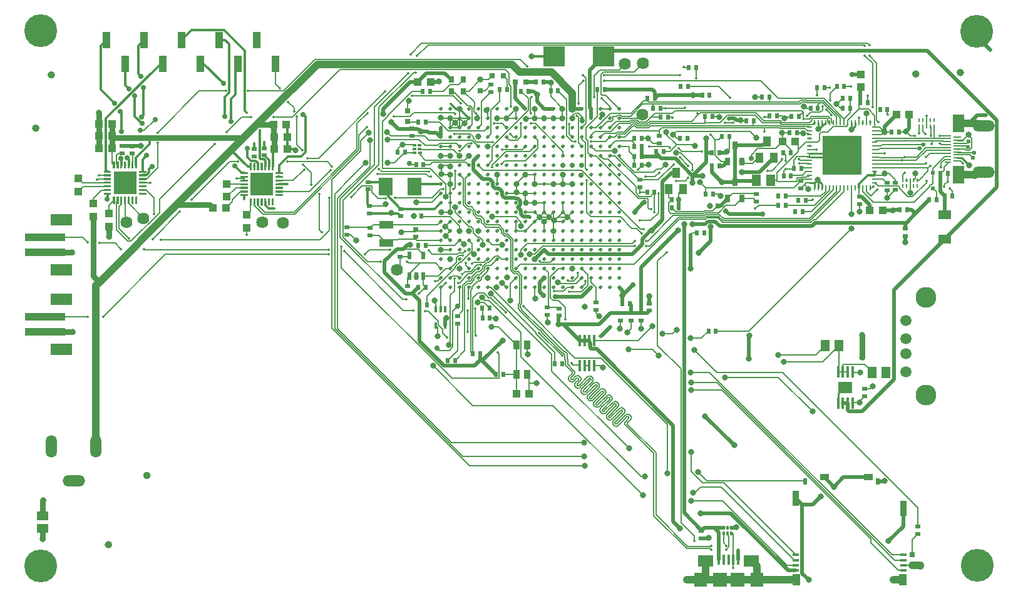
<source format=gbr>
%TF.GenerationSoftware,KiCad,Pcbnew,(5.1.10)-1*%
%TF.CreationDate,2022-03-17T16:17:32-06:00*%
%TF.ProjectId,BeagleBone_Black_Wireless,42656167-6c65-4426-9f6e-655f426c6163,rev?*%
%TF.SameCoordinates,Original*%
%TF.FileFunction,Copper,L1,Top*%
%TF.FilePolarity,Positive*%
%FSLAX46Y46*%
G04 Gerber Fmt 4.6, Leading zero omitted, Abs format (unit mm)*
G04 Created by KiCad (PCBNEW (5.1.10)-1) date 2022-03-17 16:17:32*
%MOMM*%
%LPD*%
G01*
G04 APERTURE LIST*
%TA.AperFunction,ComponentPad*%
%ADD10O,3.016000X1.508000*%
%TD*%
%TA.AperFunction,ComponentPad*%
%ADD11O,1.508000X3.016000*%
%TD*%
%TA.AperFunction,SMDPad,CuDef*%
%ADD12R,3.100000X3.100000*%
%TD*%
%TA.AperFunction,SMDPad,CuDef*%
%ADD13R,3.000000X1.600000*%
%TD*%
%TA.AperFunction,SMDPad,CuDef*%
%ADD14R,5.500000X1.000000*%
%TD*%
%TA.AperFunction,SMDPad,CuDef*%
%ADD15R,1.020000X2.190000*%
%TD*%
%TA.AperFunction,SMDPad,CuDef*%
%ADD16R,0.700000X0.500000*%
%TD*%
%TA.AperFunction,SMDPad,CuDef*%
%ADD17R,1.050000X1.080000*%
%TD*%
%TA.AperFunction,SMDPad,CuDef*%
%ADD18R,1.080000X1.050000*%
%TD*%
%TA.AperFunction,ComponentPad*%
%ADD19C,1.625600*%
%TD*%
%TA.AperFunction,ComponentPad*%
%ADD20O,3.000000X1.500000*%
%TD*%
%TA.AperFunction,SMDPad,CuDef*%
%ADD21R,1.524000X2.413000*%
%TD*%
%TA.AperFunction,SMDPad,CuDef*%
%ADD22R,0.849884X0.230125*%
%TD*%
%TA.AperFunction,SMDPad,CuDef*%
%ADD23R,0.999743X0.230125*%
%TD*%
%TA.AperFunction,SMDPad,CuDef*%
%ADD24R,1.500000X1.300000*%
%TD*%
%TA.AperFunction,SMDPad,CuDef*%
%ADD25R,0.400000X1.350000*%
%TD*%
%TA.AperFunction,SMDPad,CuDef*%
%ADD26R,1.800000X1.900000*%
%TD*%
%TA.AperFunction,SMDPad,CuDef*%
%ADD27R,1.900000X1.900000*%
%TD*%
%TA.AperFunction,SMDPad,CuDef*%
%ADD28R,2.100000X1.600000*%
%TD*%
%TA.AperFunction,ComponentPad*%
%ADD29C,2.808000*%
%TD*%
%TA.AperFunction,ComponentPad*%
%ADD30C,1.508000*%
%TD*%
%TA.AperFunction,SMDPad,CuDef*%
%ADD31R,1.200000X0.950000*%
%TD*%
%TA.AperFunction,SMDPad,CuDef*%
%ADD32R,0.500000X0.900000*%
%TD*%
%TA.AperFunction,SMDPad,CuDef*%
%ADD33R,0.900000X2.000000*%
%TD*%
%TA.AperFunction,SMDPad,CuDef*%
%ADD34R,0.900000X0.450000*%
%TD*%
%TA.AperFunction,SMDPad,CuDef*%
%ADD35R,1.100000X1.500000*%
%TD*%
%TA.AperFunction,SMDPad,CuDef*%
%ADD36R,0.800000X0.800000*%
%TD*%
%TA.AperFunction,SMDPad,CuDef*%
%ADD37R,1.000000X1.400000*%
%TD*%
%TA.AperFunction,SMDPad,CuDef*%
%ADD38R,0.900000X1.200000*%
%TD*%
%TA.AperFunction,SMDPad,CuDef*%
%ADD39R,0.500000X0.700000*%
%TD*%
%TA.AperFunction,SMDPad,CuDef*%
%ADD40R,1.900000X2.400000*%
%TD*%
%TA.AperFunction,SMDPad,CuDef*%
%ADD41R,1.900000X1.100000*%
%TD*%
%TA.AperFunction,SMDPad,CuDef*%
%ADD42R,0.650000X0.850000*%
%TD*%
%TA.AperFunction,ComponentPad*%
%ADD43C,4.445000*%
%TD*%
%TA.AperFunction,SMDPad,CuDef*%
%ADD44R,0.490000X0.300000*%
%TD*%
%TA.AperFunction,SMDPad,CuDef*%
%ADD45R,0.520000X0.300000*%
%TD*%
%TA.AperFunction,SMDPad,CuDef*%
%ADD46R,0.300000X0.490000*%
%TD*%
%TA.AperFunction,SMDPad,CuDef*%
%ADD47R,0.300000X0.520000*%
%TD*%
%TA.AperFunction,SMDPad,CuDef*%
%ADD48R,0.300000X1.600000*%
%TD*%
%TA.AperFunction,SMDPad,CuDef*%
%ADD49R,1.890000X1.570000*%
%TD*%
%TA.AperFunction,SMDPad,CuDef*%
%ADD50R,0.400000X1.600000*%
%TD*%
%TA.AperFunction,SMDPad,CuDef*%
%ADD51R,0.275000X0.700000*%
%TD*%
%TA.AperFunction,SMDPad,CuDef*%
%ADD52R,0.700000X0.275000*%
%TD*%
%TA.AperFunction,SMDPad,CuDef*%
%ADD53R,5.250000X5.250000*%
%TD*%
%TA.AperFunction,SMDPad,CuDef*%
%ADD54R,0.200000X0.475000*%
%TD*%
%TA.AperFunction,SMDPad,CuDef*%
%ADD55R,0.700000X1.000000*%
%TD*%
%TA.AperFunction,SMDPad,CuDef*%
%ADD56R,0.600000X1.100000*%
%TD*%
%TA.AperFunction,SMDPad,CuDef*%
%ADD57R,0.400000X0.900000*%
%TD*%
%TA.AperFunction,SMDPad,CuDef*%
%ADD58R,1.300000X1.500000*%
%TD*%
%TA.AperFunction,SMDPad,CuDef*%
%ADD59R,1.800000X1.200000*%
%TD*%
%TA.AperFunction,SMDPad,CuDef*%
%ADD60R,0.500000X0.500000*%
%TD*%
%TA.AperFunction,SMDPad,CuDef*%
%ADD61R,2.950000X2.700000*%
%TD*%
%TA.AperFunction,ViaPad*%
%ADD62C,0.350000*%
%TD*%
%TA.AperFunction,ViaPad*%
%ADD63C,0.700000*%
%TD*%
%TA.AperFunction,ViaPad*%
%ADD64C,0.800000*%
%TD*%
%TA.AperFunction,ViaPad*%
%ADD65C,0.500000*%
%TD*%
%TA.AperFunction,ViaPad*%
%ADD66C,0.600000*%
%TD*%
%TA.AperFunction,Conductor*%
%ADD67C,0.800000*%
%TD*%
%TA.AperFunction,Conductor*%
%ADD68C,0.500000*%
%TD*%
%TA.AperFunction,Conductor*%
%ADD69C,0.250000*%
%TD*%
%TA.AperFunction,Conductor*%
%ADD70C,0.152400*%
%TD*%
%TA.AperFunction,Conductor*%
%ADD71C,0.750000*%
%TD*%
%TA.AperFunction,Conductor*%
%ADD72C,0.300000*%
%TD*%
%TA.AperFunction,Conductor*%
%ADD73C,1.000000*%
%TD*%
%TA.AperFunction,Conductor*%
%ADD74C,0.200000*%
%TD*%
%TA.AperFunction,Conductor*%
%ADD75C,0.350000*%
%TD*%
G04 APERTURE END LIST*
D10*
%TO.P,X4,3*%
%TO.N,N/C*%
X58618000Y-103328200D03*
D11*
%TO.P,X4,2*%
%TO.N,GND*%
X55618000Y-98628200D03*
%TO.P,X4,1*%
%TO.N,VDD_5V*%
X61618000Y-98628200D03*
%TD*%
D12*
%TO.P,U2,29*%
%TO.N,N/C*%
X65550000Y-62975000D03*
%TO.P,U2,21*%
%TO.N,/M1A-*%
%TA.AperFunction,SMDPad,CuDef*%
G36*
G01*
X67445000Y-61601900D02*
X67445000Y-61348100D01*
G75*
G02*
X67453100Y-61340000I8100J0D01*
G01*
X68396900Y-61340000D01*
G75*
G02*
X68405000Y-61348100I0J-8100D01*
G01*
X68405000Y-61601900D01*
G75*
G02*
X68396900Y-61610000I-8100J0D01*
G01*
X67453100Y-61610000D01*
G75*
G02*
X67445000Y-61601900I0J8100D01*
G01*
G37*
%TD.AperFunction*%
%TO.P,U2,20*%
%TO.N,Net-(U2-Pad20)*%
%TA.AperFunction,SMDPad,CuDef*%
G36*
G01*
X67445000Y-62101900D02*
X67445000Y-61848100D01*
G75*
G02*
X67453100Y-61840000I8100J0D01*
G01*
X68396900Y-61840000D01*
G75*
G02*
X68405000Y-61848100I0J-8100D01*
G01*
X68405000Y-62101900D01*
G75*
G02*
X68396900Y-62110000I-8100J0D01*
G01*
X67453100Y-62110000D01*
G75*
G02*
X67445000Y-62101900I0J8100D01*
G01*
G37*
%TD.AperFunction*%
%TO.P,U2,19*%
%TO.N,/TIMER4*%
%TA.AperFunction,SMDPad,CuDef*%
G36*
G01*
X67445000Y-62601900D02*
X67445000Y-62348100D01*
G75*
G02*
X67453100Y-62340000I8100J0D01*
G01*
X68396900Y-62340000D01*
G75*
G02*
X68405000Y-62348100I0J-8100D01*
G01*
X68405000Y-62601900D01*
G75*
G02*
X68396900Y-62610000I-8100J0D01*
G01*
X67453100Y-62610000D01*
G75*
G02*
X67445000Y-62601900I0J8100D01*
G01*
G37*
%TD.AperFunction*%
%TO.P,U2,18*%
%TO.N,GND*%
%TA.AperFunction,SMDPad,CuDef*%
G36*
G01*
X67445000Y-63101900D02*
X67445000Y-62848100D01*
G75*
G02*
X67453100Y-62840000I8100J0D01*
G01*
X68396900Y-62840000D01*
G75*
G02*
X68405000Y-62848100I0J-8100D01*
G01*
X68405000Y-63101900D01*
G75*
G02*
X68396900Y-63110000I-8100J0D01*
G01*
X67453100Y-63110000D01*
G75*
G02*
X67445000Y-63101900I0J8100D01*
G01*
G37*
%TD.AperFunction*%
%TO.P,U2,17*%
%TO.N,N/C*%
%TA.AperFunction,SMDPad,CuDef*%
G36*
G01*
X67445000Y-63601900D02*
X67445000Y-63348100D01*
G75*
G02*
X67453100Y-63340000I8100J0D01*
G01*
X68396900Y-63340000D01*
G75*
G02*
X68405000Y-63348100I0J-8100D01*
G01*
X68405000Y-63601900D01*
G75*
G02*
X68396900Y-63610000I-8100J0D01*
G01*
X67453100Y-63610000D01*
G75*
G02*
X67445000Y-63601900I0J8100D01*
G01*
G37*
%TD.AperFunction*%
%TO.P,U2,16*%
%TO.N,/EHRPWM2A*%
%TA.AperFunction,SMDPad,CuDef*%
G36*
G01*
X67445000Y-64101900D02*
X67445000Y-63848100D01*
G75*
G02*
X67453100Y-63840000I8100J0D01*
G01*
X68396900Y-63840000D01*
G75*
G02*
X68405000Y-63848100I0J-8100D01*
G01*
X68405000Y-64101900D01*
G75*
G02*
X68396900Y-64110000I-8100J0D01*
G01*
X67453100Y-64110000D01*
G75*
G02*
X67445000Y-64101900I0J8100D01*
G01*
G37*
%TD.AperFunction*%
%TO.P,U2,15*%
%TO.N,N/C*%
%TA.AperFunction,SMDPad,CuDef*%
G36*
G01*
X67445000Y-64601900D02*
X67445000Y-64348100D01*
G75*
G02*
X67453100Y-64340000I8100J0D01*
G01*
X68396900Y-64340000D01*
G75*
G02*
X68405000Y-64348100I0J-8100D01*
G01*
X68405000Y-64601900D01*
G75*
G02*
X68396900Y-64610000I-8100J0D01*
G01*
X67453100Y-64610000D01*
G75*
G02*
X67445000Y-64601900I0J8100D01*
G01*
G37*
%TD.AperFunction*%
%TO.P,U2,7*%
%TO.N,Net-(U2-Pad20)*%
%TA.AperFunction,SMDPad,CuDef*%
G36*
G01*
X62695000Y-64601900D02*
X62695000Y-64348100D01*
G75*
G02*
X62703100Y-64340000I8100J0D01*
G01*
X63646900Y-64340000D01*
G75*
G02*
X63655000Y-64348100I0J-8100D01*
G01*
X63655000Y-64601900D01*
G75*
G02*
X63646900Y-64610000I-8100J0D01*
G01*
X62703100Y-64610000D01*
G75*
G02*
X62695000Y-64601900I0J8100D01*
G01*
G37*
%TD.AperFunction*%
%TO.P,U2,6*%
%TO.N,Net-(C36-Pad2)*%
%TA.AperFunction,SMDPad,CuDef*%
G36*
G01*
X62695000Y-64101900D02*
X62695000Y-63848100D01*
G75*
G02*
X62703100Y-63840000I8100J0D01*
G01*
X63646900Y-63840000D01*
G75*
G02*
X63655000Y-63848100I0J-8100D01*
G01*
X63655000Y-64101900D01*
G75*
G02*
X63646900Y-64110000I-8100J0D01*
G01*
X62703100Y-64110000D01*
G75*
G02*
X62695000Y-64101900I0J8100D01*
G01*
G37*
%TD.AperFunction*%
%TO.P,U2,5*%
%TO.N,Net-(C37-Pad2)*%
%TA.AperFunction,SMDPad,CuDef*%
G36*
G01*
X62695000Y-63601900D02*
X62695000Y-63348100D01*
G75*
G02*
X62703100Y-63340000I8100J0D01*
G01*
X63646900Y-63340000D01*
G75*
G02*
X63655000Y-63348100I0J-8100D01*
G01*
X63655000Y-63601900D01*
G75*
G02*
X63646900Y-63610000I-8100J0D01*
G01*
X62703100Y-63610000D01*
G75*
G02*
X62695000Y-63601900I0J8100D01*
G01*
G37*
%TD.AperFunction*%
%TO.P,U2,4*%
%TO.N,Net-(C37-Pad1)*%
%TA.AperFunction,SMDPad,CuDef*%
G36*
G01*
X62695000Y-63101900D02*
X62695000Y-62848100D01*
G75*
G02*
X62703100Y-62840000I8100J0D01*
G01*
X63646900Y-62840000D01*
G75*
G02*
X63655000Y-62848100I0J-8100D01*
G01*
X63655000Y-63101900D01*
G75*
G02*
X63646900Y-63110000I-8100J0D01*
G01*
X62703100Y-63110000D01*
G75*
G02*
X62695000Y-63101900I0J8100D01*
G01*
G37*
%TD.AperFunction*%
%TO.P,U2,3*%
%TO.N,GND*%
%TA.AperFunction,SMDPad,CuDef*%
G36*
G01*
X62695000Y-62601900D02*
X62695000Y-62348100D01*
G75*
G02*
X62703100Y-62340000I8100J0D01*
G01*
X63646900Y-62340000D01*
G75*
G02*
X63655000Y-62348100I0J-8100D01*
G01*
X63655000Y-62601900D01*
G75*
G02*
X63646900Y-62610000I-8100J0D01*
G01*
X62703100Y-62610000D01*
G75*
G02*
X62695000Y-62601900I0J8100D01*
G01*
G37*
%TD.AperFunction*%
%TO.P,U2,2*%
%TA.AperFunction,SMDPad,CuDef*%
G36*
G01*
X62695000Y-62101900D02*
X62695000Y-61848100D01*
G75*
G02*
X62703100Y-61840000I8100J0D01*
G01*
X63646900Y-61840000D01*
G75*
G02*
X63655000Y-61848100I0J-8100D01*
G01*
X63655000Y-62101900D01*
G75*
G02*
X63646900Y-62110000I-8100J0D01*
G01*
X62703100Y-62110000D01*
G75*
G02*
X62695000Y-62101900I0J8100D01*
G01*
G37*
%TD.AperFunction*%
%TO.P,U2,1*%
%TO.N,/M1B-*%
%TA.AperFunction,SMDPad,CuDef*%
G36*
G01*
X62695000Y-61601900D02*
X62695000Y-61348100D01*
G75*
G02*
X62703100Y-61340000I8100J0D01*
G01*
X63646900Y-61340000D01*
G75*
G02*
X63655000Y-61348100I0J-8100D01*
G01*
X63655000Y-61601900D01*
G75*
G02*
X63646900Y-61610000I-8100J0D01*
G01*
X62703100Y-61610000D01*
G75*
G02*
X62695000Y-61601900I0J8100D01*
G01*
G37*
%TD.AperFunction*%
%TO.P,U2,28*%
%TO.N,VDD_5V*%
%TA.AperFunction,SMDPad,CuDef*%
G36*
G01*
X64176900Y-61080000D02*
X63923100Y-61080000D01*
G75*
G02*
X63915000Y-61071900I0J8100D01*
G01*
X63915000Y-60128100D01*
G75*
G02*
X63923100Y-60120000I8100J0D01*
G01*
X64176900Y-60120000D01*
G75*
G02*
X64185000Y-60128100I0J-8100D01*
G01*
X64185000Y-61071900D01*
G75*
G02*
X64176900Y-61080000I-8100J0D01*
G01*
G37*
%TD.AperFunction*%
%TO.P,U2,27*%
%TO.N,Net-(R6-Pad1)*%
%TA.AperFunction,SMDPad,CuDef*%
G36*
G01*
X64676900Y-61080000D02*
X64423100Y-61080000D01*
G75*
G02*
X64415000Y-61071900I0J8100D01*
G01*
X64415000Y-60128100D01*
G75*
G02*
X64423100Y-60120000I8100J0D01*
G01*
X64676900Y-60120000D01*
G75*
G02*
X64685000Y-60128100I0J-8100D01*
G01*
X64685000Y-61071900D01*
G75*
G02*
X64676900Y-61080000I-8100J0D01*
G01*
G37*
%TD.AperFunction*%
%TO.P,U2,26*%
%TO.N,/M1B+*%
%TA.AperFunction,SMDPad,CuDef*%
G36*
G01*
X65176900Y-61080000D02*
X64923100Y-61080000D01*
G75*
G02*
X64915000Y-61071900I0J8100D01*
G01*
X64915000Y-60128100D01*
G75*
G02*
X64923100Y-60120000I8100J0D01*
G01*
X65176900Y-60120000D01*
G75*
G02*
X65185000Y-60128100I0J-8100D01*
G01*
X65185000Y-61071900D01*
G75*
G02*
X65176900Y-61080000I-8100J0D01*
G01*
G37*
%TD.AperFunction*%
%TO.P,U2,25*%
%TO.N,Net-(U2-Pad20)*%
%TA.AperFunction,SMDPad,CuDef*%
G36*
G01*
X65676900Y-61080000D02*
X65423100Y-61080000D01*
G75*
G02*
X65415000Y-61071900I0J8100D01*
G01*
X65415000Y-60128100D01*
G75*
G02*
X65423100Y-60120000I8100J0D01*
G01*
X65676900Y-60120000D01*
G75*
G02*
X65685000Y-60128100I0J-8100D01*
G01*
X65685000Y-61071900D01*
G75*
G02*
X65676900Y-61080000I-8100J0D01*
G01*
G37*
%TD.AperFunction*%
%TO.P,U2,24*%
%TO.N,/M1A+*%
%TA.AperFunction,SMDPad,CuDef*%
G36*
G01*
X66176900Y-61080000D02*
X65923100Y-61080000D01*
G75*
G02*
X65915000Y-61071900I0J8100D01*
G01*
X65915000Y-60128100D01*
G75*
G02*
X65923100Y-60120000I8100J0D01*
G01*
X66176900Y-60120000D01*
G75*
G02*
X66185000Y-60128100I0J-8100D01*
G01*
X66185000Y-61071900D01*
G75*
G02*
X66176900Y-61080000I-8100J0D01*
G01*
G37*
%TD.AperFunction*%
%TO.P,U2,23*%
%TO.N,Net-(R5-Pad1)*%
%TA.AperFunction,SMDPad,CuDef*%
G36*
G01*
X66676900Y-61080000D02*
X66423100Y-61080000D01*
G75*
G02*
X66415000Y-61071900I0J8100D01*
G01*
X66415000Y-60128100D01*
G75*
G02*
X66423100Y-60120000I8100J0D01*
G01*
X66676900Y-60120000D01*
G75*
G02*
X66685000Y-60128100I0J-8100D01*
G01*
X66685000Y-61071900D01*
G75*
G02*
X66676900Y-61080000I-8100J0D01*
G01*
G37*
%TD.AperFunction*%
%TO.P,U2,22*%
%TO.N,VDD_5V*%
%TA.AperFunction,SMDPad,CuDef*%
G36*
G01*
X67176900Y-61080000D02*
X66923100Y-61080000D01*
G75*
G02*
X66915000Y-61071900I0J8100D01*
G01*
X66915000Y-60128100D01*
G75*
G02*
X66923100Y-60120000I8100J0D01*
G01*
X67176900Y-60120000D01*
G75*
G02*
X67185000Y-60128100I0J-8100D01*
G01*
X67185000Y-61071900D01*
G75*
G02*
X67176900Y-61080000I-8100J0D01*
G01*
G37*
%TD.AperFunction*%
%TO.P,U2,14*%
%TO.N,N/C*%
%TA.AperFunction,SMDPad,CuDef*%
G36*
G01*
X67176900Y-65830000D02*
X66923100Y-65830000D01*
G75*
G02*
X66915000Y-65821900I0J8100D01*
G01*
X66915000Y-64878100D01*
G75*
G02*
X66923100Y-64870000I8100J0D01*
G01*
X67176900Y-64870000D01*
G75*
G02*
X67185000Y-64878100I0J-8100D01*
G01*
X67185000Y-65821900D01*
G75*
G02*
X67176900Y-65830000I-8100J0D01*
G01*
G37*
%TD.AperFunction*%
%TO.P,U2,13*%
%TA.AperFunction,SMDPad,CuDef*%
G36*
G01*
X66676900Y-65830000D02*
X66423100Y-65830000D01*
G75*
G02*
X66415000Y-65821900I0J8100D01*
G01*
X66415000Y-64878100D01*
G75*
G02*
X66423100Y-64870000I8100J0D01*
G01*
X66676900Y-64870000D01*
G75*
G02*
X66685000Y-64878100I0J-8100D01*
G01*
X66685000Y-65821900D01*
G75*
G02*
X66676900Y-65830000I-8100J0D01*
G01*
G37*
%TD.AperFunction*%
%TO.P,U2,12*%
%TO.N,Net-(TP4-PadP$1)*%
%TA.AperFunction,SMDPad,CuDef*%
G36*
G01*
X66176900Y-65830000D02*
X65923100Y-65830000D01*
G75*
G02*
X65915000Y-65821900I0J8100D01*
G01*
X65915000Y-64878100D01*
G75*
G02*
X65923100Y-64870000I8100J0D01*
G01*
X66176900Y-64870000D01*
G75*
G02*
X66185000Y-64878100I0J-8100D01*
G01*
X66185000Y-65821900D01*
G75*
G02*
X66176900Y-65830000I-8100J0D01*
G01*
G37*
%TD.AperFunction*%
%TO.P,U2,11*%
%TO.N,Net-(TP3-PadP$1)*%
%TA.AperFunction,SMDPad,CuDef*%
G36*
G01*
X65676900Y-65830000D02*
X65423100Y-65830000D01*
G75*
G02*
X65415000Y-65821900I0J8100D01*
G01*
X65415000Y-64878100D01*
G75*
G02*
X65423100Y-64870000I8100J0D01*
G01*
X65676900Y-64870000D01*
G75*
G02*
X65685000Y-64878100I0J-8100D01*
G01*
X65685000Y-65821900D01*
G75*
G02*
X65676900Y-65830000I-8100J0D01*
G01*
G37*
%TD.AperFunction*%
%TO.P,U2,10*%
%TO.N,/GPIO0_27*%
%TA.AperFunction,SMDPad,CuDef*%
G36*
G01*
X65176900Y-65830000D02*
X64923100Y-65830000D01*
G75*
G02*
X64915000Y-65821900I0J8100D01*
G01*
X64915000Y-64878100D01*
G75*
G02*
X64923100Y-64870000I8100J0D01*
G01*
X65176900Y-64870000D01*
G75*
G02*
X65185000Y-64878100I0J-8100D01*
G01*
X65185000Y-65821900D01*
G75*
G02*
X65176900Y-65830000I-8100J0D01*
G01*
G37*
%TD.AperFunction*%
%TO.P,U2,9*%
%TO.N,/GPIO1_15*%
%TA.AperFunction,SMDPad,CuDef*%
G36*
G01*
X64676900Y-65830000D02*
X64423100Y-65830000D01*
G75*
G02*
X64415000Y-65821900I0J8100D01*
G01*
X64415000Y-64878100D01*
G75*
G02*
X64423100Y-64870000I8100J0D01*
G01*
X64676900Y-64870000D01*
G75*
G02*
X64685000Y-64878100I0J-8100D01*
G01*
X64685000Y-65821900D01*
G75*
G02*
X64676900Y-65830000I-8100J0D01*
G01*
G37*
%TD.AperFunction*%
%TO.P,U2,8*%
%TO.N,Net-(C35-Pad2)*%
%TA.AperFunction,SMDPad,CuDef*%
G36*
G01*
X64176900Y-65830000D02*
X63923100Y-65830000D01*
G75*
G02*
X63915000Y-65821900I0J8100D01*
G01*
X63915000Y-64878100D01*
G75*
G02*
X63923100Y-64870000I8100J0D01*
G01*
X64176900Y-64870000D01*
G75*
G02*
X64185000Y-64878100I0J-8100D01*
G01*
X64185000Y-65821900D01*
G75*
G02*
X64176900Y-65830000I-8100J0D01*
G01*
G37*
%TD.AperFunction*%
%TD*%
%TO.P,U1,29*%
%TO.N,N/C*%
X84025000Y-63175000D03*
%TO.P,U1,21*%
%TO.N,/M2A-*%
%TA.AperFunction,SMDPad,CuDef*%
G36*
G01*
X85920000Y-61801900D02*
X85920000Y-61548100D01*
G75*
G02*
X85928100Y-61540000I8100J0D01*
G01*
X86871900Y-61540000D01*
G75*
G02*
X86880000Y-61548100I0J-8100D01*
G01*
X86880000Y-61801900D01*
G75*
G02*
X86871900Y-61810000I-8100J0D01*
G01*
X85928100Y-61810000D01*
G75*
G02*
X85920000Y-61801900I0J8100D01*
G01*
G37*
%TD.AperFunction*%
%TO.P,U1,20*%
%TO.N,Net-(U1-Pad20)*%
%TA.AperFunction,SMDPad,CuDef*%
G36*
G01*
X85920000Y-62301900D02*
X85920000Y-62048100D01*
G75*
G02*
X85928100Y-62040000I8100J0D01*
G01*
X86871900Y-62040000D01*
G75*
G02*
X86880000Y-62048100I0J-8100D01*
G01*
X86880000Y-62301900D01*
G75*
G02*
X86871900Y-62310000I-8100J0D01*
G01*
X85928100Y-62310000D01*
G75*
G02*
X85920000Y-62301900I0J8100D01*
G01*
G37*
%TD.AperFunction*%
%TO.P,U1,19*%
%TO.N,/TIMER6*%
%TA.AperFunction,SMDPad,CuDef*%
G36*
G01*
X85920000Y-62801900D02*
X85920000Y-62548100D01*
G75*
G02*
X85928100Y-62540000I8100J0D01*
G01*
X86871900Y-62540000D01*
G75*
G02*
X86880000Y-62548100I0J-8100D01*
G01*
X86880000Y-62801900D01*
G75*
G02*
X86871900Y-62810000I-8100J0D01*
G01*
X85928100Y-62810000D01*
G75*
G02*
X85920000Y-62801900I0J8100D01*
G01*
G37*
%TD.AperFunction*%
%TO.P,U1,18*%
%TO.N,GND*%
%TA.AperFunction,SMDPad,CuDef*%
G36*
G01*
X85920000Y-63301900D02*
X85920000Y-63048100D01*
G75*
G02*
X85928100Y-63040000I8100J0D01*
G01*
X86871900Y-63040000D01*
G75*
G02*
X86880000Y-63048100I0J-8100D01*
G01*
X86880000Y-63301900D01*
G75*
G02*
X86871900Y-63310000I-8100J0D01*
G01*
X85928100Y-63310000D01*
G75*
G02*
X85920000Y-63301900I0J8100D01*
G01*
G37*
%TD.AperFunction*%
%TO.P,U1,17*%
%TO.N,N/C*%
%TA.AperFunction,SMDPad,CuDef*%
G36*
G01*
X85920000Y-63801900D02*
X85920000Y-63548100D01*
G75*
G02*
X85928100Y-63540000I8100J0D01*
G01*
X86871900Y-63540000D01*
G75*
G02*
X86880000Y-63548100I0J-8100D01*
G01*
X86880000Y-63801900D01*
G75*
G02*
X86871900Y-63810000I-8100J0D01*
G01*
X85928100Y-63810000D01*
G75*
G02*
X85920000Y-63801900I0J8100D01*
G01*
G37*
%TD.AperFunction*%
%TO.P,U1,16*%
%TO.N,/EHRPWM2B*%
%TA.AperFunction,SMDPad,CuDef*%
G36*
G01*
X85920000Y-64301900D02*
X85920000Y-64048100D01*
G75*
G02*
X85928100Y-64040000I8100J0D01*
G01*
X86871900Y-64040000D01*
G75*
G02*
X86880000Y-64048100I0J-8100D01*
G01*
X86880000Y-64301900D01*
G75*
G02*
X86871900Y-64310000I-8100J0D01*
G01*
X85928100Y-64310000D01*
G75*
G02*
X85920000Y-64301900I0J8100D01*
G01*
G37*
%TD.AperFunction*%
%TO.P,U1,15*%
%TO.N,N/C*%
%TA.AperFunction,SMDPad,CuDef*%
G36*
G01*
X85920000Y-64801900D02*
X85920000Y-64548100D01*
G75*
G02*
X85928100Y-64540000I8100J0D01*
G01*
X86871900Y-64540000D01*
G75*
G02*
X86880000Y-64548100I0J-8100D01*
G01*
X86880000Y-64801900D01*
G75*
G02*
X86871900Y-64810000I-8100J0D01*
G01*
X85928100Y-64810000D01*
G75*
G02*
X85920000Y-64801900I0J8100D01*
G01*
G37*
%TD.AperFunction*%
%TO.P,U1,7*%
%TO.N,Net-(U1-Pad20)*%
%TA.AperFunction,SMDPad,CuDef*%
G36*
G01*
X81170000Y-64801900D02*
X81170000Y-64548100D01*
G75*
G02*
X81178100Y-64540000I8100J0D01*
G01*
X82121900Y-64540000D01*
G75*
G02*
X82130000Y-64548100I0J-8100D01*
G01*
X82130000Y-64801900D01*
G75*
G02*
X82121900Y-64810000I-8100J0D01*
G01*
X81178100Y-64810000D01*
G75*
G02*
X81170000Y-64801900I0J8100D01*
G01*
G37*
%TD.AperFunction*%
%TO.P,U1,6*%
%TO.N,Net-(C17-Pad2)*%
%TA.AperFunction,SMDPad,CuDef*%
G36*
G01*
X81170000Y-64301900D02*
X81170000Y-64048100D01*
G75*
G02*
X81178100Y-64040000I8100J0D01*
G01*
X82121900Y-64040000D01*
G75*
G02*
X82130000Y-64048100I0J-8100D01*
G01*
X82130000Y-64301900D01*
G75*
G02*
X82121900Y-64310000I-8100J0D01*
G01*
X81178100Y-64310000D01*
G75*
G02*
X81170000Y-64301900I0J8100D01*
G01*
G37*
%TD.AperFunction*%
%TO.P,U1,5*%
%TO.N,Net-(C19-Pad2)*%
%TA.AperFunction,SMDPad,CuDef*%
G36*
G01*
X81170000Y-63801900D02*
X81170000Y-63548100D01*
G75*
G02*
X81178100Y-63540000I8100J0D01*
G01*
X82121900Y-63540000D01*
G75*
G02*
X82130000Y-63548100I0J-8100D01*
G01*
X82130000Y-63801900D01*
G75*
G02*
X82121900Y-63810000I-8100J0D01*
G01*
X81178100Y-63810000D01*
G75*
G02*
X81170000Y-63801900I0J8100D01*
G01*
G37*
%TD.AperFunction*%
%TO.P,U1,4*%
%TO.N,Net-(C19-Pad1)*%
%TA.AperFunction,SMDPad,CuDef*%
G36*
G01*
X81170000Y-63301900D02*
X81170000Y-63048100D01*
G75*
G02*
X81178100Y-63040000I8100J0D01*
G01*
X82121900Y-63040000D01*
G75*
G02*
X82130000Y-63048100I0J-8100D01*
G01*
X82130000Y-63301900D01*
G75*
G02*
X82121900Y-63310000I-8100J0D01*
G01*
X81178100Y-63310000D01*
G75*
G02*
X81170000Y-63301900I0J8100D01*
G01*
G37*
%TD.AperFunction*%
%TO.P,U1,3*%
%TO.N,GND*%
%TA.AperFunction,SMDPad,CuDef*%
G36*
G01*
X81170000Y-62801900D02*
X81170000Y-62548100D01*
G75*
G02*
X81178100Y-62540000I8100J0D01*
G01*
X82121900Y-62540000D01*
G75*
G02*
X82130000Y-62548100I0J-8100D01*
G01*
X82130000Y-62801900D01*
G75*
G02*
X82121900Y-62810000I-8100J0D01*
G01*
X81178100Y-62810000D01*
G75*
G02*
X81170000Y-62801900I0J8100D01*
G01*
G37*
%TD.AperFunction*%
%TO.P,U1,2*%
%TA.AperFunction,SMDPad,CuDef*%
G36*
G01*
X81170000Y-62301900D02*
X81170000Y-62048100D01*
G75*
G02*
X81178100Y-62040000I8100J0D01*
G01*
X82121900Y-62040000D01*
G75*
G02*
X82130000Y-62048100I0J-8100D01*
G01*
X82130000Y-62301900D01*
G75*
G02*
X82121900Y-62310000I-8100J0D01*
G01*
X81178100Y-62310000D01*
G75*
G02*
X81170000Y-62301900I0J8100D01*
G01*
G37*
%TD.AperFunction*%
%TO.P,U1,1*%
%TO.N,/M2B-*%
%TA.AperFunction,SMDPad,CuDef*%
G36*
G01*
X81170000Y-61801900D02*
X81170000Y-61548100D01*
G75*
G02*
X81178100Y-61540000I8100J0D01*
G01*
X82121900Y-61540000D01*
G75*
G02*
X82130000Y-61548100I0J-8100D01*
G01*
X82130000Y-61801900D01*
G75*
G02*
X82121900Y-61810000I-8100J0D01*
G01*
X81178100Y-61810000D01*
G75*
G02*
X81170000Y-61801900I0J8100D01*
G01*
G37*
%TD.AperFunction*%
%TO.P,U1,28*%
%TO.N,VDD_5V*%
%TA.AperFunction,SMDPad,CuDef*%
G36*
G01*
X82651900Y-61280000D02*
X82398100Y-61280000D01*
G75*
G02*
X82390000Y-61271900I0J8100D01*
G01*
X82390000Y-60328100D01*
G75*
G02*
X82398100Y-60320000I8100J0D01*
G01*
X82651900Y-60320000D01*
G75*
G02*
X82660000Y-60328100I0J-8100D01*
G01*
X82660000Y-61271900D01*
G75*
G02*
X82651900Y-61280000I-8100J0D01*
G01*
G37*
%TD.AperFunction*%
%TO.P,U1,27*%
%TO.N,Net-(R2-Pad1)*%
%TA.AperFunction,SMDPad,CuDef*%
G36*
G01*
X83151900Y-61280000D02*
X82898100Y-61280000D01*
G75*
G02*
X82890000Y-61271900I0J8100D01*
G01*
X82890000Y-60328100D01*
G75*
G02*
X82898100Y-60320000I8100J0D01*
G01*
X83151900Y-60320000D01*
G75*
G02*
X83160000Y-60328100I0J-8100D01*
G01*
X83160000Y-61271900D01*
G75*
G02*
X83151900Y-61280000I-8100J0D01*
G01*
G37*
%TD.AperFunction*%
%TO.P,U1,26*%
%TO.N,/M2B+*%
%TA.AperFunction,SMDPad,CuDef*%
G36*
G01*
X83651900Y-61280000D02*
X83398100Y-61280000D01*
G75*
G02*
X83390000Y-61271900I0J8100D01*
G01*
X83390000Y-60328100D01*
G75*
G02*
X83398100Y-60320000I8100J0D01*
G01*
X83651900Y-60320000D01*
G75*
G02*
X83660000Y-60328100I0J-8100D01*
G01*
X83660000Y-61271900D01*
G75*
G02*
X83651900Y-61280000I-8100J0D01*
G01*
G37*
%TD.AperFunction*%
%TO.P,U1,25*%
%TO.N,Net-(U1-Pad20)*%
%TA.AperFunction,SMDPad,CuDef*%
G36*
G01*
X84151900Y-61280000D02*
X83898100Y-61280000D01*
G75*
G02*
X83890000Y-61271900I0J8100D01*
G01*
X83890000Y-60328100D01*
G75*
G02*
X83898100Y-60320000I8100J0D01*
G01*
X84151900Y-60320000D01*
G75*
G02*
X84160000Y-60328100I0J-8100D01*
G01*
X84160000Y-61271900D01*
G75*
G02*
X84151900Y-61280000I-8100J0D01*
G01*
G37*
%TD.AperFunction*%
%TO.P,U1,24*%
%TO.N,/M2A+*%
%TA.AperFunction,SMDPad,CuDef*%
G36*
G01*
X84651900Y-61280000D02*
X84398100Y-61280000D01*
G75*
G02*
X84390000Y-61271900I0J8100D01*
G01*
X84390000Y-60328100D01*
G75*
G02*
X84398100Y-60320000I8100J0D01*
G01*
X84651900Y-60320000D01*
G75*
G02*
X84660000Y-60328100I0J-8100D01*
G01*
X84660000Y-61271900D01*
G75*
G02*
X84651900Y-61280000I-8100J0D01*
G01*
G37*
%TD.AperFunction*%
%TO.P,U1,23*%
%TO.N,Net-(R1-Pad1)*%
%TA.AperFunction,SMDPad,CuDef*%
G36*
G01*
X85151900Y-61280000D02*
X84898100Y-61280000D01*
G75*
G02*
X84890000Y-61271900I0J8100D01*
G01*
X84890000Y-60328100D01*
G75*
G02*
X84898100Y-60320000I8100J0D01*
G01*
X85151900Y-60320000D01*
G75*
G02*
X85160000Y-60328100I0J-8100D01*
G01*
X85160000Y-61271900D01*
G75*
G02*
X85151900Y-61280000I-8100J0D01*
G01*
G37*
%TD.AperFunction*%
%TO.P,U1,22*%
%TO.N,VDD_5V*%
%TA.AperFunction,SMDPad,CuDef*%
G36*
G01*
X85651900Y-61280000D02*
X85398100Y-61280000D01*
G75*
G02*
X85390000Y-61271900I0J8100D01*
G01*
X85390000Y-60328100D01*
G75*
G02*
X85398100Y-60320000I8100J0D01*
G01*
X85651900Y-60320000D01*
G75*
G02*
X85660000Y-60328100I0J-8100D01*
G01*
X85660000Y-61271900D01*
G75*
G02*
X85651900Y-61280000I-8100J0D01*
G01*
G37*
%TD.AperFunction*%
%TO.P,U1,14*%
%TO.N,N/C*%
%TA.AperFunction,SMDPad,CuDef*%
G36*
G01*
X85651900Y-66030000D02*
X85398100Y-66030000D01*
G75*
G02*
X85390000Y-66021900I0J8100D01*
G01*
X85390000Y-65078100D01*
G75*
G02*
X85398100Y-65070000I8100J0D01*
G01*
X85651900Y-65070000D01*
G75*
G02*
X85660000Y-65078100I0J-8100D01*
G01*
X85660000Y-66021900D01*
G75*
G02*
X85651900Y-66030000I-8100J0D01*
G01*
G37*
%TD.AperFunction*%
%TO.P,U1,13*%
%TA.AperFunction,SMDPad,CuDef*%
G36*
G01*
X85151900Y-66030000D02*
X84898100Y-66030000D01*
G75*
G02*
X84890000Y-66021900I0J8100D01*
G01*
X84890000Y-65078100D01*
G75*
G02*
X84898100Y-65070000I8100J0D01*
G01*
X85151900Y-65070000D01*
G75*
G02*
X85160000Y-65078100I0J-8100D01*
G01*
X85160000Y-66021900D01*
G75*
G02*
X85151900Y-66030000I-8100J0D01*
G01*
G37*
%TD.AperFunction*%
%TO.P,U1,12*%
%TO.N,Net-(TP2-PadP$1)*%
%TA.AperFunction,SMDPad,CuDef*%
G36*
G01*
X84651900Y-66030000D02*
X84398100Y-66030000D01*
G75*
G02*
X84390000Y-66021900I0J8100D01*
G01*
X84390000Y-65078100D01*
G75*
G02*
X84398100Y-65070000I8100J0D01*
G01*
X84651900Y-65070000D01*
G75*
G02*
X84660000Y-65078100I0J-8100D01*
G01*
X84660000Y-66021900D01*
G75*
G02*
X84651900Y-66030000I-8100J0D01*
G01*
G37*
%TD.AperFunction*%
%TO.P,U1,11*%
%TO.N,Net-(TP1-PadP$1)*%
%TA.AperFunction,SMDPad,CuDef*%
G36*
G01*
X84151900Y-66030000D02*
X83898100Y-66030000D01*
G75*
G02*
X83890000Y-66021900I0J8100D01*
G01*
X83890000Y-65078100D01*
G75*
G02*
X83898100Y-65070000I8100J0D01*
G01*
X84151900Y-65070000D01*
G75*
G02*
X84160000Y-65078100I0J-8100D01*
G01*
X84160000Y-66021900D01*
G75*
G02*
X84151900Y-66030000I-8100J0D01*
G01*
G37*
%TD.AperFunction*%
%TO.P,U1,10*%
%TO.N,/GPIO1_14*%
%TA.AperFunction,SMDPad,CuDef*%
G36*
G01*
X83651900Y-66030000D02*
X83398100Y-66030000D01*
G75*
G02*
X83390000Y-66021900I0J8100D01*
G01*
X83390000Y-65078100D01*
G75*
G02*
X83398100Y-65070000I8100J0D01*
G01*
X83651900Y-65070000D01*
G75*
G02*
X83660000Y-65078100I0J-8100D01*
G01*
X83660000Y-66021900D01*
G75*
G02*
X83651900Y-66030000I-8100J0D01*
G01*
G37*
%TD.AperFunction*%
%TO.P,U1,9*%
%TO.N,/GPIO0_26*%
%TA.AperFunction,SMDPad,CuDef*%
G36*
G01*
X83151900Y-66030000D02*
X82898100Y-66030000D01*
G75*
G02*
X82890000Y-66021900I0J8100D01*
G01*
X82890000Y-65078100D01*
G75*
G02*
X82898100Y-65070000I8100J0D01*
G01*
X83151900Y-65070000D01*
G75*
G02*
X83160000Y-65078100I0J-8100D01*
G01*
X83160000Y-66021900D01*
G75*
G02*
X83151900Y-66030000I-8100J0D01*
G01*
G37*
%TD.AperFunction*%
%TO.P,U1,8*%
%TO.N,Net-(C15-Pad2)*%
%TA.AperFunction,SMDPad,CuDef*%
G36*
G01*
X82651900Y-66030000D02*
X82398100Y-66030000D01*
G75*
G02*
X82390000Y-66021900I0J8100D01*
G01*
X82390000Y-65078100D01*
G75*
G02*
X82398100Y-65070000I8100J0D01*
G01*
X82651900Y-65070000D01*
G75*
G02*
X82660000Y-65078100I0J-8100D01*
G01*
X82660000Y-66021900D01*
G75*
G02*
X82651900Y-66030000I-8100J0D01*
G01*
G37*
%TD.AperFunction*%
%TD*%
D13*
%TO.P,P2,P1*%
%TO.N,N/C*%
X56950000Y-78725000D03*
%TO.P,P2,P2*%
X56950000Y-85525000D03*
D14*
%TO.P,P2,2*%
%TO.N,GND*%
X54700000Y-83125000D03*
%TO.P,P2,1*%
%TO.N,/UART1_TXD*%
X54700000Y-81125000D03*
%TD*%
D13*
%TO.P,P1,P1*%
%TO.N,N/C*%
X56950000Y-67975000D03*
%TO.P,P1,P2*%
X56950000Y-74775000D03*
D14*
%TO.P,P1,2*%
%TO.N,GND*%
X54700000Y-72375000D03*
%TO.P,P1,1*%
%TO.N,/UART2_RXD*%
X54700000Y-70375000D03*
%TD*%
D15*
%TO.P,J3,2*%
%TO.N,/M1A-*%
X65560000Y-46905000D03*
%TO.P,J3,4*%
%TO.N,/M1B-*%
X70640000Y-46905000D03*
%TO.P,J3,6*%
%TO.N,/M2A-*%
X75720000Y-46905000D03*
%TO.P,J3,8*%
%TO.N,/M2B-*%
X80800000Y-46905000D03*
%TO.P,J3,10*%
%TO.N,/AIN1*%
X85880000Y-46905000D03*
%TO.P,J3,9*%
%TO.N,N/C*%
X83340000Y-43695000D03*
%TO.P,J3,7*%
%TO.N,/M2B+*%
X78260000Y-43695000D03*
%TO.P,J3,5*%
%TO.N,/M2A+*%
X73180000Y-43695000D03*
%TO.P,J3,3*%
%TO.N,/M1B+*%
X68100000Y-43695000D03*
%TO.P,J3,1*%
%TO.N,/M1A+*%
X63020000Y-43695000D03*
%TD*%
D16*
%TO.P,R6,2*%
%TO.N,GND*%
X65175000Y-58025000D03*
%TO.P,R6,1*%
%TO.N,Net-(R6-Pad1)*%
X65175000Y-59025000D03*
%TD*%
%TO.P,R5,2*%
%TO.N,GND*%
X66500000Y-58050000D03*
%TO.P,R5,1*%
%TO.N,Net-(R5-Pad1)*%
X66500000Y-59050000D03*
%TD*%
%TO.P,R2,2*%
%TO.N,GND*%
X83025000Y-58425000D03*
%TO.P,R2,1*%
%TO.N,Net-(R2-Pad1)*%
X83025000Y-59425000D03*
%TD*%
%TO.P,R1,2*%
%TO.N,GND*%
X84400000Y-58300000D03*
%TO.P,R1,1*%
%TO.N,Net-(R1-Pad1)*%
X84400000Y-59300000D03*
%TD*%
D17*
%TO.P,C41,2*%
%TO.N,VDD_5V*%
X85600000Y-55100000D03*
%TO.P,C41,1*%
%TO.N,GND*%
X87350000Y-55100000D03*
%TD*%
%TO.P,C40,2*%
%TO.N,VDD_5V*%
X63775000Y-58375000D03*
%TO.P,C40,1*%
%TO.N,GND*%
X62025000Y-58375000D03*
%TD*%
%TO.P,C39,2*%
%TO.N,VDD_5V*%
X85725000Y-56800000D03*
%TO.P,C39,1*%
%TO.N,GND*%
X87475000Y-56800000D03*
%TD*%
D18*
%TO.P,C37,2*%
%TO.N,Net-(C37-Pad2)*%
X59200000Y-64150000D03*
%TO.P,C37,1*%
%TO.N,Net-(C37-Pad1)*%
X59200000Y-62400000D03*
%TD*%
%TO.P,C36,2*%
%TO.N,Net-(C36-Pad2)*%
X61250000Y-65775000D03*
%TO.P,C36,1*%
%TO.N,VDD_5V*%
X61250000Y-67525000D03*
%TD*%
%TO.P,C35,2*%
%TO.N,Net-(C35-Pad2)*%
X63400000Y-67150000D03*
%TO.P,C35,1*%
%TO.N,GND*%
X63400000Y-68900000D03*
%TD*%
D17*
%TO.P,C27,2*%
%TO.N,VDD_5V*%
X63750000Y-55025000D03*
%TO.P,C27,1*%
%TO.N,GND*%
X62000000Y-55025000D03*
%TD*%
%TO.P,C24,2*%
%TO.N,VDD_5V*%
X63750000Y-56675000D03*
%TO.P,C24,1*%
%TO.N,GND*%
X62000000Y-56675000D03*
%TD*%
%TO.P,C21,2*%
%TO.N,VDD_5V*%
X85725000Y-58400000D03*
%TO.P,C21,1*%
%TO.N,GND*%
X87475000Y-58400000D03*
%TD*%
%TO.P,C17,2*%
%TO.N,Net-(C17-Pad2)*%
X79175000Y-66375000D03*
%TO.P,C17,1*%
%TO.N,VDD_5V*%
X77425000Y-66375000D03*
%TD*%
D18*
%TO.P,C15,2*%
%TO.N,Net-(C15-Pad2)*%
X81975000Y-67350000D03*
%TO.P,C15,1*%
%TO.N,GND*%
X81975000Y-69100000D03*
%TD*%
%TO.P,C19,2*%
%TO.N,Net-(C19-Pad2)*%
X79325000Y-64875000D03*
%TO.P,C19,1*%
%TO.N,Net-(C19-Pad1)*%
X79325000Y-63125000D03*
%TD*%
D19*
%TO.P,TP2,P$1*%
%TO.N,Net-(TP2-PadP$1)*%
X86900000Y-68425000D03*
%TD*%
%TO.P,TP1,P$1*%
%TO.N,Net-(TP1-PadP$1)*%
X84150000Y-68350000D03*
%TD*%
%TO.P,TP3,P$1*%
%TO.N,Net-(TP3-PadP$1)*%
X65700000Y-68325000D03*
%TD*%
%TO.P,TP4,P$1*%
%TO.N,Net-(TP4-PadP$1)*%
X68000000Y-67775000D03*
%TD*%
%TO.P,IC1,A20*%
%TO.N,/PMIC_PGOOD*%
%TA.AperFunction,SMDPad,CuDef*%
G36*
G01*
X108254800Y-77364400D02*
X108254800Y-77364400D01*
G75*
G02*
X108004800Y-77114400I0J250000D01*
G01*
X108004800Y-77114400D01*
G75*
G02*
X108254800Y-76864400I250000J0D01*
G01*
X108254800Y-76864400D01*
G75*
G02*
X108504800Y-77114400I0J-250000D01*
G01*
X108504800Y-77114400D01*
G75*
G02*
X108254800Y-77364400I-250000J0D01*
G01*
G37*
%TD.AperFunction*%
%TO.P,IC1,B20*%
%TO.N,/LDO_PGOOD*%
%TA.AperFunction,SMDPad,CuDef*%
G36*
G01*
X108254800Y-76094400D02*
X108254800Y-76094400D01*
G75*
G02*
X108004800Y-75844400I0J250000D01*
G01*
X108004800Y-75844400D01*
G75*
G02*
X108254800Y-75594400I250000J0D01*
G01*
X108254800Y-75594400D01*
G75*
G02*
X108504800Y-75844400I0J-250000D01*
G01*
X108504800Y-75844400D01*
G75*
G02*
X108254800Y-76094400I-250000J0D01*
G01*
G37*
%TD.AperFunction*%
%TO.P,IC1,C20*%
%TO.N,/I2C0_SCL*%
%TA.AperFunction,SMDPad,CuDef*%
G36*
G01*
X108254800Y-74824400D02*
X108254800Y-74824400D01*
G75*
G02*
X108004800Y-74574400I0J250000D01*
G01*
X108004800Y-74574400D01*
G75*
G02*
X108254800Y-74324400I250000J0D01*
G01*
X108254800Y-74324400D01*
G75*
G02*
X108504800Y-74574400I0J-250000D01*
G01*
X108504800Y-74574400D01*
G75*
G02*
X108254800Y-74824400I-250000J0D01*
G01*
G37*
%TD.AperFunction*%
%TO.P,IC1,D20*%
%TO.N,N/C*%
%TA.AperFunction,SMDPad,CuDef*%
G36*
G01*
X108254800Y-73554400D02*
X108254800Y-73554400D01*
G75*
G02*
X108004800Y-73304400I0J250000D01*
G01*
X108004800Y-73304400D01*
G75*
G02*
X108254800Y-73054400I250000J0D01*
G01*
X108254800Y-73054400D01*
G75*
G02*
X108504800Y-73304400I0J-250000D01*
G01*
X108504800Y-73304400D01*
G75*
G02*
X108254800Y-73554400I-250000J0D01*
G01*
G37*
%TD.AperFunction*%
%TO.P,IC1,E20*%
%TO.N,GND*%
%TA.AperFunction,SMDPad,CuDef*%
G36*
G01*
X108254800Y-72284400D02*
X108254800Y-72284400D01*
G75*
G02*
X108004800Y-72034400I0J250000D01*
G01*
X108004800Y-72034400D01*
G75*
G02*
X108254800Y-71784400I250000J0D01*
G01*
X108254800Y-71784400D01*
G75*
G02*
X108504800Y-72034400I0J-250000D01*
G01*
X108504800Y-72034400D01*
G75*
G02*
X108254800Y-72284400I-250000J0D01*
G01*
G37*
%TD.AperFunction*%
%TO.P,IC1,F20*%
%TO.N,Net-(C4-Pad1)*%
%TA.AperFunction,SMDPad,CuDef*%
G36*
G01*
X108254800Y-71014400D02*
X108254800Y-71014400D01*
G75*
G02*
X108004800Y-70764400I0J250000D01*
G01*
X108004800Y-70764400D01*
G75*
G02*
X108254800Y-70514400I250000J0D01*
G01*
X108254800Y-70514400D01*
G75*
G02*
X108504800Y-70764400I0J-250000D01*
G01*
X108504800Y-70764400D01*
G75*
G02*
X108254800Y-71014400I-250000J0D01*
G01*
G37*
%TD.AperFunction*%
%TO.P,IC1,G20*%
%TO.N,Net-(C3-Pad2)*%
%TA.AperFunction,SMDPad,CuDef*%
G36*
G01*
X108254800Y-69744400D02*
X108254800Y-69744400D01*
G75*
G02*
X108004800Y-69494400I0J250000D01*
G01*
X108004800Y-69494400D01*
G75*
G02*
X108254800Y-69244400I250000J0D01*
G01*
X108254800Y-69244400D01*
G75*
G02*
X108504800Y-69494400I0J-250000D01*
G01*
X108504800Y-69494400D01*
G75*
G02*
X108254800Y-69744400I-250000J0D01*
G01*
G37*
%TD.AperFunction*%
%TO.P,IC1,H20*%
%TO.N,Net-(C3-Pad1)*%
%TA.AperFunction,SMDPad,CuDef*%
G36*
G01*
X108254800Y-68474400D02*
X108254800Y-68474400D01*
G75*
G02*
X108004800Y-68224400I0J250000D01*
G01*
X108004800Y-68224400D01*
G75*
G02*
X108254800Y-67974400I250000J0D01*
G01*
X108254800Y-67974400D01*
G75*
G02*
X108504800Y-68224400I0J-250000D01*
G01*
X108504800Y-68224400D01*
G75*
G02*
X108254800Y-68474400I-250000J0D01*
G01*
G37*
%TD.AperFunction*%
%TO.P,IC1,J20*%
%TO.N,GND*%
%TA.AperFunction,SMDPad,CuDef*%
G36*
G01*
X108254800Y-67204400D02*
X108254800Y-67204400D01*
G75*
G02*
X108004800Y-66954400I0J250000D01*
G01*
X108004800Y-66954400D01*
G75*
G02*
X108254800Y-66704400I250000J0D01*
G01*
X108254800Y-66704400D01*
G75*
G02*
X108504800Y-66954400I0J-250000D01*
G01*
X108504800Y-66954400D01*
G75*
G02*
X108254800Y-67204400I-250000J0D01*
G01*
G37*
%TD.AperFunction*%
%TO.P,IC1,K20*%
%TO.N,Net-(C2-Pad1)*%
%TA.AperFunction,SMDPad,CuDef*%
G36*
G01*
X108254800Y-65934400D02*
X108254800Y-65934400D01*
G75*
G02*
X108004800Y-65684400I0J250000D01*
G01*
X108004800Y-65684400D01*
G75*
G02*
X108254800Y-65434400I250000J0D01*
G01*
X108254800Y-65434400D01*
G75*
G02*
X108504800Y-65684400I0J-250000D01*
G01*
X108504800Y-65684400D01*
G75*
G02*
X108254800Y-65934400I-250000J0D01*
G01*
G37*
%TD.AperFunction*%
%TO.P,IC1,L20*%
%TO.N,Net-(C1-Pad2)*%
%TA.AperFunction,SMDPad,CuDef*%
G36*
G01*
X108254800Y-64664400D02*
X108254800Y-64664400D01*
G75*
G02*
X108004800Y-64414400I0J250000D01*
G01*
X108004800Y-64414400D01*
G75*
G02*
X108254800Y-64164400I250000J0D01*
G01*
X108254800Y-64164400D01*
G75*
G02*
X108504800Y-64414400I0J-250000D01*
G01*
X108504800Y-64414400D01*
G75*
G02*
X108254800Y-64664400I-250000J0D01*
G01*
G37*
%TD.AperFunction*%
%TO.P,IC1,M20*%
%TO.N,Net-(C1-Pad1)*%
%TA.AperFunction,SMDPad,CuDef*%
G36*
G01*
X108254800Y-63394400D02*
X108254800Y-63394400D01*
G75*
G02*
X108004800Y-63144400I0J250000D01*
G01*
X108004800Y-63144400D01*
G75*
G02*
X108254800Y-62894400I250000J0D01*
G01*
X108254800Y-62894400D01*
G75*
G02*
X108504800Y-63144400I0J-250000D01*
G01*
X108504800Y-63144400D01*
G75*
G02*
X108254800Y-63394400I-250000J0D01*
G01*
G37*
%TD.AperFunction*%
%TO.P,IC1,N20*%
%TO.N,GND*%
%TA.AperFunction,SMDPad,CuDef*%
G36*
G01*
X108254800Y-62124400D02*
X108254800Y-62124400D01*
G75*
G02*
X108004800Y-61874400I0J250000D01*
G01*
X108004800Y-61874400D01*
G75*
G02*
X108254800Y-61624400I250000J0D01*
G01*
X108254800Y-61624400D01*
G75*
G02*
X108504800Y-61874400I0J-250000D01*
G01*
X108504800Y-61874400D01*
G75*
G02*
X108254800Y-62124400I-250000J0D01*
G01*
G37*
%TD.AperFunction*%
%TO.P,IC1,P20*%
%TA.AperFunction,SMDPad,CuDef*%
G36*
G01*
X108254800Y-60854400D02*
X108254800Y-60854400D01*
G75*
G02*
X108004800Y-60604400I0J250000D01*
G01*
X108004800Y-60604400D01*
G75*
G02*
X108254800Y-60354400I250000J0D01*
G01*
X108254800Y-60354400D01*
G75*
G02*
X108504800Y-60604400I0J-250000D01*
G01*
X108504800Y-60604400D01*
G75*
G02*
X108254800Y-60854400I-250000J0D01*
G01*
G37*
%TD.AperFunction*%
%TO.P,IC1,R20*%
%TA.AperFunction,SMDPad,CuDef*%
G36*
G01*
X108254800Y-59584400D02*
X108254800Y-59584400D01*
G75*
G02*
X108004800Y-59334400I0J250000D01*
G01*
X108004800Y-59334400D01*
G75*
G02*
X108254800Y-59084400I250000J0D01*
G01*
X108254800Y-59084400D01*
G75*
G02*
X108504800Y-59334400I0J-250000D01*
G01*
X108504800Y-59334400D01*
G75*
G02*
X108254800Y-59584400I-250000J0D01*
G01*
G37*
%TD.AperFunction*%
%TO.P,IC1,T20*%
%TA.AperFunction,SMDPad,CuDef*%
G36*
G01*
X108254800Y-58314400D02*
X108254800Y-58314400D01*
G75*
G02*
X108004800Y-58064400I0J250000D01*
G01*
X108004800Y-58064400D01*
G75*
G02*
X108254800Y-57814400I250000J0D01*
G01*
X108254800Y-57814400D01*
G75*
G02*
X108504800Y-58064400I0J-250000D01*
G01*
X108504800Y-58064400D01*
G75*
G02*
X108254800Y-58314400I-250000J0D01*
G01*
G37*
%TD.AperFunction*%
%TO.P,IC1,U20*%
%TO.N,VDD_3V3B*%
%TA.AperFunction,SMDPad,CuDef*%
G36*
G01*
X108254800Y-57044400D02*
X108254800Y-57044400D01*
G75*
G02*
X108004800Y-56794400I0J250000D01*
G01*
X108004800Y-56794400D01*
G75*
G02*
X108254800Y-56544400I250000J0D01*
G01*
X108254800Y-56544400D01*
G75*
G02*
X108504800Y-56794400I0J-250000D01*
G01*
X108504800Y-56794400D01*
G75*
G02*
X108254800Y-57044400I-250000J0D01*
G01*
G37*
%TD.AperFunction*%
%TO.P,IC1,V20*%
%TA.AperFunction,SMDPad,CuDef*%
G36*
G01*
X108254800Y-55774400D02*
X108254800Y-55774400D01*
G75*
G02*
X108004800Y-55524400I0J250000D01*
G01*
X108004800Y-55524400D01*
G75*
G02*
X108254800Y-55274400I250000J0D01*
G01*
X108254800Y-55274400D01*
G75*
G02*
X108504800Y-55524400I0J-250000D01*
G01*
X108504800Y-55524400D01*
G75*
G02*
X108254800Y-55774400I-250000J0D01*
G01*
G37*
%TD.AperFunction*%
%TO.P,IC1,W20*%
%TO.N,GND*%
%TA.AperFunction,SMDPad,CuDef*%
G36*
G01*
X108254800Y-54504400D02*
X108254800Y-54504400D01*
G75*
G02*
X108004800Y-54254400I0J250000D01*
G01*
X108004800Y-54254400D01*
G75*
G02*
X108254800Y-54004400I250000J0D01*
G01*
X108254800Y-54004400D01*
G75*
G02*
X108504800Y-54254400I0J-250000D01*
G01*
X108504800Y-54254400D01*
G75*
G02*
X108254800Y-54504400I-250000J0D01*
G01*
G37*
%TD.AperFunction*%
%TO.P,IC1,Y20*%
%TO.N,N/C*%
%TA.AperFunction,SMDPad,CuDef*%
G36*
G01*
X108254800Y-53234400D02*
X108254800Y-53234400D01*
G75*
G02*
X108004800Y-52984400I0J250000D01*
G01*
X108004800Y-52984400D01*
G75*
G02*
X108254800Y-52734400I250000J0D01*
G01*
X108254800Y-52734400D01*
G75*
G02*
X108504800Y-52984400I0J-250000D01*
G01*
X108504800Y-52984400D01*
G75*
G02*
X108254800Y-53234400I-250000J0D01*
G01*
G37*
%TD.AperFunction*%
%TO.P,IC1,A19*%
%TO.N,/PMIC_NWAKEUP*%
%TA.AperFunction,SMDPad,CuDef*%
G36*
G01*
X109524800Y-77364400D02*
X109524800Y-77364400D01*
G75*
G02*
X109274800Y-77114400I0J250000D01*
G01*
X109274800Y-77114400D01*
G75*
G02*
X109524800Y-76864400I250000J0D01*
G01*
X109524800Y-76864400D01*
G75*
G02*
X109774800Y-77114400I0J-250000D01*
G01*
X109774800Y-77114400D01*
G75*
G02*
X109524800Y-77364400I-250000J0D01*
G01*
G37*
%TD.AperFunction*%
%TO.P,IC1,B19*%
%TO.N,/PMIC_INT*%
%TA.AperFunction,SMDPad,CuDef*%
G36*
G01*
X109524800Y-76094400D02*
X109524800Y-76094400D01*
G75*
G02*
X109274800Y-75844400I0J250000D01*
G01*
X109274800Y-75844400D01*
G75*
G02*
X109524800Y-75594400I250000J0D01*
G01*
X109524800Y-75594400D01*
G75*
G02*
X109774800Y-75844400I0J-250000D01*
G01*
X109774800Y-75844400D01*
G75*
G02*
X109524800Y-76094400I-250000J0D01*
G01*
G37*
%TD.AperFunction*%
%TO.P,IC1,C19*%
%TO.N,/I2C0_SDA*%
%TA.AperFunction,SMDPad,CuDef*%
G36*
G01*
X109524800Y-74824400D02*
X109524800Y-74824400D01*
G75*
G02*
X109274800Y-74574400I0J250000D01*
G01*
X109274800Y-74574400D01*
G75*
G02*
X109524800Y-74324400I250000J0D01*
G01*
X109524800Y-74324400D01*
G75*
G02*
X109774800Y-74574400I0J-250000D01*
G01*
X109774800Y-74574400D01*
G75*
G02*
X109524800Y-74824400I-250000J0D01*
G01*
G37*
%TD.AperFunction*%
%TO.P,IC1,D19*%
%TO.N,Net-(IC1-PadC6)*%
%TA.AperFunction,SMDPad,CuDef*%
G36*
G01*
X109524800Y-73554400D02*
X109524800Y-73554400D01*
G75*
G02*
X109274800Y-73304400I0J250000D01*
G01*
X109274800Y-73304400D01*
G75*
G02*
X109524800Y-73054400I250000J0D01*
G01*
X109524800Y-73054400D01*
G75*
G02*
X109774800Y-73304400I0J-250000D01*
G01*
X109774800Y-73304400D01*
G75*
G02*
X109524800Y-73554400I-250000J0D01*
G01*
G37*
%TD.AperFunction*%
%TO.P,IC1,E19*%
%TO.N,GND*%
%TA.AperFunction,SMDPad,CuDef*%
G36*
G01*
X109524800Y-72284400D02*
X109524800Y-72284400D01*
G75*
G02*
X109274800Y-72034400I0J250000D01*
G01*
X109274800Y-72034400D01*
G75*
G02*
X109524800Y-71784400I250000J0D01*
G01*
X109524800Y-71784400D01*
G75*
G02*
X109774800Y-72034400I0J-250000D01*
G01*
X109774800Y-72034400D01*
G75*
G02*
X109524800Y-72284400I-250000J0D01*
G01*
G37*
%TD.AperFunction*%
%TO.P,IC1,F19*%
%TA.AperFunction,SMDPad,CuDef*%
G36*
G01*
X109524800Y-71014400D02*
X109524800Y-71014400D01*
G75*
G02*
X109274800Y-70764400I0J250000D01*
G01*
X109274800Y-70764400D01*
G75*
G02*
X109524800Y-70514400I250000J0D01*
G01*
X109524800Y-70514400D01*
G75*
G02*
X109774800Y-70764400I0J-250000D01*
G01*
X109774800Y-70764400D01*
G75*
G02*
X109524800Y-71014400I-250000J0D01*
G01*
G37*
%TD.AperFunction*%
%TO.P,IC1,G19*%
%TA.AperFunction,SMDPad,CuDef*%
G36*
G01*
X109524800Y-69744400D02*
X109524800Y-69744400D01*
G75*
G02*
X109274800Y-69494400I0J250000D01*
G01*
X109274800Y-69494400D01*
G75*
G02*
X109524800Y-69244400I250000J0D01*
G01*
X109524800Y-69244400D01*
G75*
G02*
X109774800Y-69494400I0J-250000D01*
G01*
X109774800Y-69494400D01*
G75*
G02*
X109524800Y-69744400I-250000J0D01*
G01*
G37*
%TD.AperFunction*%
%TO.P,IC1,H19*%
%TA.AperFunction,SMDPad,CuDef*%
G36*
G01*
X109524800Y-68474400D02*
X109524800Y-68474400D01*
G75*
G02*
X109274800Y-68224400I0J250000D01*
G01*
X109274800Y-68224400D01*
G75*
G02*
X109524800Y-67974400I250000J0D01*
G01*
X109524800Y-67974400D01*
G75*
G02*
X109774800Y-68224400I0J-250000D01*
G01*
X109774800Y-68224400D01*
G75*
G02*
X109524800Y-68474400I-250000J0D01*
G01*
G37*
%TD.AperFunction*%
%TO.P,IC1,J19*%
%TA.AperFunction,SMDPad,CuDef*%
G36*
G01*
X109524800Y-67204400D02*
X109524800Y-67204400D01*
G75*
G02*
X109274800Y-66954400I0J250000D01*
G01*
X109274800Y-66954400D01*
G75*
G02*
X109524800Y-66704400I250000J0D01*
G01*
X109524800Y-66704400D01*
G75*
G02*
X109774800Y-66954400I0J-250000D01*
G01*
X109774800Y-66954400D01*
G75*
G02*
X109524800Y-67204400I-250000J0D01*
G01*
G37*
%TD.AperFunction*%
%TO.P,IC1,K19*%
%TA.AperFunction,SMDPad,CuDef*%
G36*
G01*
X109524800Y-65934400D02*
X109524800Y-65934400D01*
G75*
G02*
X109274800Y-65684400I0J250000D01*
G01*
X109274800Y-65684400D01*
G75*
G02*
X109524800Y-65434400I250000J0D01*
G01*
X109524800Y-65434400D01*
G75*
G02*
X109774800Y-65684400I0J-250000D01*
G01*
X109774800Y-65684400D01*
G75*
G02*
X109524800Y-65934400I-250000J0D01*
G01*
G37*
%TD.AperFunction*%
%TO.P,IC1,L19*%
%TA.AperFunction,SMDPad,CuDef*%
G36*
G01*
X109524800Y-64664400D02*
X109524800Y-64664400D01*
G75*
G02*
X109274800Y-64414400I0J250000D01*
G01*
X109274800Y-64414400D01*
G75*
G02*
X109524800Y-64164400I250000J0D01*
G01*
X109524800Y-64164400D01*
G75*
G02*
X109774800Y-64414400I0J-250000D01*
G01*
X109774800Y-64414400D01*
G75*
G02*
X109524800Y-64664400I-250000J0D01*
G01*
G37*
%TD.AperFunction*%
%TO.P,IC1,M19*%
%TA.AperFunction,SMDPad,CuDef*%
G36*
G01*
X109524800Y-63394400D02*
X109524800Y-63394400D01*
G75*
G02*
X109274800Y-63144400I0J250000D01*
G01*
X109274800Y-63144400D01*
G75*
G02*
X109524800Y-62894400I250000J0D01*
G01*
X109524800Y-62894400D01*
G75*
G02*
X109774800Y-63144400I0J-250000D01*
G01*
X109774800Y-63144400D01*
G75*
G02*
X109524800Y-63394400I-250000J0D01*
G01*
G37*
%TD.AperFunction*%
%TO.P,IC1,N19*%
%TA.AperFunction,SMDPad,CuDef*%
G36*
G01*
X109524800Y-62124400D02*
X109524800Y-62124400D01*
G75*
G02*
X109274800Y-61874400I0J250000D01*
G01*
X109274800Y-61874400D01*
G75*
G02*
X109524800Y-61624400I250000J0D01*
G01*
X109524800Y-61624400D01*
G75*
G02*
X109774800Y-61874400I0J-250000D01*
G01*
X109774800Y-61874400D01*
G75*
G02*
X109524800Y-62124400I-250000J0D01*
G01*
G37*
%TD.AperFunction*%
%TO.P,IC1,P19*%
%TA.AperFunction,SMDPad,CuDef*%
G36*
G01*
X109524800Y-60854400D02*
X109524800Y-60854400D01*
G75*
G02*
X109274800Y-60604400I0J250000D01*
G01*
X109274800Y-60604400D01*
G75*
G02*
X109524800Y-60354400I250000J0D01*
G01*
X109524800Y-60354400D01*
G75*
G02*
X109774800Y-60604400I0J-250000D01*
G01*
X109774800Y-60604400D01*
G75*
G02*
X109524800Y-60854400I-250000J0D01*
G01*
G37*
%TD.AperFunction*%
%TO.P,IC1,R19*%
%TA.AperFunction,SMDPad,CuDef*%
G36*
G01*
X109524800Y-59584400D02*
X109524800Y-59584400D01*
G75*
G02*
X109274800Y-59334400I0J250000D01*
G01*
X109274800Y-59334400D01*
G75*
G02*
X109524800Y-59084400I250000J0D01*
G01*
X109524800Y-59084400D01*
G75*
G02*
X109774800Y-59334400I0J-250000D01*
G01*
X109774800Y-59334400D01*
G75*
G02*
X109524800Y-59584400I-250000J0D01*
G01*
G37*
%TD.AperFunction*%
%TO.P,IC1,T19*%
%TA.AperFunction,SMDPad,CuDef*%
G36*
G01*
X109524800Y-58314400D02*
X109524800Y-58314400D01*
G75*
G02*
X109274800Y-58064400I0J250000D01*
G01*
X109274800Y-58064400D01*
G75*
G02*
X109524800Y-57814400I250000J0D01*
G01*
X109524800Y-57814400D01*
G75*
G02*
X109774800Y-58064400I0J-250000D01*
G01*
X109774800Y-58064400D01*
G75*
G02*
X109524800Y-58314400I-250000J0D01*
G01*
G37*
%TD.AperFunction*%
%TO.P,IC1,U19*%
%TA.AperFunction,SMDPad,CuDef*%
G36*
G01*
X109524800Y-57044400D02*
X109524800Y-57044400D01*
G75*
G02*
X109274800Y-56794400I0J250000D01*
G01*
X109274800Y-56794400D01*
G75*
G02*
X109524800Y-56544400I250000J0D01*
G01*
X109524800Y-56544400D01*
G75*
G02*
X109774800Y-56794400I0J-250000D01*
G01*
X109774800Y-56794400D01*
G75*
G02*
X109524800Y-57044400I-250000J0D01*
G01*
G37*
%TD.AperFunction*%
%TO.P,IC1,V19*%
%TA.AperFunction,SMDPad,CuDef*%
G36*
G01*
X109524800Y-55774400D02*
X109524800Y-55774400D01*
G75*
G02*
X109274800Y-55524400I0J250000D01*
G01*
X109274800Y-55524400D01*
G75*
G02*
X109524800Y-55274400I250000J0D01*
G01*
X109524800Y-55274400D01*
G75*
G02*
X109774800Y-55524400I0J-250000D01*
G01*
X109774800Y-55524400D01*
G75*
G02*
X109524800Y-55774400I-250000J0D01*
G01*
G37*
%TD.AperFunction*%
%TO.P,IC1,W19*%
%TA.AperFunction,SMDPad,CuDef*%
G36*
G01*
X109524800Y-54504400D02*
X109524800Y-54504400D01*
G75*
G02*
X109274800Y-54254400I0J250000D01*
G01*
X109274800Y-54254400D01*
G75*
G02*
X109524800Y-54004400I250000J0D01*
G01*
X109524800Y-54004400D01*
G75*
G02*
X109774800Y-54254400I0J-250000D01*
G01*
X109774800Y-54254400D01*
G75*
G02*
X109524800Y-54504400I-250000J0D01*
G01*
G37*
%TD.AperFunction*%
%TO.P,IC1,Y19*%
%TO.N,N/C*%
%TA.AperFunction,SMDPad,CuDef*%
G36*
G01*
X109524800Y-53234400D02*
X109524800Y-53234400D01*
G75*
G02*
X109274800Y-52984400I0J250000D01*
G01*
X109274800Y-52984400D01*
G75*
G02*
X109524800Y-52734400I250000J0D01*
G01*
X109524800Y-52734400D01*
G75*
G02*
X109774800Y-52984400I0J-250000D01*
G01*
X109774800Y-52984400D01*
G75*
G02*
X109524800Y-53234400I-250000J0D01*
G01*
G37*
%TD.AperFunction*%
%TO.P,IC1,A18*%
%TO.N,GND*%
%TA.AperFunction,SMDPad,CuDef*%
G36*
G01*
X110794800Y-77364400D02*
X110794800Y-77364400D01*
G75*
G02*
X110544800Y-77114400I0J250000D01*
G01*
X110544800Y-77114400D01*
G75*
G02*
X110794800Y-76864400I250000J0D01*
G01*
X110794800Y-76864400D01*
G75*
G02*
X111044800Y-77114400I0J-250000D01*
G01*
X111044800Y-77114400D01*
G75*
G02*
X110794800Y-77364400I-250000J0D01*
G01*
G37*
%TD.AperFunction*%
%TO.P,IC1,B18*%
%TO.N,/PMIC_INT*%
%TA.AperFunction,SMDPad,CuDef*%
G36*
G01*
X110794800Y-76094400D02*
X110794800Y-76094400D01*
G75*
G02*
X110544800Y-75844400I0J250000D01*
G01*
X110544800Y-75844400D01*
G75*
G02*
X110794800Y-75594400I250000J0D01*
G01*
X110794800Y-75594400D01*
G75*
G02*
X111044800Y-75844400I0J-250000D01*
G01*
X111044800Y-75844400D01*
G75*
G02*
X110794800Y-76094400I-250000J0D01*
G01*
G37*
%TD.AperFunction*%
%TO.P,IC1,C18*%
%TO.N,Net-(IC1-PadC18)*%
%TA.AperFunction,SMDPad,CuDef*%
G36*
G01*
X110794800Y-74824400D02*
X110794800Y-74824400D01*
G75*
G02*
X110544800Y-74574400I0J250000D01*
G01*
X110544800Y-74574400D01*
G75*
G02*
X110794800Y-74324400I250000J0D01*
G01*
X110794800Y-74324400D01*
G75*
G02*
X111044800Y-74574400I0J-250000D01*
G01*
X111044800Y-74574400D01*
G75*
G02*
X110794800Y-74824400I-250000J0D01*
G01*
G37*
%TD.AperFunction*%
%TO.P,IC1,D18*%
%TO.N,N/C*%
%TA.AperFunction,SMDPad,CuDef*%
G36*
G01*
X110794800Y-73554400D02*
X110794800Y-73554400D01*
G75*
G02*
X110544800Y-73304400I0J250000D01*
G01*
X110544800Y-73304400D01*
G75*
G02*
X110794800Y-73054400I250000J0D01*
G01*
X110794800Y-73054400D01*
G75*
G02*
X111044800Y-73304400I0J-250000D01*
G01*
X111044800Y-73304400D01*
G75*
G02*
X110794800Y-73554400I-250000J0D01*
G01*
G37*
%TD.AperFunction*%
%TO.P,IC1,E18*%
%TA.AperFunction,SMDPad,CuDef*%
G36*
G01*
X110794800Y-72284400D02*
X110794800Y-72284400D01*
G75*
G02*
X110544800Y-72034400I0J250000D01*
G01*
X110544800Y-72034400D01*
G75*
G02*
X110794800Y-71784400I250000J0D01*
G01*
X110794800Y-71784400D01*
G75*
G02*
X111044800Y-72034400I0J-250000D01*
G01*
X111044800Y-72034400D01*
G75*
G02*
X110794800Y-72284400I-250000J0D01*
G01*
G37*
%TD.AperFunction*%
%TO.P,IC1,F18*%
%TO.N,/SD.D2*%
%TA.AperFunction,SMDPad,CuDef*%
G36*
G01*
X110794800Y-71014400D02*
X110794800Y-71014400D01*
G75*
G02*
X110544800Y-70764400I0J250000D01*
G01*
X110544800Y-70764400D01*
G75*
G02*
X110794800Y-70514400I250000J0D01*
G01*
X110794800Y-70514400D01*
G75*
G02*
X111044800Y-70764400I0J-250000D01*
G01*
X111044800Y-70764400D01*
G75*
G02*
X110794800Y-71014400I-250000J0D01*
G01*
G37*
%TD.AperFunction*%
%TO.P,IC1,G18*%
%TO.N,/SD.CMD*%
%TA.AperFunction,SMDPad,CuDef*%
G36*
G01*
X110794800Y-69744400D02*
X110794800Y-69744400D01*
G75*
G02*
X110544800Y-69494400I0J250000D01*
G01*
X110544800Y-69494400D01*
G75*
G02*
X110794800Y-69244400I250000J0D01*
G01*
X110794800Y-69244400D01*
G75*
G02*
X111044800Y-69494400I0J-250000D01*
G01*
X111044800Y-69494400D01*
G75*
G02*
X110794800Y-69744400I-250000J0D01*
G01*
G37*
%TD.AperFunction*%
%TO.P,IC1,H18*%
%TO.N,N/C*%
%TA.AperFunction,SMDPad,CuDef*%
G36*
G01*
X110794800Y-68474400D02*
X110794800Y-68474400D01*
G75*
G02*
X110544800Y-68224400I0J250000D01*
G01*
X110544800Y-68224400D01*
G75*
G02*
X110794800Y-67974400I250000J0D01*
G01*
X110794800Y-67974400D01*
G75*
G02*
X111044800Y-68224400I0J-250000D01*
G01*
X111044800Y-68224400D01*
G75*
G02*
X110794800Y-68474400I-250000J0D01*
G01*
G37*
%TD.AperFunction*%
%TO.P,IC1,J18*%
%TA.AperFunction,SMDPad,CuDef*%
G36*
G01*
X110794800Y-67204400D02*
X110794800Y-67204400D01*
G75*
G02*
X110544800Y-66954400I0J250000D01*
G01*
X110544800Y-66954400D01*
G75*
G02*
X110794800Y-66704400I250000J0D01*
G01*
X110794800Y-66704400D01*
G75*
G02*
X111044800Y-66954400I0J-250000D01*
G01*
X111044800Y-66954400D01*
G75*
G02*
X110794800Y-67204400I-250000J0D01*
G01*
G37*
%TD.AperFunction*%
%TO.P,IC1,K18*%
%TA.AperFunction,SMDPad,CuDef*%
G36*
G01*
X110794800Y-65934400D02*
X110794800Y-65934400D01*
G75*
G02*
X110544800Y-65684400I0J250000D01*
G01*
X110544800Y-65684400D01*
G75*
G02*
X110794800Y-65434400I250000J0D01*
G01*
X110794800Y-65434400D01*
G75*
G02*
X111044800Y-65684400I0J-250000D01*
G01*
X111044800Y-65684400D01*
G75*
G02*
X110794800Y-65934400I-250000J0D01*
G01*
G37*
%TD.AperFunction*%
%TO.P,IC1,L18*%
%TA.AperFunction,SMDPad,CuDef*%
G36*
G01*
X110794800Y-64664400D02*
X110794800Y-64664400D01*
G75*
G02*
X110544800Y-64414400I0J250000D01*
G01*
X110544800Y-64414400D01*
G75*
G02*
X110794800Y-64164400I250000J0D01*
G01*
X110794800Y-64164400D01*
G75*
G02*
X111044800Y-64414400I0J-250000D01*
G01*
X111044800Y-64414400D01*
G75*
G02*
X110794800Y-64664400I-250000J0D01*
G01*
G37*
%TD.AperFunction*%
%TO.P,IC1,M18*%
%TA.AperFunction,SMDPad,CuDef*%
G36*
G01*
X110794800Y-63394400D02*
X110794800Y-63394400D01*
G75*
G02*
X110544800Y-63144400I0J250000D01*
G01*
X110544800Y-63144400D01*
G75*
G02*
X110794800Y-62894400I250000J0D01*
G01*
X110794800Y-62894400D01*
G75*
G02*
X111044800Y-63144400I0J-250000D01*
G01*
X111044800Y-63144400D01*
G75*
G02*
X110794800Y-63394400I-250000J0D01*
G01*
G37*
%TD.AperFunction*%
%TO.P,IC1,N18*%
%TO.N,/USB.CLIENT.D-*%
%TA.AperFunction,SMDPad,CuDef*%
G36*
G01*
X110794800Y-62124400D02*
X110794800Y-62124400D01*
G75*
G02*
X110544800Y-61874400I0J250000D01*
G01*
X110544800Y-61874400D01*
G75*
G02*
X110794800Y-61624400I250000J0D01*
G01*
X110794800Y-61624400D01*
G75*
G02*
X111044800Y-61874400I0J-250000D01*
G01*
X111044800Y-61874400D01*
G75*
G02*
X110794800Y-62124400I-250000J0D01*
G01*
G37*
%TD.AperFunction*%
%TO.P,IC1,P18*%
%TO.N,N/C*%
%TA.AperFunction,SMDPad,CuDef*%
G36*
G01*
X110794800Y-60854400D02*
X110794800Y-60854400D01*
G75*
G02*
X110544800Y-60604400I0J250000D01*
G01*
X110544800Y-60604400D01*
G75*
G02*
X110794800Y-60354400I250000J0D01*
G01*
X110794800Y-60354400D01*
G75*
G02*
X111044800Y-60604400I0J-250000D01*
G01*
X111044800Y-60604400D01*
G75*
G02*
X110794800Y-60854400I-250000J0D01*
G01*
G37*
%TD.AperFunction*%
%TO.P,IC1,R18*%
%TO.N,/USB.HOST.D-*%
%TA.AperFunction,SMDPad,CuDef*%
G36*
G01*
X110794800Y-59584400D02*
X110794800Y-59584400D01*
G75*
G02*
X110544800Y-59334400I0J250000D01*
G01*
X110544800Y-59334400D01*
G75*
G02*
X110794800Y-59084400I250000J0D01*
G01*
X110794800Y-59084400D01*
G75*
G02*
X111044800Y-59334400I0J-250000D01*
G01*
X111044800Y-59334400D01*
G75*
G02*
X110794800Y-59584400I-250000J0D01*
G01*
G37*
%TD.AperFunction*%
%TO.P,IC1,T18*%
%TO.N,/USB1_VBUS*%
%TA.AperFunction,SMDPad,CuDef*%
G36*
G01*
X110794800Y-58314400D02*
X110794800Y-58314400D01*
G75*
G02*
X110544800Y-58064400I0J250000D01*
G01*
X110544800Y-58064400D01*
G75*
G02*
X110794800Y-57814400I250000J0D01*
G01*
X110794800Y-57814400D01*
G75*
G02*
X111044800Y-58064400I0J-250000D01*
G01*
X111044800Y-58064400D01*
G75*
G02*
X110794800Y-58314400I-250000J0D01*
G01*
G37*
%TD.AperFunction*%
%TO.P,IC1,U18*%
%TO.N,N/C*%
%TA.AperFunction,SMDPad,CuDef*%
G36*
G01*
X110794800Y-57044400D02*
X110794800Y-57044400D01*
G75*
G02*
X110544800Y-56794400I0J250000D01*
G01*
X110544800Y-56794400D01*
G75*
G02*
X110794800Y-56544400I250000J0D01*
G01*
X110794800Y-56544400D01*
G75*
G02*
X111044800Y-56794400I0J-250000D01*
G01*
X111044800Y-56794400D01*
G75*
G02*
X110794800Y-57044400I-250000J0D01*
G01*
G37*
%TD.AperFunction*%
%TO.P,IC1,V18*%
%TO.N,GND*%
%TA.AperFunction,SMDPad,CuDef*%
G36*
G01*
X110794800Y-55774400D02*
X110794800Y-55774400D01*
G75*
G02*
X110544800Y-55524400I0J250000D01*
G01*
X110544800Y-55524400D01*
G75*
G02*
X110794800Y-55274400I250000J0D01*
G01*
X110794800Y-55274400D01*
G75*
G02*
X111044800Y-55524400I0J-250000D01*
G01*
X111044800Y-55524400D01*
G75*
G02*
X110794800Y-55774400I-250000J0D01*
G01*
G37*
%TD.AperFunction*%
%TO.P,IC1,W18*%
%TA.AperFunction,SMDPad,CuDef*%
G36*
G01*
X110794800Y-54504400D02*
X110794800Y-54504400D01*
G75*
G02*
X110544800Y-54254400I0J250000D01*
G01*
X110544800Y-54254400D01*
G75*
G02*
X110794800Y-54004400I250000J0D01*
G01*
X110794800Y-54004400D01*
G75*
G02*
X111044800Y-54254400I0J-250000D01*
G01*
X111044800Y-54254400D01*
G75*
G02*
X110794800Y-54504400I-250000J0D01*
G01*
G37*
%TD.AperFunction*%
%TO.P,IC1,Y18*%
%TA.AperFunction,SMDPad,CuDef*%
G36*
G01*
X110794800Y-53234400D02*
X110794800Y-53234400D01*
G75*
G02*
X110544800Y-52984400I0J250000D01*
G01*
X110544800Y-52984400D01*
G75*
G02*
X110794800Y-52734400I250000J0D01*
G01*
X110794800Y-52734400D01*
G75*
G02*
X111044800Y-52984400I0J-250000D01*
G01*
X111044800Y-52984400D01*
G75*
G02*
X110794800Y-53234400I-250000J0D01*
G01*
G37*
%TD.AperFunction*%
%TO.P,IC1,A17*%
%TO.N,/UART2_RXD*%
%TA.AperFunction,SMDPad,CuDef*%
G36*
G01*
X112064800Y-77364400D02*
X112064800Y-77364400D01*
G75*
G02*
X111814800Y-77114400I0J250000D01*
G01*
X111814800Y-77114400D01*
G75*
G02*
X112064800Y-76864400I250000J0D01*
G01*
X112064800Y-76864400D01*
G75*
G02*
X112314800Y-77114400I0J-250000D01*
G01*
X112314800Y-77114400D01*
G75*
G02*
X112064800Y-77364400I-250000J0D01*
G01*
G37*
%TD.AperFunction*%
%TO.P,IC1,B17*%
%TO.N,N/C*%
%TA.AperFunction,SMDPad,CuDef*%
G36*
G01*
X112064800Y-76094400D02*
X112064800Y-76094400D01*
G75*
G02*
X111814800Y-75844400I0J250000D01*
G01*
X111814800Y-75844400D01*
G75*
G02*
X112064800Y-75594400I250000J0D01*
G01*
X112064800Y-75594400D01*
G75*
G02*
X112314800Y-75844400I0J-250000D01*
G01*
X112314800Y-75844400D01*
G75*
G02*
X112064800Y-76094400I-250000J0D01*
G01*
G37*
%TD.AperFunction*%
%TO.P,IC1,C17*%
%TO.N,/I2C0_SDA*%
%TA.AperFunction,SMDPad,CuDef*%
G36*
G01*
X112064800Y-74824400D02*
X112064800Y-74824400D01*
G75*
G02*
X111814800Y-74574400I0J250000D01*
G01*
X111814800Y-74574400D01*
G75*
G02*
X112064800Y-74324400I250000J0D01*
G01*
X112064800Y-74324400D01*
G75*
G02*
X112314800Y-74574400I0J-250000D01*
G01*
X112314800Y-74574400D01*
G75*
G02*
X112064800Y-74824400I-250000J0D01*
G01*
G37*
%TD.AperFunction*%
%TO.P,IC1,D17*%
%TO.N,N/C*%
%TA.AperFunction,SMDPad,CuDef*%
G36*
G01*
X112064800Y-73554400D02*
X112064800Y-73554400D01*
G75*
G02*
X111814800Y-73304400I0J250000D01*
G01*
X111814800Y-73304400D01*
G75*
G02*
X112064800Y-73054400I250000J0D01*
G01*
X112064800Y-73054400D01*
G75*
G02*
X112314800Y-73304400I0J-250000D01*
G01*
X112314800Y-73304400D01*
G75*
G02*
X112064800Y-73554400I-250000J0D01*
G01*
G37*
%TD.AperFunction*%
%TO.P,IC1,E17*%
%TA.AperFunction,SMDPad,CuDef*%
G36*
G01*
X112064800Y-72284400D02*
X112064800Y-72284400D01*
G75*
G02*
X111814800Y-72034400I0J250000D01*
G01*
X111814800Y-72034400D01*
G75*
G02*
X112064800Y-71784400I250000J0D01*
G01*
X112064800Y-71784400D01*
G75*
G02*
X112314800Y-72034400I0J-250000D01*
G01*
X112314800Y-72034400D01*
G75*
G02*
X112064800Y-72284400I-250000J0D01*
G01*
G37*
%TD.AperFunction*%
%TO.P,IC1,F17*%
%TO.N,/SD.D3*%
%TA.AperFunction,SMDPad,CuDef*%
G36*
G01*
X112064800Y-71014400D02*
X112064800Y-71014400D01*
G75*
G02*
X111814800Y-70764400I0J250000D01*
G01*
X111814800Y-70764400D01*
G75*
G02*
X112064800Y-70514400I250000J0D01*
G01*
X112064800Y-70514400D01*
G75*
G02*
X112314800Y-70764400I0J-250000D01*
G01*
X112314800Y-70764400D01*
G75*
G02*
X112064800Y-71014400I-250000J0D01*
G01*
G37*
%TD.AperFunction*%
%TO.P,IC1,G17*%
%TO.N,/SD.CLK*%
%TA.AperFunction,SMDPad,CuDef*%
G36*
G01*
X112064800Y-69744400D02*
X112064800Y-69744400D01*
G75*
G02*
X111814800Y-69494400I0J250000D01*
G01*
X111814800Y-69494400D01*
G75*
G02*
X112064800Y-69244400I250000J0D01*
G01*
X112064800Y-69244400D01*
G75*
G02*
X112314800Y-69494400I0J-250000D01*
G01*
X112314800Y-69494400D01*
G75*
G02*
X112064800Y-69744400I-250000J0D01*
G01*
G37*
%TD.AperFunction*%
%TO.P,IC1,H17*%
%TO.N,N/C*%
%TA.AperFunction,SMDPad,CuDef*%
G36*
G01*
X112064800Y-68474400D02*
X112064800Y-68474400D01*
G75*
G02*
X111814800Y-68224400I0J250000D01*
G01*
X111814800Y-68224400D01*
G75*
G02*
X112064800Y-67974400I250000J0D01*
G01*
X112064800Y-67974400D01*
G75*
G02*
X112314800Y-68224400I0J-250000D01*
G01*
X112314800Y-68224400D01*
G75*
G02*
X112064800Y-68474400I-250000J0D01*
G01*
G37*
%TD.AperFunction*%
%TO.P,IC1,J17*%
%TA.AperFunction,SMDPad,CuDef*%
G36*
G01*
X112064800Y-67204400D02*
X112064800Y-67204400D01*
G75*
G02*
X111814800Y-66954400I0J250000D01*
G01*
X111814800Y-66954400D01*
G75*
G02*
X112064800Y-66704400I250000J0D01*
G01*
X112064800Y-66704400D01*
G75*
G02*
X112314800Y-66954400I0J-250000D01*
G01*
X112314800Y-66954400D01*
G75*
G02*
X112064800Y-67204400I-250000J0D01*
G01*
G37*
%TD.AperFunction*%
%TO.P,IC1,K17*%
%TA.AperFunction,SMDPad,CuDef*%
G36*
G01*
X112064800Y-65934400D02*
X112064800Y-65934400D01*
G75*
G02*
X111814800Y-65684400I0J250000D01*
G01*
X111814800Y-65684400D01*
G75*
G02*
X112064800Y-65434400I250000J0D01*
G01*
X112064800Y-65434400D01*
G75*
G02*
X112314800Y-65684400I0J-250000D01*
G01*
X112314800Y-65684400D01*
G75*
G02*
X112064800Y-65934400I-250000J0D01*
G01*
G37*
%TD.AperFunction*%
%TO.P,IC1,L17*%
%TA.AperFunction,SMDPad,CuDef*%
G36*
G01*
X112064800Y-64664400D02*
X112064800Y-64664400D01*
G75*
G02*
X111814800Y-64414400I0J250000D01*
G01*
X111814800Y-64414400D01*
G75*
G02*
X112064800Y-64164400I250000J0D01*
G01*
X112064800Y-64164400D01*
G75*
G02*
X112314800Y-64414400I0J-250000D01*
G01*
X112314800Y-64414400D01*
G75*
G02*
X112064800Y-64664400I-250000J0D01*
G01*
G37*
%TD.AperFunction*%
%TO.P,IC1,M17*%
%TA.AperFunction,SMDPad,CuDef*%
G36*
G01*
X112064800Y-63394400D02*
X112064800Y-63394400D01*
G75*
G02*
X111814800Y-63144400I0J250000D01*
G01*
X111814800Y-63144400D01*
G75*
G02*
X112064800Y-62894400I250000J0D01*
G01*
X112064800Y-62894400D01*
G75*
G02*
X112314800Y-63144400I0J-250000D01*
G01*
X112314800Y-63144400D01*
G75*
G02*
X112064800Y-63394400I-250000J0D01*
G01*
G37*
%TD.AperFunction*%
%TO.P,IC1,N17*%
%TO.N,/USB.CLIENT.D+*%
%TA.AperFunction,SMDPad,CuDef*%
G36*
G01*
X112064800Y-62124400D02*
X112064800Y-62124400D01*
G75*
G02*
X111814800Y-61874400I0J250000D01*
G01*
X111814800Y-61874400D01*
G75*
G02*
X112064800Y-61624400I250000J0D01*
G01*
X112064800Y-61624400D01*
G75*
G02*
X112314800Y-61874400I0J-250000D01*
G01*
X112314800Y-61874400D01*
G75*
G02*
X112064800Y-62124400I-250000J0D01*
G01*
G37*
%TD.AperFunction*%
%TO.P,IC1,P17*%
%TO.N,Net-(IC1-PadP17)*%
%TA.AperFunction,SMDPad,CuDef*%
G36*
G01*
X112064800Y-60854400D02*
X112064800Y-60854400D01*
G75*
G02*
X111814800Y-60604400I0J250000D01*
G01*
X111814800Y-60604400D01*
G75*
G02*
X112064800Y-60354400I250000J0D01*
G01*
X112064800Y-60354400D01*
G75*
G02*
X112314800Y-60604400I0J-250000D01*
G01*
X112314800Y-60604400D01*
G75*
G02*
X112064800Y-60854400I-250000J0D01*
G01*
G37*
%TD.AperFunction*%
%TO.P,IC1,R17*%
%TO.N,/USB.HOST.D+*%
%TA.AperFunction,SMDPad,CuDef*%
G36*
G01*
X112064800Y-59584400D02*
X112064800Y-59584400D01*
G75*
G02*
X111814800Y-59334400I0J250000D01*
G01*
X111814800Y-59334400D01*
G75*
G02*
X112064800Y-59084400I250000J0D01*
G01*
X112064800Y-59084400D01*
G75*
G02*
X112314800Y-59334400I0J-250000D01*
G01*
X112314800Y-59334400D01*
G75*
G02*
X112064800Y-59584400I-250000J0D01*
G01*
G37*
%TD.AperFunction*%
%TO.P,IC1,T17*%
%TO.N,N/C*%
%TA.AperFunction,SMDPad,CuDef*%
G36*
G01*
X112064800Y-58314400D02*
X112064800Y-58314400D01*
G75*
G02*
X111814800Y-58064400I0J250000D01*
G01*
X111814800Y-58064400D01*
G75*
G02*
X112064800Y-57814400I250000J0D01*
G01*
X112064800Y-57814400D01*
G75*
G02*
X112314800Y-58064400I0J-250000D01*
G01*
X112314800Y-58064400D01*
G75*
G02*
X112064800Y-58314400I-250000J0D01*
G01*
G37*
%TD.AperFunction*%
%TO.P,IC1,U17*%
%TA.AperFunction,SMDPad,CuDef*%
G36*
G01*
X112064800Y-57044400D02*
X112064800Y-57044400D01*
G75*
G02*
X111814800Y-56794400I0J250000D01*
G01*
X111814800Y-56794400D01*
G75*
G02*
X112064800Y-56544400I250000J0D01*
G01*
X112064800Y-56544400D01*
G75*
G02*
X112314800Y-56794400I0J-250000D01*
G01*
X112314800Y-56794400D01*
G75*
G02*
X112064800Y-57044400I-250000J0D01*
G01*
G37*
%TD.AperFunction*%
%TO.P,IC1,V17*%
%TO.N,/HDMICLK_DIS#*%
%TA.AperFunction,SMDPad,CuDef*%
G36*
G01*
X112064800Y-55774400D02*
X112064800Y-55774400D01*
G75*
G02*
X111814800Y-55524400I0J250000D01*
G01*
X111814800Y-55524400D01*
G75*
G02*
X112064800Y-55274400I250000J0D01*
G01*
X112064800Y-55274400D01*
G75*
G02*
X112314800Y-55524400I0J-250000D01*
G01*
X112314800Y-55524400D01*
G75*
G02*
X112064800Y-55774400I-250000J0D01*
G01*
G37*
%TD.AperFunction*%
%TO.P,IC1,W17*%
%TO.N,GND*%
%TA.AperFunction,SMDPad,CuDef*%
G36*
G01*
X112064800Y-54504400D02*
X112064800Y-54504400D01*
G75*
G02*
X111814800Y-54254400I0J250000D01*
G01*
X111814800Y-54254400D01*
G75*
G02*
X112064800Y-54004400I250000J0D01*
G01*
X112064800Y-54004400D01*
G75*
G02*
X112314800Y-54254400I0J-250000D01*
G01*
X112314800Y-54254400D01*
G75*
G02*
X112064800Y-54504400I-250000J0D01*
G01*
G37*
%TD.AperFunction*%
%TO.P,IC1,Y17*%
%TO.N,N/C*%
%TA.AperFunction,SMDPad,CuDef*%
G36*
G01*
X112064800Y-53234400D02*
X112064800Y-53234400D01*
G75*
G02*
X111814800Y-52984400I0J250000D01*
G01*
X111814800Y-52984400D01*
G75*
G02*
X112064800Y-52734400I250000J0D01*
G01*
X112064800Y-52734400D01*
G75*
G02*
X112314800Y-52984400I0J-250000D01*
G01*
X112314800Y-52984400D01*
G75*
G02*
X112064800Y-53234400I-250000J0D01*
G01*
G37*
%TD.AperFunction*%
%TO.P,IC1,A16*%
%TA.AperFunction,SMDPad,CuDef*%
G36*
G01*
X113334800Y-77364400D02*
X113334800Y-77364400D01*
G75*
G02*
X113084800Y-77114400I0J250000D01*
G01*
X113084800Y-77114400D01*
G75*
G02*
X113334800Y-76864400I250000J0D01*
G01*
X113334800Y-76864400D01*
G75*
G02*
X113584800Y-77114400I0J-250000D01*
G01*
X113584800Y-77114400D01*
G75*
G02*
X113334800Y-77364400I-250000J0D01*
G01*
G37*
%TD.AperFunction*%
%TO.P,IC1,B16*%
%TA.AperFunction,SMDPad,CuDef*%
G36*
G01*
X113334800Y-76094400D02*
X113334800Y-76094400D01*
G75*
G02*
X113084800Y-75844400I0J250000D01*
G01*
X113084800Y-75844400D01*
G75*
G02*
X113334800Y-75594400I250000J0D01*
G01*
X113334800Y-75594400D01*
G75*
G02*
X113584800Y-75844400I0J-250000D01*
G01*
X113584800Y-75844400D01*
G75*
G02*
X113334800Y-76094400I-250000J0D01*
G01*
G37*
%TD.AperFunction*%
%TO.P,IC1,C16*%
%TO.N,/I2C0_SCL*%
%TA.AperFunction,SMDPad,CuDef*%
G36*
G01*
X113334800Y-74824400D02*
X113334800Y-74824400D01*
G75*
G02*
X113084800Y-74574400I0J250000D01*
G01*
X113084800Y-74574400D01*
G75*
G02*
X113334800Y-74324400I250000J0D01*
G01*
X113334800Y-74324400D01*
G75*
G02*
X113584800Y-74574400I0J-250000D01*
G01*
X113584800Y-74574400D01*
G75*
G02*
X113334800Y-74824400I-250000J0D01*
G01*
G37*
%TD.AperFunction*%
%TO.P,IC1,D16*%
%TO.N,N/C*%
%TA.AperFunction,SMDPad,CuDef*%
G36*
G01*
X113334800Y-73554400D02*
X113334800Y-73554400D01*
G75*
G02*
X113084800Y-73304400I0J250000D01*
G01*
X113084800Y-73304400D01*
G75*
G02*
X113334800Y-73054400I250000J0D01*
G01*
X113334800Y-73054400D01*
G75*
G02*
X113584800Y-73304400I0J-250000D01*
G01*
X113584800Y-73304400D01*
G75*
G02*
X113334800Y-73554400I-250000J0D01*
G01*
G37*
%TD.AperFunction*%
%TO.P,IC1,E16*%
%TA.AperFunction,SMDPad,CuDef*%
G36*
G01*
X113334800Y-72284400D02*
X113334800Y-72284400D01*
G75*
G02*
X113084800Y-72034400I0J250000D01*
G01*
X113084800Y-72034400D01*
G75*
G02*
X113334800Y-71784400I250000J0D01*
G01*
X113334800Y-71784400D01*
G75*
G02*
X113584800Y-72034400I0J-250000D01*
G01*
X113584800Y-72034400D01*
G75*
G02*
X113334800Y-72284400I-250000J0D01*
G01*
G37*
%TD.AperFunction*%
%TO.P,IC1,F16*%
%TA.AperFunction,SMDPad,CuDef*%
G36*
G01*
X113334800Y-71014400D02*
X113334800Y-71014400D01*
G75*
G02*
X113084800Y-70764400I0J250000D01*
G01*
X113084800Y-70764400D01*
G75*
G02*
X113334800Y-70514400I250000J0D01*
G01*
X113334800Y-70514400D01*
G75*
G02*
X113584800Y-70764400I0J-250000D01*
G01*
X113584800Y-70764400D01*
G75*
G02*
X113334800Y-71014400I-250000J0D01*
G01*
G37*
%TD.AperFunction*%
%TO.P,IC1,G16*%
%TO.N,/SD.D0*%
%TA.AperFunction,SMDPad,CuDef*%
G36*
G01*
X113334800Y-69744400D02*
X113334800Y-69744400D01*
G75*
G02*
X113084800Y-69494400I0J250000D01*
G01*
X113084800Y-69494400D01*
G75*
G02*
X113334800Y-69244400I250000J0D01*
G01*
X113334800Y-69244400D01*
G75*
G02*
X113584800Y-69494400I0J-250000D01*
G01*
X113584800Y-69494400D01*
G75*
G02*
X113334800Y-69744400I-250000J0D01*
G01*
G37*
%TD.AperFunction*%
%TO.P,IC1,H16*%
%TO.N,N/C*%
%TA.AperFunction,SMDPad,CuDef*%
G36*
G01*
X113334800Y-68474400D02*
X113334800Y-68474400D01*
G75*
G02*
X113084800Y-68224400I0J250000D01*
G01*
X113084800Y-68224400D01*
G75*
G02*
X113334800Y-67974400I250000J0D01*
G01*
X113334800Y-67974400D01*
G75*
G02*
X113584800Y-68224400I0J-250000D01*
G01*
X113584800Y-68224400D01*
G75*
G02*
X113334800Y-68474400I-250000J0D01*
G01*
G37*
%TD.AperFunction*%
%TO.P,IC1,J16*%
%TA.AperFunction,SMDPad,CuDef*%
G36*
G01*
X113334800Y-67204400D02*
X113334800Y-67204400D01*
G75*
G02*
X113084800Y-66954400I0J250000D01*
G01*
X113084800Y-66954400D01*
G75*
G02*
X113334800Y-66704400I250000J0D01*
G01*
X113334800Y-66704400D01*
G75*
G02*
X113584800Y-66954400I0J-250000D01*
G01*
X113584800Y-66954400D01*
G75*
G02*
X113334800Y-67204400I-250000J0D01*
G01*
G37*
%TD.AperFunction*%
%TO.P,IC1,K16*%
%TA.AperFunction,SMDPad,CuDef*%
G36*
G01*
X113334800Y-65934400D02*
X113334800Y-65934400D01*
G75*
G02*
X113084800Y-65684400I0J250000D01*
G01*
X113084800Y-65684400D01*
G75*
G02*
X113334800Y-65434400I250000J0D01*
G01*
X113334800Y-65434400D01*
G75*
G02*
X113584800Y-65684400I0J-250000D01*
G01*
X113584800Y-65684400D01*
G75*
G02*
X113334800Y-65934400I-250000J0D01*
G01*
G37*
%TD.AperFunction*%
%TO.P,IC1,L16*%
%TA.AperFunction,SMDPad,CuDef*%
G36*
G01*
X113334800Y-64664400D02*
X113334800Y-64664400D01*
G75*
G02*
X113084800Y-64414400I0J250000D01*
G01*
X113084800Y-64414400D01*
G75*
G02*
X113334800Y-64164400I250000J0D01*
G01*
X113334800Y-64164400D01*
G75*
G02*
X113584800Y-64414400I0J-250000D01*
G01*
X113584800Y-64414400D01*
G75*
G02*
X113334800Y-64664400I-250000J0D01*
G01*
G37*
%TD.AperFunction*%
%TO.P,IC1,M16*%
%TA.AperFunction,SMDPad,CuDef*%
G36*
G01*
X113334800Y-63394400D02*
X113334800Y-63394400D01*
G75*
G02*
X113084800Y-63144400I0J250000D01*
G01*
X113084800Y-63144400D01*
G75*
G02*
X113334800Y-62894400I250000J0D01*
G01*
X113334800Y-62894400D01*
G75*
G02*
X113584800Y-63144400I0J-250000D01*
G01*
X113584800Y-63144400D01*
G75*
G02*
X113334800Y-63394400I-250000J0D01*
G01*
G37*
%TD.AperFunction*%
%TO.P,IC1,N16*%
%TO.N,VDD_1V8*%
%TA.AperFunction,SMDPad,CuDef*%
G36*
G01*
X113334800Y-62124400D02*
X113334800Y-62124400D01*
G75*
G02*
X113084800Y-61874400I0J250000D01*
G01*
X113084800Y-61874400D01*
G75*
G02*
X113334800Y-61624400I250000J0D01*
G01*
X113334800Y-61624400D01*
G75*
G02*
X113584800Y-61874400I0J-250000D01*
G01*
X113584800Y-61874400D01*
G75*
G02*
X113334800Y-62124400I-250000J0D01*
G01*
G37*
%TD.AperFunction*%
%TO.P,IC1,P16*%
%TO.N,/USB.CLIENT.ID*%
%TA.AperFunction,SMDPad,CuDef*%
G36*
G01*
X113334800Y-60854400D02*
X113334800Y-60854400D01*
G75*
G02*
X113084800Y-60604400I0J250000D01*
G01*
X113084800Y-60604400D01*
G75*
G02*
X113334800Y-60354400I250000J0D01*
G01*
X113334800Y-60354400D01*
G75*
G02*
X113584800Y-60604400I0J-250000D01*
G01*
X113584800Y-60604400D01*
G75*
G02*
X113334800Y-60854400I-250000J0D01*
G01*
G37*
%TD.AperFunction*%
%TO.P,IC1,R16*%
%TO.N,VDD_1V8*%
%TA.AperFunction,SMDPad,CuDef*%
G36*
G01*
X113334800Y-59584400D02*
X113334800Y-59584400D01*
G75*
G02*
X113084800Y-59334400I0J250000D01*
G01*
X113084800Y-59334400D01*
G75*
G02*
X113334800Y-59084400I250000J0D01*
G01*
X113334800Y-59084400D01*
G75*
G02*
X113584800Y-59334400I0J-250000D01*
G01*
X113584800Y-59334400D01*
G75*
G02*
X113334800Y-59584400I-250000J0D01*
G01*
G37*
%TD.AperFunction*%
%TO.P,IC1,T16*%
%TO.N,/USB1_OC#*%
%TA.AperFunction,SMDPad,CuDef*%
G36*
G01*
X113334800Y-58314400D02*
X113334800Y-58314400D01*
G75*
G02*
X113084800Y-58064400I0J250000D01*
G01*
X113084800Y-58064400D01*
G75*
G02*
X113334800Y-57814400I250000J0D01*
G01*
X113334800Y-57814400D01*
G75*
G02*
X113584800Y-58064400I0J-250000D01*
G01*
X113584800Y-58064400D01*
G75*
G02*
X113334800Y-58314400I-250000J0D01*
G01*
G37*
%TD.AperFunction*%
%TO.P,IC1,U16*%
%TO.N,/HDMI_INT*%
%TA.AperFunction,SMDPad,CuDef*%
G36*
G01*
X113334800Y-57044400D02*
X113334800Y-57044400D01*
G75*
G02*
X113084800Y-56794400I0J250000D01*
G01*
X113084800Y-56794400D01*
G75*
G02*
X113334800Y-56544400I250000J0D01*
G01*
X113334800Y-56544400D01*
G75*
G02*
X113584800Y-56794400I0J-250000D01*
G01*
X113584800Y-56794400D01*
G75*
G02*
X113334800Y-57044400I-250000J0D01*
G01*
G37*
%TD.AperFunction*%
%TO.P,IC1,V16*%
%TO.N,/USR3*%
%TA.AperFunction,SMDPad,CuDef*%
G36*
G01*
X113334800Y-55774400D02*
X113334800Y-55774400D01*
G75*
G02*
X113084800Y-55524400I0J250000D01*
G01*
X113084800Y-55524400D01*
G75*
G02*
X113334800Y-55274400I250000J0D01*
G01*
X113334800Y-55274400D01*
G75*
G02*
X113584800Y-55524400I0J-250000D01*
G01*
X113584800Y-55524400D01*
G75*
G02*
X113334800Y-55774400I-250000J0D01*
G01*
G37*
%TD.AperFunction*%
%TO.P,IC1,W16*%
%TO.N,GND*%
%TA.AperFunction,SMDPad,CuDef*%
G36*
G01*
X113334800Y-54504400D02*
X113334800Y-54504400D01*
G75*
G02*
X113084800Y-54254400I0J250000D01*
G01*
X113084800Y-54254400D01*
G75*
G02*
X113334800Y-54004400I250000J0D01*
G01*
X113334800Y-54004400D01*
G75*
G02*
X113584800Y-54254400I0J-250000D01*
G01*
X113584800Y-54254400D01*
G75*
G02*
X113334800Y-54504400I-250000J0D01*
G01*
G37*
%TD.AperFunction*%
%TO.P,IC1,Y16*%
%TO.N,N/C*%
%TA.AperFunction,SMDPad,CuDef*%
G36*
G01*
X113334800Y-53234400D02*
X113334800Y-53234400D01*
G75*
G02*
X113084800Y-52984400I0J250000D01*
G01*
X113084800Y-52984400D01*
G75*
G02*
X113334800Y-52734400I250000J0D01*
G01*
X113334800Y-52734400D01*
G75*
G02*
X113584800Y-52984400I0J-250000D01*
G01*
X113584800Y-52984400D01*
G75*
G02*
X113334800Y-53234400I-250000J0D01*
G01*
G37*
%TD.AperFunction*%
%TO.P,IC1,A15*%
%TO.N,Net-(FB2-Pad1)*%
%TA.AperFunction,SMDPad,CuDef*%
G36*
G01*
X114604800Y-77364400D02*
X114604800Y-77364400D01*
G75*
G02*
X114354800Y-77114400I0J250000D01*
G01*
X114354800Y-77114400D01*
G75*
G02*
X114604800Y-76864400I250000J0D01*
G01*
X114604800Y-76864400D01*
G75*
G02*
X114854800Y-77114400I0J-250000D01*
G01*
X114854800Y-77114400D01*
G75*
G02*
X114604800Y-77364400I-250000J0D01*
G01*
G37*
%TD.AperFunction*%
%TO.P,IC1,B15*%
%TO.N,/PMIC_PGOOD*%
%TA.AperFunction,SMDPad,CuDef*%
G36*
G01*
X114604800Y-76094400D02*
X114604800Y-76094400D01*
G75*
G02*
X114354800Y-75844400I0J250000D01*
G01*
X114354800Y-75844400D01*
G75*
G02*
X114604800Y-75594400I250000J0D01*
G01*
X114604800Y-75594400D01*
G75*
G02*
X114854800Y-75844400I0J-250000D01*
G01*
X114854800Y-75844400D01*
G75*
G02*
X114604800Y-76094400I-250000J0D01*
G01*
G37*
%TD.AperFunction*%
%TO.P,IC1,C15*%
%TO.N,/SD.CD*%
%TA.AperFunction,SMDPad,CuDef*%
G36*
G01*
X114604800Y-74824400D02*
X114604800Y-74824400D01*
G75*
G02*
X114354800Y-74574400I0J250000D01*
G01*
X114354800Y-74574400D01*
G75*
G02*
X114604800Y-74324400I250000J0D01*
G01*
X114604800Y-74324400D01*
G75*
G02*
X114854800Y-74574400I0J-250000D01*
G01*
X114854800Y-74574400D01*
G75*
G02*
X114604800Y-74824400I-250000J0D01*
G01*
G37*
%TD.AperFunction*%
%TO.P,IC1,D15*%
%TO.N,/UART1_TXD*%
%TA.AperFunction,SMDPad,CuDef*%
G36*
G01*
X114604800Y-73554400D02*
X114604800Y-73554400D01*
G75*
G02*
X114354800Y-73304400I0J250000D01*
G01*
X114354800Y-73304400D01*
G75*
G02*
X114604800Y-73054400I250000J0D01*
G01*
X114604800Y-73054400D01*
G75*
G02*
X114854800Y-73304400I0J-250000D01*
G01*
X114854800Y-73304400D01*
G75*
G02*
X114604800Y-73554400I-250000J0D01*
G01*
G37*
%TD.AperFunction*%
%TO.P,IC1,E15*%
%TO.N,N/C*%
%TA.AperFunction,SMDPad,CuDef*%
G36*
G01*
X114604800Y-72284400D02*
X114604800Y-72284400D01*
G75*
G02*
X114354800Y-72034400I0J250000D01*
G01*
X114354800Y-72034400D01*
G75*
G02*
X114604800Y-71784400I250000J0D01*
G01*
X114604800Y-71784400D01*
G75*
G02*
X114854800Y-72034400I0J-250000D01*
G01*
X114854800Y-72034400D01*
G75*
G02*
X114604800Y-72284400I-250000J0D01*
G01*
G37*
%TD.AperFunction*%
%TO.P,IC1,F15*%
%TO.N,/USB1_DRVVBUS*%
%TA.AperFunction,SMDPad,CuDef*%
G36*
G01*
X114604800Y-71014400D02*
X114604800Y-71014400D01*
G75*
G02*
X114354800Y-70764400I0J250000D01*
G01*
X114354800Y-70764400D01*
G75*
G02*
X114604800Y-70514400I250000J0D01*
G01*
X114604800Y-70514400D01*
G75*
G02*
X114854800Y-70764400I0J-250000D01*
G01*
X114854800Y-70764400D01*
G75*
G02*
X114604800Y-71014400I-250000J0D01*
G01*
G37*
%TD.AperFunction*%
%TO.P,IC1,G15*%
%TO.N,/SD.D1*%
%TA.AperFunction,SMDPad,CuDef*%
G36*
G01*
X114604800Y-69744400D02*
X114604800Y-69744400D01*
G75*
G02*
X114354800Y-69494400I0J250000D01*
G01*
X114354800Y-69494400D01*
G75*
G02*
X114604800Y-69244400I250000J0D01*
G01*
X114604800Y-69244400D01*
G75*
G02*
X114854800Y-69494400I0J-250000D01*
G01*
X114854800Y-69494400D01*
G75*
G02*
X114604800Y-69744400I-250000J0D01*
G01*
G37*
%TD.AperFunction*%
%TO.P,IC1,H15*%
%TO.N,N/C*%
%TA.AperFunction,SMDPad,CuDef*%
G36*
G01*
X114604800Y-68474400D02*
X114604800Y-68474400D01*
G75*
G02*
X114354800Y-68224400I0J250000D01*
G01*
X114354800Y-68224400D01*
G75*
G02*
X114604800Y-67974400I250000J0D01*
G01*
X114604800Y-67974400D01*
G75*
G02*
X114854800Y-68224400I0J-250000D01*
G01*
X114854800Y-68224400D01*
G75*
G02*
X114604800Y-68474400I-250000J0D01*
G01*
G37*
%TD.AperFunction*%
%TO.P,IC1,J15*%
%TA.AperFunction,SMDPad,CuDef*%
G36*
G01*
X114604800Y-67204400D02*
X114604800Y-67204400D01*
G75*
G02*
X114354800Y-66954400I0J250000D01*
G01*
X114354800Y-66954400D01*
G75*
G02*
X114604800Y-66704400I250000J0D01*
G01*
X114604800Y-66704400D01*
G75*
G02*
X114854800Y-66954400I0J-250000D01*
G01*
X114854800Y-66954400D01*
G75*
G02*
X114604800Y-67204400I-250000J0D01*
G01*
G37*
%TD.AperFunction*%
%TO.P,IC1,K15*%
%TA.AperFunction,SMDPad,CuDef*%
G36*
G01*
X114604800Y-65934400D02*
X114604800Y-65934400D01*
G75*
G02*
X114354800Y-65684400I0J250000D01*
G01*
X114354800Y-65684400D01*
G75*
G02*
X114604800Y-65434400I250000J0D01*
G01*
X114604800Y-65434400D01*
G75*
G02*
X114854800Y-65684400I0J-250000D01*
G01*
X114854800Y-65684400D01*
G75*
G02*
X114604800Y-65934400I-250000J0D01*
G01*
G37*
%TD.AperFunction*%
%TO.P,IC1,L15*%
%TA.AperFunction,SMDPad,CuDef*%
G36*
G01*
X114604800Y-64664400D02*
X114604800Y-64664400D01*
G75*
G02*
X114354800Y-64414400I0J250000D01*
G01*
X114354800Y-64414400D01*
G75*
G02*
X114604800Y-64164400I250000J0D01*
G01*
X114604800Y-64164400D01*
G75*
G02*
X114854800Y-64414400I0J-250000D01*
G01*
X114854800Y-64414400D01*
G75*
G02*
X114604800Y-64664400I-250000J0D01*
G01*
G37*
%TD.AperFunction*%
%TO.P,IC1,M15*%
%TA.AperFunction,SMDPad,CuDef*%
G36*
G01*
X114604800Y-63394400D02*
X114604800Y-63394400D01*
G75*
G02*
X114354800Y-63144400I0J250000D01*
G01*
X114354800Y-63144400D01*
G75*
G02*
X114604800Y-62894400I250000J0D01*
G01*
X114604800Y-62894400D01*
G75*
G02*
X114854800Y-63144400I0J-250000D01*
G01*
X114854800Y-63144400D01*
G75*
G02*
X114604800Y-63394400I-250000J0D01*
G01*
G37*
%TD.AperFunction*%
%TO.P,IC1,N15*%
%TA.AperFunction,SMDPad,CuDef*%
G36*
G01*
X114604800Y-62124400D02*
X114604800Y-62124400D01*
G75*
G02*
X114354800Y-61874400I0J250000D01*
G01*
X114354800Y-61874400D01*
G75*
G02*
X114604800Y-61624400I250000J0D01*
G01*
X114604800Y-61624400D01*
G75*
G02*
X114854800Y-61874400I0J-250000D01*
G01*
X114854800Y-61874400D01*
G75*
G02*
X114604800Y-62124400I-250000J0D01*
G01*
G37*
%TD.AperFunction*%
%TO.P,IC1,P15*%
%TO.N,Net-(IC1-PadP15)*%
%TA.AperFunction,SMDPad,CuDef*%
G36*
G01*
X114604800Y-60854400D02*
X114604800Y-60854400D01*
G75*
G02*
X114354800Y-60604400I0J250000D01*
G01*
X114354800Y-60604400D01*
G75*
G02*
X114604800Y-60354400I250000J0D01*
G01*
X114604800Y-60354400D01*
G75*
G02*
X114854800Y-60604400I0J-250000D01*
G01*
X114854800Y-60604400D01*
G75*
G02*
X114604800Y-60854400I-250000J0D01*
G01*
G37*
%TD.AperFunction*%
%TO.P,IC1,R15*%
%TO.N,N/C*%
%TA.AperFunction,SMDPad,CuDef*%
G36*
G01*
X114604800Y-59584400D02*
X114604800Y-59584400D01*
G75*
G02*
X114354800Y-59334400I0J250000D01*
G01*
X114354800Y-59334400D01*
G75*
G02*
X114604800Y-59084400I250000J0D01*
G01*
X114604800Y-59084400D01*
G75*
G02*
X114854800Y-59334400I0J-250000D01*
G01*
X114854800Y-59334400D01*
G75*
G02*
X114604800Y-59584400I-250000J0D01*
G01*
G37*
%TD.AperFunction*%
%TO.P,IC1,T15*%
%TO.N,/USR2*%
%TA.AperFunction,SMDPad,CuDef*%
G36*
G01*
X114604800Y-58314400D02*
X114604800Y-58314400D01*
G75*
G02*
X114354800Y-58064400I0J250000D01*
G01*
X114354800Y-58064400D01*
G75*
G02*
X114604800Y-57814400I250000J0D01*
G01*
X114604800Y-57814400D01*
G75*
G02*
X114854800Y-58064400I0J-250000D01*
G01*
X114854800Y-58064400D01*
G75*
G02*
X114604800Y-58314400I-250000J0D01*
G01*
G37*
%TD.AperFunction*%
%TO.P,IC1,U15*%
%TO.N,/USR1*%
%TA.AperFunction,SMDPad,CuDef*%
G36*
G01*
X114604800Y-57044400D02*
X114604800Y-57044400D01*
G75*
G02*
X114354800Y-56794400I0J250000D01*
G01*
X114354800Y-56794400D01*
G75*
G02*
X114604800Y-56544400I250000J0D01*
G01*
X114604800Y-56544400D01*
G75*
G02*
X114854800Y-56794400I0J-250000D01*
G01*
X114854800Y-56794400D01*
G75*
G02*
X114604800Y-57044400I-250000J0D01*
G01*
G37*
%TD.AperFunction*%
%TO.P,IC1,V15*%
%TO.N,/USR0*%
%TA.AperFunction,SMDPad,CuDef*%
G36*
G01*
X114604800Y-55774400D02*
X114604800Y-55774400D01*
G75*
G02*
X114354800Y-55524400I0J250000D01*
G01*
X114354800Y-55524400D01*
G75*
G02*
X114604800Y-55274400I250000J0D01*
G01*
X114604800Y-55274400D01*
G75*
G02*
X114854800Y-55524400I0J-250000D01*
G01*
X114854800Y-55524400D01*
G75*
G02*
X114604800Y-55774400I-250000J0D01*
G01*
G37*
%TD.AperFunction*%
%TO.P,IC1,W15*%
%TO.N,GND*%
%TA.AperFunction,SMDPad,CuDef*%
G36*
G01*
X114604800Y-54504400D02*
X114604800Y-54504400D01*
G75*
G02*
X114354800Y-54254400I0J250000D01*
G01*
X114354800Y-54254400D01*
G75*
G02*
X114604800Y-54004400I250000J0D01*
G01*
X114604800Y-54004400D01*
G75*
G02*
X114854800Y-54254400I0J-250000D01*
G01*
X114854800Y-54254400D01*
G75*
G02*
X114604800Y-54504400I-250000J0D01*
G01*
G37*
%TD.AperFunction*%
%TO.P,IC1,Y15*%
%TA.AperFunction,SMDPad,CuDef*%
G36*
G01*
X114604800Y-53234400D02*
X114604800Y-53234400D01*
G75*
G02*
X114354800Y-52984400I0J250000D01*
G01*
X114354800Y-52984400D01*
G75*
G02*
X114604800Y-52734400I250000J0D01*
G01*
X114604800Y-52734400D01*
G75*
G02*
X114854800Y-52984400I0J-250000D01*
G01*
X114854800Y-52984400D01*
G75*
G02*
X114604800Y-53234400I-250000J0D01*
G01*
G37*
%TD.AperFunction*%
%TO.P,IC1,A14*%
%TO.N,/GPIO3_21*%
%TA.AperFunction,SMDPad,CuDef*%
G36*
G01*
X115874800Y-77364400D02*
X115874800Y-77364400D01*
G75*
G02*
X115624800Y-77114400I0J250000D01*
G01*
X115624800Y-77114400D01*
G75*
G02*
X115874800Y-76864400I250000J0D01*
G01*
X115874800Y-76864400D01*
G75*
G02*
X116124800Y-77114400I0J-250000D01*
G01*
X116124800Y-77114400D01*
G75*
G02*
X115874800Y-77364400I-250000J0D01*
G01*
G37*
%TD.AperFunction*%
%TO.P,IC1,B14*%
%TO.N,N/C*%
%TA.AperFunction,SMDPad,CuDef*%
G36*
G01*
X115874800Y-76094400D02*
X115874800Y-76094400D01*
G75*
G02*
X115624800Y-75844400I0J250000D01*
G01*
X115624800Y-75844400D01*
G75*
G02*
X115874800Y-75594400I250000J0D01*
G01*
X115874800Y-75594400D01*
G75*
G02*
X116124800Y-75844400I0J-250000D01*
G01*
X116124800Y-75844400D01*
G75*
G02*
X115874800Y-76094400I-250000J0D01*
G01*
G37*
%TD.AperFunction*%
%TO.P,IC1,C14*%
%TA.AperFunction,SMDPad,CuDef*%
G36*
G01*
X115874800Y-74824400D02*
X115874800Y-74824400D01*
G75*
G02*
X115624800Y-74574400I0J250000D01*
G01*
X115624800Y-74574400D01*
G75*
G02*
X115874800Y-74324400I250000J0D01*
G01*
X115874800Y-74324400D01*
G75*
G02*
X116124800Y-74574400I0J-250000D01*
G01*
X116124800Y-74574400D01*
G75*
G02*
X115874800Y-74824400I-250000J0D01*
G01*
G37*
%TD.AperFunction*%
%TO.P,IC1,D14*%
%TO.N,Net-(FB3-Pad2)*%
%TA.AperFunction,SMDPad,CuDef*%
G36*
G01*
X115874800Y-73554400D02*
X115874800Y-73554400D01*
G75*
G02*
X115624800Y-73304400I0J250000D01*
G01*
X115624800Y-73304400D01*
G75*
G02*
X115874800Y-73054400I250000J0D01*
G01*
X115874800Y-73054400D01*
G75*
G02*
X116124800Y-73304400I0J-250000D01*
G01*
X116124800Y-73304400D01*
G75*
G02*
X115874800Y-73554400I-250000J0D01*
G01*
G37*
%TD.AperFunction*%
%TO.P,IC1,E14*%
%TO.N,N/C*%
%TA.AperFunction,SMDPad,CuDef*%
G36*
G01*
X115874800Y-72284400D02*
X115874800Y-72284400D01*
G75*
G02*
X115624800Y-72034400I0J250000D01*
G01*
X115624800Y-72034400D01*
G75*
G02*
X115874800Y-71784400I250000J0D01*
G01*
X115874800Y-71784400D01*
G75*
G02*
X116124800Y-72034400I0J-250000D01*
G01*
X116124800Y-72034400D01*
G75*
G02*
X115874800Y-72284400I-250000J0D01*
G01*
G37*
%TD.AperFunction*%
%TO.P,IC1,F14*%
%TA.AperFunction,SMDPad,CuDef*%
G36*
G01*
X115874800Y-71014400D02*
X115874800Y-71014400D01*
G75*
G02*
X115624800Y-70764400I0J250000D01*
G01*
X115624800Y-70764400D01*
G75*
G02*
X115874800Y-70514400I250000J0D01*
G01*
X115874800Y-70514400D01*
G75*
G02*
X116124800Y-70764400I0J-250000D01*
G01*
X116124800Y-70764400D01*
G75*
G02*
X115874800Y-71014400I-250000J0D01*
G01*
G37*
%TD.AperFunction*%
%TO.P,IC1,G14*%
%TA.AperFunction,SMDPad,CuDef*%
G36*
G01*
X115874800Y-69744400D02*
X115874800Y-69744400D01*
G75*
G02*
X115624800Y-69494400I0J250000D01*
G01*
X115624800Y-69494400D01*
G75*
G02*
X115874800Y-69244400I250000J0D01*
G01*
X115874800Y-69244400D01*
G75*
G02*
X116124800Y-69494400I0J-250000D01*
G01*
X116124800Y-69494400D01*
G75*
G02*
X115874800Y-69744400I-250000J0D01*
G01*
G37*
%TD.AperFunction*%
%TO.P,IC1,H14*%
%TA.AperFunction,SMDPad,CuDef*%
G36*
G01*
X115874800Y-68474400D02*
X115874800Y-68474400D01*
G75*
G02*
X115624800Y-68224400I0J250000D01*
G01*
X115624800Y-68224400D01*
G75*
G02*
X115874800Y-67974400I250000J0D01*
G01*
X115874800Y-67974400D01*
G75*
G02*
X116124800Y-68224400I0J-250000D01*
G01*
X116124800Y-68224400D01*
G75*
G02*
X115874800Y-68474400I-250000J0D01*
G01*
G37*
%TD.AperFunction*%
%TO.P,IC1,J14*%
%TA.AperFunction,SMDPad,CuDef*%
G36*
G01*
X115874800Y-67204400D02*
X115874800Y-67204400D01*
G75*
G02*
X115624800Y-66954400I0J250000D01*
G01*
X115624800Y-66954400D01*
G75*
G02*
X115874800Y-66704400I250000J0D01*
G01*
X115874800Y-66704400D01*
G75*
G02*
X116124800Y-66954400I0J-250000D01*
G01*
X116124800Y-66954400D01*
G75*
G02*
X115874800Y-67204400I-250000J0D01*
G01*
G37*
%TD.AperFunction*%
%TO.P,IC1,K14*%
%TA.AperFunction,SMDPad,CuDef*%
G36*
G01*
X115874800Y-65934400D02*
X115874800Y-65934400D01*
G75*
G02*
X115624800Y-65684400I0J250000D01*
G01*
X115624800Y-65684400D01*
G75*
G02*
X115874800Y-65434400I250000J0D01*
G01*
X115874800Y-65434400D01*
G75*
G02*
X116124800Y-65684400I0J-250000D01*
G01*
X116124800Y-65684400D01*
G75*
G02*
X115874800Y-65934400I-250000J0D01*
G01*
G37*
%TD.AperFunction*%
%TO.P,IC1,L14*%
%TA.AperFunction,SMDPad,CuDef*%
G36*
G01*
X115874800Y-64664400D02*
X115874800Y-64664400D01*
G75*
G02*
X115624800Y-64414400I0J250000D01*
G01*
X115624800Y-64414400D01*
G75*
G02*
X115874800Y-64164400I250000J0D01*
G01*
X115874800Y-64164400D01*
G75*
G02*
X116124800Y-64414400I0J-250000D01*
G01*
X116124800Y-64414400D01*
G75*
G02*
X115874800Y-64664400I-250000J0D01*
G01*
G37*
%TD.AperFunction*%
%TO.P,IC1,M14*%
%TO.N,GND*%
%TA.AperFunction,SMDPad,CuDef*%
G36*
G01*
X115874800Y-63394400D02*
X115874800Y-63394400D01*
G75*
G02*
X115624800Y-63144400I0J250000D01*
G01*
X115624800Y-63144400D01*
G75*
G02*
X115874800Y-62894400I250000J0D01*
G01*
X115874800Y-62894400D01*
G75*
G02*
X116124800Y-63144400I0J-250000D01*
G01*
X116124800Y-63144400D01*
G75*
G02*
X115874800Y-63394400I-250000J0D01*
G01*
G37*
%TD.AperFunction*%
%TO.P,IC1,N14*%
%TA.AperFunction,SMDPad,CuDef*%
G36*
G01*
X115874800Y-62124400D02*
X115874800Y-62124400D01*
G75*
G02*
X115624800Y-61874400I0J250000D01*
G01*
X115624800Y-61874400D01*
G75*
G02*
X115874800Y-61624400I250000J0D01*
G01*
X115874800Y-61624400D01*
G75*
G02*
X116124800Y-61874400I0J-250000D01*
G01*
X116124800Y-61874400D01*
G75*
G02*
X115874800Y-62124400I-250000J0D01*
G01*
G37*
%TD.AperFunction*%
%TO.P,IC1,P14*%
%TO.N,N/C*%
%TA.AperFunction,SMDPad,CuDef*%
G36*
G01*
X115874800Y-60854400D02*
X115874800Y-60854400D01*
G75*
G02*
X115624800Y-60604400I0J250000D01*
G01*
X115624800Y-60604400D01*
G75*
G02*
X115874800Y-60354400I250000J0D01*
G01*
X115874800Y-60354400D01*
G75*
G02*
X116124800Y-60604400I0J-250000D01*
G01*
X116124800Y-60604400D01*
G75*
G02*
X115874800Y-60854400I-250000J0D01*
G01*
G37*
%TD.AperFunction*%
%TO.P,IC1,R14*%
%TA.AperFunction,SMDPad,CuDef*%
G36*
G01*
X115874800Y-59584400D02*
X115874800Y-59584400D01*
G75*
G02*
X115624800Y-59334400I0J250000D01*
G01*
X115624800Y-59334400D01*
G75*
G02*
X115874800Y-59084400I250000J0D01*
G01*
X115874800Y-59084400D01*
G75*
G02*
X116124800Y-59334400I0J-250000D01*
G01*
X116124800Y-59334400D01*
G75*
G02*
X115874800Y-59584400I-250000J0D01*
G01*
G37*
%TD.AperFunction*%
%TO.P,IC1,T14*%
%TA.AperFunction,SMDPad,CuDef*%
G36*
G01*
X115874800Y-58314400D02*
X115874800Y-58314400D01*
G75*
G02*
X115624800Y-58064400I0J250000D01*
G01*
X115624800Y-58064400D01*
G75*
G02*
X115874800Y-57814400I250000J0D01*
G01*
X115874800Y-57814400D01*
G75*
G02*
X116124800Y-58064400I0J-250000D01*
G01*
X116124800Y-58064400D01*
G75*
G02*
X115874800Y-58314400I-250000J0D01*
G01*
G37*
%TD.AperFunction*%
%TO.P,IC1,U14*%
%TA.AperFunction,SMDPad,CuDef*%
G36*
G01*
X115874800Y-57044400D02*
X115874800Y-57044400D01*
G75*
G02*
X115624800Y-56794400I0J250000D01*
G01*
X115624800Y-56794400D01*
G75*
G02*
X115874800Y-56544400I250000J0D01*
G01*
X115874800Y-56544400D01*
G75*
G02*
X116124800Y-56794400I0J-250000D01*
G01*
X116124800Y-56794400D01*
G75*
G02*
X115874800Y-57044400I-250000J0D01*
G01*
G37*
%TD.AperFunction*%
%TO.P,IC1,V14*%
%TA.AperFunction,SMDPad,CuDef*%
G36*
G01*
X115874800Y-55774400D02*
X115874800Y-55774400D01*
G75*
G02*
X115624800Y-55524400I0J250000D01*
G01*
X115624800Y-55524400D01*
G75*
G02*
X115874800Y-55274400I250000J0D01*
G01*
X115874800Y-55274400D01*
G75*
G02*
X116124800Y-55524400I0J-250000D01*
G01*
X116124800Y-55524400D01*
G75*
G02*
X115874800Y-55774400I-250000J0D01*
G01*
G37*
%TD.AperFunction*%
%TO.P,IC1,W14*%
%TO.N,GND*%
%TA.AperFunction,SMDPad,CuDef*%
G36*
G01*
X115874800Y-54504400D02*
X115874800Y-54504400D01*
G75*
G02*
X115624800Y-54254400I0J250000D01*
G01*
X115624800Y-54254400D01*
G75*
G02*
X115874800Y-54004400I250000J0D01*
G01*
X115874800Y-54004400D01*
G75*
G02*
X116124800Y-54254400I0J-250000D01*
G01*
X116124800Y-54254400D01*
G75*
G02*
X115874800Y-54504400I-250000J0D01*
G01*
G37*
%TD.AperFunction*%
%TO.P,IC1,Y14*%
%TO.N,N/C*%
%TA.AperFunction,SMDPad,CuDef*%
G36*
G01*
X115874800Y-53234400D02*
X115874800Y-53234400D01*
G75*
G02*
X115624800Y-52984400I0J250000D01*
G01*
X115624800Y-52984400D01*
G75*
G02*
X115874800Y-52734400I250000J0D01*
G01*
X115874800Y-52734400D01*
G75*
G02*
X116124800Y-52984400I0J-250000D01*
G01*
X116124800Y-52984400D01*
G75*
G02*
X115874800Y-53234400I-250000J0D01*
G01*
G37*
%TD.AperFunction*%
%TO.P,IC1,A13*%
%TO.N,/SPI1_SCLK*%
%TA.AperFunction,SMDPad,CuDef*%
G36*
G01*
X117144800Y-77364400D02*
X117144800Y-77364400D01*
G75*
G02*
X116894800Y-77114400I0J250000D01*
G01*
X116894800Y-77114400D01*
G75*
G02*
X117144800Y-76864400I250000J0D01*
G01*
X117144800Y-76864400D01*
G75*
G02*
X117394800Y-77114400I0J-250000D01*
G01*
X117394800Y-77114400D01*
G75*
G02*
X117144800Y-77364400I-250000J0D01*
G01*
G37*
%TD.AperFunction*%
%TO.P,IC1,B13*%
%TO.N,/SPI1_D0*%
%TA.AperFunction,SMDPad,CuDef*%
G36*
G01*
X117144800Y-76094400D02*
X117144800Y-76094400D01*
G75*
G02*
X116894800Y-75844400I0J250000D01*
G01*
X116894800Y-75844400D01*
G75*
G02*
X117144800Y-75594400I250000J0D01*
G01*
X117144800Y-75594400D01*
G75*
G02*
X117394800Y-75844400I0J-250000D01*
G01*
X117394800Y-75844400D01*
G75*
G02*
X117144800Y-76094400I-250000J0D01*
G01*
G37*
%TD.AperFunction*%
%TO.P,IC1,C13*%
%TO.N,N/C*%
%TA.AperFunction,SMDPad,CuDef*%
G36*
G01*
X117144800Y-74824400D02*
X117144800Y-74824400D01*
G75*
G02*
X116894800Y-74574400I0J250000D01*
G01*
X116894800Y-74574400D01*
G75*
G02*
X117144800Y-74324400I250000J0D01*
G01*
X117144800Y-74324400D01*
G75*
G02*
X117394800Y-74574400I0J-250000D01*
G01*
X117394800Y-74574400D01*
G75*
G02*
X117144800Y-74824400I-250000J0D01*
G01*
G37*
%TD.AperFunction*%
%TO.P,IC1,D13*%
%TO.N,Net-(IC1-PadD13)*%
%TA.AperFunction,SMDPad,CuDef*%
G36*
G01*
X117144800Y-73554400D02*
X117144800Y-73554400D01*
G75*
G02*
X116894800Y-73304400I0J250000D01*
G01*
X116894800Y-73304400D01*
G75*
G02*
X117144800Y-73054400I250000J0D01*
G01*
X117144800Y-73054400D01*
G75*
G02*
X117394800Y-73304400I0J-250000D01*
G01*
X117394800Y-73304400D01*
G75*
G02*
X117144800Y-73554400I-250000J0D01*
G01*
G37*
%TD.AperFunction*%
%TO.P,IC1,E13*%
%TO.N,N/C*%
%TA.AperFunction,SMDPad,CuDef*%
G36*
G01*
X117144800Y-72284400D02*
X117144800Y-72284400D01*
G75*
G02*
X116894800Y-72034400I0J250000D01*
G01*
X116894800Y-72034400D01*
G75*
G02*
X117144800Y-71784400I250000J0D01*
G01*
X117144800Y-71784400D01*
G75*
G02*
X117394800Y-72034400I0J-250000D01*
G01*
X117394800Y-72034400D01*
G75*
G02*
X117144800Y-72284400I-250000J0D01*
G01*
G37*
%TD.AperFunction*%
%TO.P,IC1,F13*%
%TA.AperFunction,SMDPad,CuDef*%
G36*
G01*
X117144800Y-71014400D02*
X117144800Y-71014400D01*
G75*
G02*
X116894800Y-70764400I0J250000D01*
G01*
X116894800Y-70764400D01*
G75*
G02*
X117144800Y-70514400I250000J0D01*
G01*
X117144800Y-70514400D01*
G75*
G02*
X117394800Y-70764400I0J-250000D01*
G01*
X117394800Y-70764400D01*
G75*
G02*
X117144800Y-71014400I-250000J0D01*
G01*
G37*
%TD.AperFunction*%
%TO.P,IC1,G13*%
%TA.AperFunction,SMDPad,CuDef*%
G36*
G01*
X117144800Y-69744400D02*
X117144800Y-69744400D01*
G75*
G02*
X116894800Y-69494400I0J250000D01*
G01*
X116894800Y-69494400D01*
G75*
G02*
X117144800Y-69244400I250000J0D01*
G01*
X117144800Y-69244400D01*
G75*
G02*
X117394800Y-69494400I0J-250000D01*
G01*
X117394800Y-69494400D01*
G75*
G02*
X117144800Y-69744400I-250000J0D01*
G01*
G37*
%TD.AperFunction*%
%TO.P,IC1,H13*%
%TA.AperFunction,SMDPad,CuDef*%
G36*
G01*
X117144800Y-68474400D02*
X117144800Y-68474400D01*
G75*
G02*
X116894800Y-68224400I0J250000D01*
G01*
X116894800Y-68224400D01*
G75*
G02*
X117144800Y-67974400I250000J0D01*
G01*
X117144800Y-67974400D01*
G75*
G02*
X117394800Y-68224400I0J-250000D01*
G01*
X117394800Y-68224400D01*
G75*
G02*
X117144800Y-68474400I-250000J0D01*
G01*
G37*
%TD.AperFunction*%
%TO.P,IC1,J13*%
%TA.AperFunction,SMDPad,CuDef*%
G36*
G01*
X117144800Y-67204400D02*
X117144800Y-67204400D01*
G75*
G02*
X116894800Y-66954400I0J250000D01*
G01*
X116894800Y-66954400D01*
G75*
G02*
X117144800Y-66704400I250000J0D01*
G01*
X117144800Y-66704400D01*
G75*
G02*
X117394800Y-66954400I0J-250000D01*
G01*
X117394800Y-66954400D01*
G75*
G02*
X117144800Y-67204400I-250000J0D01*
G01*
G37*
%TD.AperFunction*%
%TO.P,IC1,K13*%
%TA.AperFunction,SMDPad,CuDef*%
G36*
G01*
X117144800Y-65934400D02*
X117144800Y-65934400D01*
G75*
G02*
X116894800Y-65684400I0J250000D01*
G01*
X116894800Y-65684400D01*
G75*
G02*
X117144800Y-65434400I250000J0D01*
G01*
X117144800Y-65434400D01*
G75*
G02*
X117394800Y-65684400I0J-250000D01*
G01*
X117394800Y-65684400D01*
G75*
G02*
X117144800Y-65934400I-250000J0D01*
G01*
G37*
%TD.AperFunction*%
%TO.P,IC1,L13*%
%TO.N,GND*%
%TA.AperFunction,SMDPad,CuDef*%
G36*
G01*
X117144800Y-64664400D02*
X117144800Y-64664400D01*
G75*
G02*
X116894800Y-64414400I0J250000D01*
G01*
X116894800Y-64414400D01*
G75*
G02*
X117144800Y-64164400I250000J0D01*
G01*
X117144800Y-64164400D01*
G75*
G02*
X117394800Y-64414400I0J-250000D01*
G01*
X117394800Y-64414400D01*
G75*
G02*
X117144800Y-64664400I-250000J0D01*
G01*
G37*
%TD.AperFunction*%
%TO.P,IC1,M13*%
%TO.N,N/C*%
%TA.AperFunction,SMDPad,CuDef*%
G36*
G01*
X117144800Y-63394400D02*
X117144800Y-63394400D01*
G75*
G02*
X116894800Y-63144400I0J250000D01*
G01*
X116894800Y-63144400D01*
G75*
G02*
X117144800Y-62894400I250000J0D01*
G01*
X117144800Y-62894400D01*
G75*
G02*
X117394800Y-63144400I0J-250000D01*
G01*
X117394800Y-63144400D01*
G75*
G02*
X117144800Y-63394400I-250000J0D01*
G01*
G37*
%TD.AperFunction*%
%TO.P,IC1,N13*%
%TA.AperFunction,SMDPad,CuDef*%
G36*
G01*
X117144800Y-62124400D02*
X117144800Y-62124400D01*
G75*
G02*
X116894800Y-61874400I0J250000D01*
G01*
X116894800Y-61874400D01*
G75*
G02*
X117144800Y-61624400I250000J0D01*
G01*
X117144800Y-61624400D01*
G75*
G02*
X117394800Y-61874400I0J-250000D01*
G01*
X117394800Y-61874400D01*
G75*
G02*
X117144800Y-62124400I-250000J0D01*
G01*
G37*
%TD.AperFunction*%
%TO.P,IC1,P13*%
%TA.AperFunction,SMDPad,CuDef*%
G36*
G01*
X117144800Y-60854400D02*
X117144800Y-60854400D01*
G75*
G02*
X116894800Y-60604400I0J250000D01*
G01*
X116894800Y-60604400D01*
G75*
G02*
X117144800Y-60354400I250000J0D01*
G01*
X117144800Y-60354400D01*
G75*
G02*
X117394800Y-60604400I0J-250000D01*
G01*
X117394800Y-60604400D01*
G75*
G02*
X117144800Y-60854400I-250000J0D01*
G01*
G37*
%TD.AperFunction*%
%TO.P,IC1,R13*%
%TA.AperFunction,SMDPad,CuDef*%
G36*
G01*
X117144800Y-59584400D02*
X117144800Y-59584400D01*
G75*
G02*
X116894800Y-59334400I0J250000D01*
G01*
X116894800Y-59334400D01*
G75*
G02*
X117144800Y-59084400I250000J0D01*
G01*
X117144800Y-59084400D01*
G75*
G02*
X117394800Y-59334400I0J-250000D01*
G01*
X117394800Y-59334400D01*
G75*
G02*
X117144800Y-59584400I-250000J0D01*
G01*
G37*
%TD.AperFunction*%
%TO.P,IC1,T13*%
%TA.AperFunction,SMDPad,CuDef*%
G36*
G01*
X117144800Y-58314400D02*
X117144800Y-58314400D01*
G75*
G02*
X116894800Y-58064400I0J250000D01*
G01*
X116894800Y-58064400D01*
G75*
G02*
X117144800Y-57814400I250000J0D01*
G01*
X117144800Y-57814400D01*
G75*
G02*
X117394800Y-58064400I0J-250000D01*
G01*
X117394800Y-58064400D01*
G75*
G02*
X117144800Y-58314400I-250000J0D01*
G01*
G37*
%TD.AperFunction*%
%TO.P,IC1,U13*%
%TO.N,/GPIO1_15*%
%TA.AperFunction,SMDPad,CuDef*%
G36*
G01*
X117144800Y-57044400D02*
X117144800Y-57044400D01*
G75*
G02*
X116894800Y-56794400I0J250000D01*
G01*
X116894800Y-56794400D01*
G75*
G02*
X117144800Y-56544400I250000J0D01*
G01*
X117144800Y-56544400D01*
G75*
G02*
X117394800Y-56794400I0J-250000D01*
G01*
X117394800Y-56794400D01*
G75*
G02*
X117144800Y-57044400I-250000J0D01*
G01*
G37*
%TD.AperFunction*%
%TO.P,IC1,V13*%
%TO.N,/GPIO1_14*%
%TA.AperFunction,SMDPad,CuDef*%
G36*
G01*
X117144800Y-55774400D02*
X117144800Y-55774400D01*
G75*
G02*
X116894800Y-55524400I0J250000D01*
G01*
X116894800Y-55524400D01*
G75*
G02*
X117144800Y-55274400I250000J0D01*
G01*
X117144800Y-55274400D01*
G75*
G02*
X117394800Y-55524400I0J-250000D01*
G01*
X117394800Y-55524400D01*
G75*
G02*
X117144800Y-55774400I-250000J0D01*
G01*
G37*
%TD.AperFunction*%
%TO.P,IC1,W13*%
%TO.N,GND*%
%TA.AperFunction,SMDPad,CuDef*%
G36*
G01*
X117144800Y-54504400D02*
X117144800Y-54504400D01*
G75*
G02*
X116894800Y-54254400I0J250000D01*
G01*
X116894800Y-54254400D01*
G75*
G02*
X117144800Y-54004400I250000J0D01*
G01*
X117144800Y-54004400D01*
G75*
G02*
X117394800Y-54254400I0J-250000D01*
G01*
X117394800Y-54254400D01*
G75*
G02*
X117144800Y-54504400I-250000J0D01*
G01*
G37*
%TD.AperFunction*%
%TO.P,IC1,Y13*%
%TO.N,N/C*%
%TA.AperFunction,SMDPad,CuDef*%
G36*
G01*
X117144800Y-53234400D02*
X117144800Y-53234400D01*
G75*
G02*
X116894800Y-52984400I0J250000D01*
G01*
X116894800Y-52984400D01*
G75*
G02*
X117144800Y-52734400I250000J0D01*
G01*
X117144800Y-52734400D01*
G75*
G02*
X117394800Y-52984400I0J-250000D01*
G01*
X117394800Y-52984400D01*
G75*
G02*
X117144800Y-53234400I-250000J0D01*
G01*
G37*
%TD.AperFunction*%
%TO.P,IC1,A12*%
%TA.AperFunction,SMDPad,CuDef*%
G36*
G01*
X118414800Y-77364400D02*
X118414800Y-77364400D01*
G75*
G02*
X118164800Y-77114400I0J250000D01*
G01*
X118164800Y-77114400D01*
G75*
G02*
X118414800Y-76864400I250000J0D01*
G01*
X118414800Y-76864400D01*
G75*
G02*
X118664800Y-77114400I0J-250000D01*
G01*
X118664800Y-77114400D01*
G75*
G02*
X118414800Y-77364400I-250000J0D01*
G01*
G37*
%TD.AperFunction*%
%TO.P,IC1,B12*%
%TO.N,Net-(IC1-PadB12)*%
%TA.AperFunction,SMDPad,CuDef*%
G36*
G01*
X118414800Y-76094400D02*
X118414800Y-76094400D01*
G75*
G02*
X118164800Y-75844400I0J250000D01*
G01*
X118164800Y-75844400D01*
G75*
G02*
X118414800Y-75594400I250000J0D01*
G01*
X118414800Y-75594400D01*
G75*
G02*
X118664800Y-75844400I0J-250000D01*
G01*
X118664800Y-75844400D01*
G75*
G02*
X118414800Y-76094400I-250000J0D01*
G01*
G37*
%TD.AperFunction*%
%TO.P,IC1,C12*%
%TO.N,/SPI1_CS0*%
%TA.AperFunction,SMDPad,CuDef*%
G36*
G01*
X118414800Y-74824400D02*
X118414800Y-74824400D01*
G75*
G02*
X118164800Y-74574400I0J250000D01*
G01*
X118164800Y-74574400D01*
G75*
G02*
X118414800Y-74324400I250000J0D01*
G01*
X118414800Y-74324400D01*
G75*
G02*
X118664800Y-74574400I0J-250000D01*
G01*
X118664800Y-74574400D01*
G75*
G02*
X118414800Y-74824400I-250000J0D01*
G01*
G37*
%TD.AperFunction*%
%TO.P,IC1,D12*%
%TO.N,N/C*%
%TA.AperFunction,SMDPad,CuDef*%
G36*
G01*
X118414800Y-73554400D02*
X118414800Y-73554400D01*
G75*
G02*
X118164800Y-73304400I0J250000D01*
G01*
X118164800Y-73304400D01*
G75*
G02*
X118414800Y-73054400I250000J0D01*
G01*
X118414800Y-73054400D01*
G75*
G02*
X118664800Y-73304400I0J-250000D01*
G01*
X118664800Y-73304400D01*
G75*
G02*
X118414800Y-73554400I-250000J0D01*
G01*
G37*
%TD.AperFunction*%
%TO.P,IC1,E12*%
%TA.AperFunction,SMDPad,CuDef*%
G36*
G01*
X118414800Y-72284400D02*
X118414800Y-72284400D01*
G75*
G02*
X118164800Y-72034400I0J250000D01*
G01*
X118164800Y-72034400D01*
G75*
G02*
X118414800Y-71784400I250000J0D01*
G01*
X118414800Y-71784400D01*
G75*
G02*
X118664800Y-72034400I0J-250000D01*
G01*
X118664800Y-72034400D01*
G75*
G02*
X118414800Y-72284400I-250000J0D01*
G01*
G37*
%TD.AperFunction*%
%TO.P,IC1,F12*%
%TA.AperFunction,SMDPad,CuDef*%
G36*
G01*
X118414800Y-71014400D02*
X118414800Y-71014400D01*
G75*
G02*
X118164800Y-70764400I0J250000D01*
G01*
X118164800Y-70764400D01*
G75*
G02*
X118414800Y-70514400I250000J0D01*
G01*
X118414800Y-70514400D01*
G75*
G02*
X118664800Y-70764400I0J-250000D01*
G01*
X118664800Y-70764400D01*
G75*
G02*
X118414800Y-71014400I-250000J0D01*
G01*
G37*
%TD.AperFunction*%
%TO.P,IC1,G12*%
%TO.N,GND*%
%TA.AperFunction,SMDPad,CuDef*%
G36*
G01*
X118414800Y-69744400D02*
X118414800Y-69744400D01*
G75*
G02*
X118164800Y-69494400I0J250000D01*
G01*
X118164800Y-69494400D01*
G75*
G02*
X118414800Y-69244400I250000J0D01*
G01*
X118414800Y-69244400D01*
G75*
G02*
X118664800Y-69494400I0J-250000D01*
G01*
X118664800Y-69494400D01*
G75*
G02*
X118414800Y-69744400I-250000J0D01*
G01*
G37*
%TD.AperFunction*%
%TO.P,IC1,H12*%
%TA.AperFunction,SMDPad,CuDef*%
G36*
G01*
X118414800Y-68474400D02*
X118414800Y-68474400D01*
G75*
G02*
X118164800Y-68224400I0J250000D01*
G01*
X118164800Y-68224400D01*
G75*
G02*
X118414800Y-67974400I250000J0D01*
G01*
X118414800Y-67974400D01*
G75*
G02*
X118664800Y-68224400I0J-250000D01*
G01*
X118664800Y-68224400D01*
G75*
G02*
X118414800Y-68474400I-250000J0D01*
G01*
G37*
%TD.AperFunction*%
%TO.P,IC1,J12*%
%TO.N,N/C*%
%TA.AperFunction,SMDPad,CuDef*%
G36*
G01*
X118414800Y-67204400D02*
X118414800Y-67204400D01*
G75*
G02*
X118164800Y-66954400I0J250000D01*
G01*
X118164800Y-66954400D01*
G75*
G02*
X118414800Y-66704400I250000J0D01*
G01*
X118414800Y-66704400D01*
G75*
G02*
X118664800Y-66954400I0J-250000D01*
G01*
X118664800Y-66954400D01*
G75*
G02*
X118414800Y-67204400I-250000J0D01*
G01*
G37*
%TD.AperFunction*%
%TO.P,IC1,K12*%
%TA.AperFunction,SMDPad,CuDef*%
G36*
G01*
X118414800Y-65934400D02*
X118414800Y-65934400D01*
G75*
G02*
X118164800Y-65684400I0J250000D01*
G01*
X118164800Y-65684400D01*
G75*
G02*
X118414800Y-65434400I250000J0D01*
G01*
X118414800Y-65434400D01*
G75*
G02*
X118664800Y-65684400I0J-250000D01*
G01*
X118664800Y-65684400D01*
G75*
G02*
X118414800Y-65934400I-250000J0D01*
G01*
G37*
%TD.AperFunction*%
%TO.P,IC1,L12*%
%TO.N,GND*%
%TA.AperFunction,SMDPad,CuDef*%
G36*
G01*
X118414800Y-64664400D02*
X118414800Y-64664400D01*
G75*
G02*
X118164800Y-64414400I0J250000D01*
G01*
X118164800Y-64414400D01*
G75*
G02*
X118414800Y-64164400I250000J0D01*
G01*
X118414800Y-64164400D01*
G75*
G02*
X118664800Y-64414400I0J-250000D01*
G01*
X118664800Y-64414400D01*
G75*
G02*
X118414800Y-64664400I-250000J0D01*
G01*
G37*
%TD.AperFunction*%
%TO.P,IC1,M12*%
%TA.AperFunction,SMDPad,CuDef*%
G36*
G01*
X118414800Y-63394400D02*
X118414800Y-63394400D01*
G75*
G02*
X118164800Y-63144400I0J250000D01*
G01*
X118164800Y-63144400D01*
G75*
G02*
X118414800Y-62894400I250000J0D01*
G01*
X118414800Y-62894400D01*
G75*
G02*
X118664800Y-63144400I0J-250000D01*
G01*
X118664800Y-63144400D01*
G75*
G02*
X118414800Y-63394400I-250000J0D01*
G01*
G37*
%TD.AperFunction*%
%TO.P,IC1,N12*%
%TO.N,N/C*%
%TA.AperFunction,SMDPad,CuDef*%
G36*
G01*
X118414800Y-62124400D02*
X118414800Y-62124400D01*
G75*
G02*
X118164800Y-61874400I0J250000D01*
G01*
X118164800Y-61874400D01*
G75*
G02*
X118414800Y-61624400I250000J0D01*
G01*
X118414800Y-61624400D01*
G75*
G02*
X118664800Y-61874400I0J-250000D01*
G01*
X118664800Y-61874400D01*
G75*
G02*
X118414800Y-62124400I-250000J0D01*
G01*
G37*
%TD.AperFunction*%
%TO.P,IC1,P12*%
%TA.AperFunction,SMDPad,CuDef*%
G36*
G01*
X118414800Y-60854400D02*
X118414800Y-60854400D01*
G75*
G02*
X118164800Y-60604400I0J250000D01*
G01*
X118164800Y-60604400D01*
G75*
G02*
X118414800Y-60354400I250000J0D01*
G01*
X118414800Y-60354400D01*
G75*
G02*
X118664800Y-60604400I0J-250000D01*
G01*
X118664800Y-60604400D01*
G75*
G02*
X118414800Y-60854400I-250000J0D01*
G01*
G37*
%TD.AperFunction*%
%TO.P,IC1,R12*%
%TA.AperFunction,SMDPad,CuDef*%
G36*
G01*
X118414800Y-59584400D02*
X118414800Y-59584400D01*
G75*
G02*
X118164800Y-59334400I0J250000D01*
G01*
X118164800Y-59334400D01*
G75*
G02*
X118414800Y-59084400I250000J0D01*
G01*
X118414800Y-59084400D01*
G75*
G02*
X118664800Y-59334400I0J-250000D01*
G01*
X118664800Y-59334400D01*
G75*
G02*
X118414800Y-59584400I-250000J0D01*
G01*
G37*
%TD.AperFunction*%
%TO.P,IC1,T12*%
%TA.AperFunction,SMDPad,CuDef*%
G36*
G01*
X118414800Y-58314400D02*
X118414800Y-58314400D01*
G75*
G02*
X118164800Y-58064400I0J250000D01*
G01*
X118164800Y-58064400D01*
G75*
G02*
X118414800Y-57814400I250000J0D01*
G01*
X118414800Y-57814400D01*
G75*
G02*
X118664800Y-58064400I0J-250000D01*
G01*
X118664800Y-58064400D01*
G75*
G02*
X118414800Y-58314400I-250000J0D01*
G01*
G37*
%TD.AperFunction*%
%TO.P,IC1,U12*%
%TO.N,/GPIO0_27*%
%TA.AperFunction,SMDPad,CuDef*%
G36*
G01*
X118414800Y-57044400D02*
X118414800Y-57044400D01*
G75*
G02*
X118164800Y-56794400I0J250000D01*
G01*
X118164800Y-56794400D01*
G75*
G02*
X118414800Y-56544400I250000J0D01*
G01*
X118414800Y-56544400D01*
G75*
G02*
X118664800Y-56794400I0J-250000D01*
G01*
X118664800Y-56794400D01*
G75*
G02*
X118414800Y-57044400I-250000J0D01*
G01*
G37*
%TD.AperFunction*%
%TO.P,IC1,V12*%
%TO.N,N/C*%
%TA.AperFunction,SMDPad,CuDef*%
G36*
G01*
X118414800Y-55774400D02*
X118414800Y-55774400D01*
G75*
G02*
X118164800Y-55524400I0J250000D01*
G01*
X118164800Y-55524400D01*
G75*
G02*
X118414800Y-55274400I250000J0D01*
G01*
X118414800Y-55274400D01*
G75*
G02*
X118664800Y-55524400I0J-250000D01*
G01*
X118664800Y-55524400D01*
G75*
G02*
X118414800Y-55774400I-250000J0D01*
G01*
G37*
%TD.AperFunction*%
%TO.P,IC1,W12*%
%TO.N,GND*%
%TA.AperFunction,SMDPad,CuDef*%
G36*
G01*
X118414800Y-54504400D02*
X118414800Y-54504400D01*
G75*
G02*
X118164800Y-54254400I0J250000D01*
G01*
X118164800Y-54254400D01*
G75*
G02*
X118414800Y-54004400I250000J0D01*
G01*
X118414800Y-54004400D01*
G75*
G02*
X118664800Y-54254400I0J-250000D01*
G01*
X118664800Y-54254400D01*
G75*
G02*
X118414800Y-54504400I-250000J0D01*
G01*
G37*
%TD.AperFunction*%
%TO.P,IC1,Y12*%
%TA.AperFunction,SMDPad,CuDef*%
G36*
G01*
X118414800Y-53234400D02*
X118414800Y-53234400D01*
G75*
G02*
X118164800Y-52984400I0J250000D01*
G01*
X118164800Y-52984400D01*
G75*
G02*
X118414800Y-52734400I250000J0D01*
G01*
X118414800Y-52734400D01*
G75*
G02*
X118664800Y-52984400I0J-250000D01*
G01*
X118664800Y-52984400D01*
G75*
G02*
X118414800Y-53234400I-250000J0D01*
G01*
G37*
%TD.AperFunction*%
%TO.P,IC1,A11*%
%TO.N,N/C*%
%TA.AperFunction,SMDPad,CuDef*%
G36*
G01*
X119684800Y-77364400D02*
X119684800Y-77364400D01*
G75*
G02*
X119434800Y-77114400I0J250000D01*
G01*
X119434800Y-77114400D01*
G75*
G02*
X119684800Y-76864400I250000J0D01*
G01*
X119684800Y-76864400D01*
G75*
G02*
X119934800Y-77114400I0J-250000D01*
G01*
X119934800Y-77114400D01*
G75*
G02*
X119684800Y-77364400I-250000J0D01*
G01*
G37*
%TD.AperFunction*%
%TO.P,IC1,B11*%
%TA.AperFunction,SMDPad,CuDef*%
G36*
G01*
X119684800Y-76094400D02*
X119684800Y-76094400D01*
G75*
G02*
X119434800Y-75844400I0J250000D01*
G01*
X119434800Y-75844400D01*
G75*
G02*
X119684800Y-75594400I250000J0D01*
G01*
X119684800Y-75594400D01*
G75*
G02*
X119934800Y-75844400I0J-250000D01*
G01*
X119934800Y-75844400D01*
G75*
G02*
X119684800Y-76094400I-250000J0D01*
G01*
G37*
%TD.AperFunction*%
%TO.P,IC1,C11*%
%TA.AperFunction,SMDPad,CuDef*%
G36*
G01*
X119684800Y-74824400D02*
X119684800Y-74824400D01*
G75*
G02*
X119434800Y-74574400I0J250000D01*
G01*
X119434800Y-74574400D01*
G75*
G02*
X119684800Y-74324400I250000J0D01*
G01*
X119684800Y-74324400D01*
G75*
G02*
X119934800Y-74574400I0J-250000D01*
G01*
X119934800Y-74574400D01*
G75*
G02*
X119684800Y-74824400I-250000J0D01*
G01*
G37*
%TD.AperFunction*%
%TO.P,IC1,D11*%
%TA.AperFunction,SMDPad,CuDef*%
G36*
G01*
X119684800Y-73554400D02*
X119684800Y-73554400D01*
G75*
G02*
X119434800Y-73304400I0J250000D01*
G01*
X119434800Y-73304400D01*
G75*
G02*
X119684800Y-73054400I250000J0D01*
G01*
X119684800Y-73054400D01*
G75*
G02*
X119934800Y-73304400I0J-250000D01*
G01*
X119934800Y-73304400D01*
G75*
G02*
X119684800Y-73554400I-250000J0D01*
G01*
G37*
%TD.AperFunction*%
%TO.P,IC1,E11*%
%TA.AperFunction,SMDPad,CuDef*%
G36*
G01*
X119684800Y-72284400D02*
X119684800Y-72284400D01*
G75*
G02*
X119434800Y-72034400I0J250000D01*
G01*
X119434800Y-72034400D01*
G75*
G02*
X119684800Y-71784400I250000J0D01*
G01*
X119684800Y-71784400D01*
G75*
G02*
X119934800Y-72034400I0J-250000D01*
G01*
X119934800Y-72034400D01*
G75*
G02*
X119684800Y-72284400I-250000J0D01*
G01*
G37*
%TD.AperFunction*%
%TO.P,IC1,F11*%
%TA.AperFunction,SMDPad,CuDef*%
G36*
G01*
X119684800Y-71014400D02*
X119684800Y-71014400D01*
G75*
G02*
X119434800Y-70764400I0J250000D01*
G01*
X119434800Y-70764400D01*
G75*
G02*
X119684800Y-70514400I250000J0D01*
G01*
X119684800Y-70514400D01*
G75*
G02*
X119934800Y-70764400I0J-250000D01*
G01*
X119934800Y-70764400D01*
G75*
G02*
X119684800Y-71014400I-250000J0D01*
G01*
G37*
%TD.AperFunction*%
%TO.P,IC1,G11*%
%TO.N,GND*%
%TA.AperFunction,SMDPad,CuDef*%
G36*
G01*
X119684800Y-69744400D02*
X119684800Y-69744400D01*
G75*
G02*
X119434800Y-69494400I0J250000D01*
G01*
X119434800Y-69494400D01*
G75*
G02*
X119684800Y-69244400I250000J0D01*
G01*
X119684800Y-69244400D01*
G75*
G02*
X119934800Y-69494400I0J-250000D01*
G01*
X119934800Y-69494400D01*
G75*
G02*
X119684800Y-69744400I-250000J0D01*
G01*
G37*
%TD.AperFunction*%
%TO.P,IC1,H11*%
%TO.N,N/C*%
%TA.AperFunction,SMDPad,CuDef*%
G36*
G01*
X119684800Y-68474400D02*
X119684800Y-68474400D01*
G75*
G02*
X119434800Y-68224400I0J250000D01*
G01*
X119434800Y-68224400D01*
G75*
G02*
X119684800Y-67974400I250000J0D01*
G01*
X119684800Y-67974400D01*
G75*
G02*
X119934800Y-68224400I0J-250000D01*
G01*
X119934800Y-68224400D01*
G75*
G02*
X119684800Y-68474400I-250000J0D01*
G01*
G37*
%TD.AperFunction*%
%TO.P,IC1,J11*%
%TO.N,GND*%
%TA.AperFunction,SMDPad,CuDef*%
G36*
G01*
X119684800Y-67204400D02*
X119684800Y-67204400D01*
G75*
G02*
X119434800Y-66954400I0J250000D01*
G01*
X119434800Y-66954400D01*
G75*
G02*
X119684800Y-66704400I250000J0D01*
G01*
X119684800Y-66704400D01*
G75*
G02*
X119934800Y-66954400I0J-250000D01*
G01*
X119934800Y-66954400D01*
G75*
G02*
X119684800Y-67204400I-250000J0D01*
G01*
G37*
%TD.AperFunction*%
%TO.P,IC1,K11*%
%TA.AperFunction,SMDPad,CuDef*%
G36*
G01*
X119684800Y-65934400D02*
X119684800Y-65934400D01*
G75*
G02*
X119434800Y-65684400I0J250000D01*
G01*
X119434800Y-65684400D01*
G75*
G02*
X119684800Y-65434400I250000J0D01*
G01*
X119684800Y-65434400D01*
G75*
G02*
X119934800Y-65684400I0J-250000D01*
G01*
X119934800Y-65684400D01*
G75*
G02*
X119684800Y-65934400I-250000J0D01*
G01*
G37*
%TD.AperFunction*%
%TO.P,IC1,L11*%
%TA.AperFunction,SMDPad,CuDef*%
G36*
G01*
X119684800Y-64664400D02*
X119684800Y-64664400D01*
G75*
G02*
X119434800Y-64414400I0J250000D01*
G01*
X119434800Y-64414400D01*
G75*
G02*
X119684800Y-64164400I250000J0D01*
G01*
X119684800Y-64164400D01*
G75*
G02*
X119934800Y-64414400I0J-250000D01*
G01*
X119934800Y-64414400D01*
G75*
G02*
X119684800Y-64664400I-250000J0D01*
G01*
G37*
%TD.AperFunction*%
%TO.P,IC1,M11*%
%TO.N,N/C*%
%TA.AperFunction,SMDPad,CuDef*%
G36*
G01*
X119684800Y-63394400D02*
X119684800Y-63394400D01*
G75*
G02*
X119434800Y-63144400I0J250000D01*
G01*
X119434800Y-63144400D01*
G75*
G02*
X119684800Y-62894400I250000J0D01*
G01*
X119684800Y-62894400D01*
G75*
G02*
X119934800Y-63144400I0J-250000D01*
G01*
X119934800Y-63144400D01*
G75*
G02*
X119684800Y-63394400I-250000J0D01*
G01*
G37*
%TD.AperFunction*%
%TO.P,IC1,N11*%
%TO.N,GND*%
%TA.AperFunction,SMDPad,CuDef*%
G36*
G01*
X119684800Y-62124400D02*
X119684800Y-62124400D01*
G75*
G02*
X119434800Y-61874400I0J250000D01*
G01*
X119434800Y-61874400D01*
G75*
G02*
X119684800Y-61624400I250000J0D01*
G01*
X119684800Y-61624400D01*
G75*
G02*
X119934800Y-61874400I0J-250000D01*
G01*
X119934800Y-61874400D01*
G75*
G02*
X119684800Y-62124400I-250000J0D01*
G01*
G37*
%TD.AperFunction*%
%TO.P,IC1,P11*%
%TO.N,N/C*%
%TA.AperFunction,SMDPad,CuDef*%
G36*
G01*
X119684800Y-60854400D02*
X119684800Y-60854400D01*
G75*
G02*
X119434800Y-60604400I0J250000D01*
G01*
X119434800Y-60604400D01*
G75*
G02*
X119684800Y-60354400I250000J0D01*
G01*
X119684800Y-60354400D01*
G75*
G02*
X119934800Y-60604400I0J-250000D01*
G01*
X119934800Y-60604400D01*
G75*
G02*
X119684800Y-60854400I-250000J0D01*
G01*
G37*
%TD.AperFunction*%
%TO.P,IC1,R11*%
%TA.AperFunction,SMDPad,CuDef*%
G36*
G01*
X119684800Y-59584400D02*
X119684800Y-59584400D01*
G75*
G02*
X119434800Y-59334400I0J250000D01*
G01*
X119434800Y-59334400D01*
G75*
G02*
X119684800Y-59084400I250000J0D01*
G01*
X119684800Y-59084400D01*
G75*
G02*
X119934800Y-59334400I0J-250000D01*
G01*
X119934800Y-59334400D01*
G75*
G02*
X119684800Y-59584400I-250000J0D01*
G01*
G37*
%TD.AperFunction*%
%TO.P,IC1,T11*%
%TO.N,/GPIO0_26*%
%TA.AperFunction,SMDPad,CuDef*%
G36*
G01*
X119684800Y-58314400D02*
X119684800Y-58314400D01*
G75*
G02*
X119434800Y-58064400I0J250000D01*
G01*
X119434800Y-58064400D01*
G75*
G02*
X119684800Y-57814400I250000J0D01*
G01*
X119684800Y-57814400D01*
G75*
G02*
X119934800Y-58064400I0J-250000D01*
G01*
X119934800Y-58064400D01*
G75*
G02*
X119684800Y-58314400I-250000J0D01*
G01*
G37*
%TD.AperFunction*%
%TO.P,IC1,U11*%
%TO.N,N/C*%
%TA.AperFunction,SMDPad,CuDef*%
G36*
G01*
X119684800Y-57044400D02*
X119684800Y-57044400D01*
G75*
G02*
X119434800Y-56794400I0J250000D01*
G01*
X119434800Y-56794400D01*
G75*
G02*
X119684800Y-56544400I250000J0D01*
G01*
X119684800Y-56544400D01*
G75*
G02*
X119934800Y-56794400I0J-250000D01*
G01*
X119934800Y-56794400D01*
G75*
G02*
X119684800Y-57044400I-250000J0D01*
G01*
G37*
%TD.AperFunction*%
%TO.P,IC1,V11*%
%TA.AperFunction,SMDPad,CuDef*%
G36*
G01*
X119684800Y-55774400D02*
X119684800Y-55774400D01*
G75*
G02*
X119434800Y-55524400I0J250000D01*
G01*
X119434800Y-55524400D01*
G75*
G02*
X119684800Y-55274400I250000J0D01*
G01*
X119684800Y-55274400D01*
G75*
G02*
X119934800Y-55524400I0J-250000D01*
G01*
X119934800Y-55524400D01*
G75*
G02*
X119684800Y-55774400I-250000J0D01*
G01*
G37*
%TD.AperFunction*%
%TO.P,IC1,W11*%
%TO.N,GND*%
%TA.AperFunction,SMDPad,CuDef*%
G36*
G01*
X119684800Y-54504400D02*
X119684800Y-54504400D01*
G75*
G02*
X119434800Y-54254400I0J250000D01*
G01*
X119434800Y-54254400D01*
G75*
G02*
X119684800Y-54004400I250000J0D01*
G01*
X119684800Y-54004400D01*
G75*
G02*
X119934800Y-54254400I0J-250000D01*
G01*
X119934800Y-54254400D01*
G75*
G02*
X119684800Y-54504400I-250000J0D01*
G01*
G37*
%TD.AperFunction*%
%TO.P,IC1,Y11*%
%TO.N,VDD_3V3AUX*%
%TA.AperFunction,SMDPad,CuDef*%
G36*
G01*
X119684800Y-53234400D02*
X119684800Y-53234400D01*
G75*
G02*
X119434800Y-52984400I0J250000D01*
G01*
X119434800Y-52984400D01*
G75*
G02*
X119684800Y-52734400I250000J0D01*
G01*
X119684800Y-52734400D01*
G75*
G02*
X119934800Y-52984400I0J-250000D01*
G01*
X119934800Y-52984400D01*
G75*
G02*
X119684800Y-53234400I-250000J0D01*
G01*
G37*
%TD.AperFunction*%
%TO.P,IC1,A10*%
%TO.N,/SYS_RESET#*%
%TA.AperFunction,SMDPad,CuDef*%
G36*
G01*
X120954800Y-77364400D02*
X120954800Y-77364400D01*
G75*
G02*
X120704800Y-77114400I0J250000D01*
G01*
X120704800Y-77114400D01*
G75*
G02*
X120954800Y-76864400I250000J0D01*
G01*
X120954800Y-76864400D01*
G75*
G02*
X121204800Y-77114400I0J-250000D01*
G01*
X121204800Y-77114400D01*
G75*
G02*
X120954800Y-77364400I-250000J0D01*
G01*
G37*
%TD.AperFunction*%
%TO.P,IC1,B10*%
%TO.N,N/C*%
%TA.AperFunction,SMDPad,CuDef*%
G36*
G01*
X120954800Y-76094400D02*
X120954800Y-76094400D01*
G75*
G02*
X120704800Y-75844400I0J250000D01*
G01*
X120704800Y-75844400D01*
G75*
G02*
X120954800Y-75594400I250000J0D01*
G01*
X120954800Y-75594400D01*
G75*
G02*
X121204800Y-75844400I0J-250000D01*
G01*
X121204800Y-75844400D01*
G75*
G02*
X120954800Y-76094400I-250000J0D01*
G01*
G37*
%TD.AperFunction*%
%TO.P,IC1,C10*%
%TA.AperFunction,SMDPad,CuDef*%
G36*
G01*
X120954800Y-74824400D02*
X120954800Y-74824400D01*
G75*
G02*
X120704800Y-74574400I0J250000D01*
G01*
X120704800Y-74574400D01*
G75*
G02*
X120954800Y-74324400I250000J0D01*
G01*
X120954800Y-74324400D01*
G75*
G02*
X121204800Y-74574400I0J-250000D01*
G01*
X121204800Y-74574400D01*
G75*
G02*
X120954800Y-74824400I-250000J0D01*
G01*
G37*
%TD.AperFunction*%
%TO.P,IC1,D10*%
%TO.N,VDD_1V8*%
%TA.AperFunction,SMDPad,CuDef*%
G36*
G01*
X120954800Y-73554400D02*
X120954800Y-73554400D01*
G75*
G02*
X120704800Y-73304400I0J250000D01*
G01*
X120704800Y-73304400D01*
G75*
G02*
X120954800Y-73054400I250000J0D01*
G01*
X120954800Y-73054400D01*
G75*
G02*
X121204800Y-73304400I0J-250000D01*
G01*
X121204800Y-73304400D01*
G75*
G02*
X120954800Y-73554400I-250000J0D01*
G01*
G37*
%TD.AperFunction*%
%TO.P,IC1,E10*%
%TO.N,N/C*%
%TA.AperFunction,SMDPad,CuDef*%
G36*
G01*
X120954800Y-72284400D02*
X120954800Y-72284400D01*
G75*
G02*
X120704800Y-72034400I0J250000D01*
G01*
X120704800Y-72034400D01*
G75*
G02*
X120954800Y-71784400I250000J0D01*
G01*
X120954800Y-71784400D01*
G75*
G02*
X121204800Y-72034400I0J-250000D01*
G01*
X121204800Y-72034400D01*
G75*
G02*
X120954800Y-72284400I-250000J0D01*
G01*
G37*
%TD.AperFunction*%
%TO.P,IC1,F10*%
%TA.AperFunction,SMDPad,CuDef*%
G36*
G01*
X120954800Y-71014400D02*
X120954800Y-71014400D01*
G75*
G02*
X120704800Y-70764400I0J250000D01*
G01*
X120704800Y-70764400D01*
G75*
G02*
X120954800Y-70514400I250000J0D01*
G01*
X120954800Y-70514400D01*
G75*
G02*
X121204800Y-70764400I0J-250000D01*
G01*
X121204800Y-70764400D01*
G75*
G02*
X120954800Y-71014400I-250000J0D01*
G01*
G37*
%TD.AperFunction*%
%TO.P,IC1,G10*%
%TA.AperFunction,SMDPad,CuDef*%
G36*
G01*
X120954800Y-69744400D02*
X120954800Y-69744400D01*
G75*
G02*
X120704800Y-69494400I0J250000D01*
G01*
X120704800Y-69494400D01*
G75*
G02*
X120954800Y-69244400I250000J0D01*
G01*
X120954800Y-69244400D01*
G75*
G02*
X121204800Y-69494400I0J-250000D01*
G01*
X121204800Y-69494400D01*
G75*
G02*
X120954800Y-69744400I-250000J0D01*
G01*
G37*
%TD.AperFunction*%
%TO.P,IC1,H10*%
%TO.N,GND*%
%TA.AperFunction,SMDPad,CuDef*%
G36*
G01*
X120954800Y-68474400D02*
X120954800Y-68474400D01*
G75*
G02*
X120704800Y-68224400I0J250000D01*
G01*
X120704800Y-68224400D01*
G75*
G02*
X120954800Y-67974400I250000J0D01*
G01*
X120954800Y-67974400D01*
G75*
G02*
X121204800Y-68224400I0J-250000D01*
G01*
X121204800Y-68224400D01*
G75*
G02*
X120954800Y-68474400I-250000J0D01*
G01*
G37*
%TD.AperFunction*%
%TO.P,IC1,J10*%
%TA.AperFunction,SMDPad,CuDef*%
G36*
G01*
X120954800Y-67204400D02*
X120954800Y-67204400D01*
G75*
G02*
X120704800Y-66954400I0J250000D01*
G01*
X120704800Y-66954400D01*
G75*
G02*
X120954800Y-66704400I250000J0D01*
G01*
X120954800Y-66704400D01*
G75*
G02*
X121204800Y-66954400I0J-250000D01*
G01*
X121204800Y-66954400D01*
G75*
G02*
X120954800Y-67204400I-250000J0D01*
G01*
G37*
%TD.AperFunction*%
%TO.P,IC1,K10*%
%TA.AperFunction,SMDPad,CuDef*%
G36*
G01*
X120954800Y-65934400D02*
X120954800Y-65934400D01*
G75*
G02*
X120704800Y-65684400I0J250000D01*
G01*
X120704800Y-65684400D01*
G75*
G02*
X120954800Y-65434400I250000J0D01*
G01*
X120954800Y-65434400D01*
G75*
G02*
X121204800Y-65684400I0J-250000D01*
G01*
X121204800Y-65684400D01*
G75*
G02*
X120954800Y-65934400I-250000J0D01*
G01*
G37*
%TD.AperFunction*%
%TO.P,IC1,L10*%
%TA.AperFunction,SMDPad,CuDef*%
G36*
G01*
X120954800Y-64664400D02*
X120954800Y-64664400D01*
G75*
G02*
X120704800Y-64414400I0J250000D01*
G01*
X120704800Y-64414400D01*
G75*
G02*
X120954800Y-64164400I250000J0D01*
G01*
X120954800Y-64164400D01*
G75*
G02*
X121204800Y-64414400I0J-250000D01*
G01*
X121204800Y-64414400D01*
G75*
G02*
X120954800Y-64664400I-250000J0D01*
G01*
G37*
%TD.AperFunction*%
%TO.P,IC1,M10*%
%TA.AperFunction,SMDPad,CuDef*%
G36*
G01*
X120954800Y-63394400D02*
X120954800Y-63394400D01*
G75*
G02*
X120704800Y-63144400I0J250000D01*
G01*
X120704800Y-63144400D01*
G75*
G02*
X120954800Y-62894400I250000J0D01*
G01*
X120954800Y-62894400D01*
G75*
G02*
X121204800Y-63144400I0J-250000D01*
G01*
X121204800Y-63144400D01*
G75*
G02*
X120954800Y-63394400I-250000J0D01*
G01*
G37*
%TD.AperFunction*%
%TO.P,IC1,N10*%
%TA.AperFunction,SMDPad,CuDef*%
G36*
G01*
X120954800Y-62124400D02*
X120954800Y-62124400D01*
G75*
G02*
X120704800Y-61874400I0J250000D01*
G01*
X120704800Y-61874400D01*
G75*
G02*
X120954800Y-61624400I250000J0D01*
G01*
X120954800Y-61624400D01*
G75*
G02*
X121204800Y-61874400I0J-250000D01*
G01*
X121204800Y-61874400D01*
G75*
G02*
X120954800Y-62124400I-250000J0D01*
G01*
G37*
%TD.AperFunction*%
%TO.P,IC1,P10*%
%TO.N,N/C*%
%TA.AperFunction,SMDPad,CuDef*%
G36*
G01*
X120954800Y-60854400D02*
X120954800Y-60854400D01*
G75*
G02*
X120704800Y-60604400I0J250000D01*
G01*
X120704800Y-60604400D01*
G75*
G02*
X120954800Y-60354400I250000J0D01*
G01*
X120954800Y-60354400D01*
G75*
G02*
X121204800Y-60604400I0J-250000D01*
G01*
X121204800Y-60604400D01*
G75*
G02*
X120954800Y-60854400I-250000J0D01*
G01*
G37*
%TD.AperFunction*%
%TO.P,IC1,R10*%
%TA.AperFunction,SMDPad,CuDef*%
G36*
G01*
X120954800Y-59584400D02*
X120954800Y-59584400D01*
G75*
G02*
X120704800Y-59334400I0J250000D01*
G01*
X120704800Y-59334400D01*
G75*
G02*
X120954800Y-59084400I250000J0D01*
G01*
X120954800Y-59084400D01*
G75*
G02*
X121204800Y-59334400I0J-250000D01*
G01*
X121204800Y-59334400D01*
G75*
G02*
X120954800Y-59584400I-250000J0D01*
G01*
G37*
%TD.AperFunction*%
%TO.P,IC1,T10*%
%TO.N,/EHRPWM2B*%
%TA.AperFunction,SMDPad,CuDef*%
G36*
G01*
X120954800Y-58314400D02*
X120954800Y-58314400D01*
G75*
G02*
X120704800Y-58064400I0J250000D01*
G01*
X120704800Y-58064400D01*
G75*
G02*
X120954800Y-57814400I250000J0D01*
G01*
X120954800Y-57814400D01*
G75*
G02*
X121204800Y-58064400I0J-250000D01*
G01*
X121204800Y-58064400D01*
G75*
G02*
X120954800Y-58314400I-250000J0D01*
G01*
G37*
%TD.AperFunction*%
%TO.P,IC1,U10*%
%TO.N,/EHRPWM2A*%
%TA.AperFunction,SMDPad,CuDef*%
G36*
G01*
X120954800Y-57044400D02*
X120954800Y-57044400D01*
G75*
G02*
X120704800Y-56794400I0J250000D01*
G01*
X120704800Y-56794400D01*
G75*
G02*
X120954800Y-56544400I250000J0D01*
G01*
X120954800Y-56544400D01*
G75*
G02*
X121204800Y-56794400I0J-250000D01*
G01*
X121204800Y-56794400D01*
G75*
G02*
X120954800Y-57044400I-250000J0D01*
G01*
G37*
%TD.AperFunction*%
%TO.P,IC1,V10*%
%TO.N,N/C*%
%TA.AperFunction,SMDPad,CuDef*%
G36*
G01*
X120954800Y-55774400D02*
X120954800Y-55774400D01*
G75*
G02*
X120704800Y-55524400I0J250000D01*
G01*
X120704800Y-55524400D01*
G75*
G02*
X120954800Y-55274400I250000J0D01*
G01*
X120954800Y-55274400D01*
G75*
G02*
X121204800Y-55524400I0J-250000D01*
G01*
X121204800Y-55524400D01*
G75*
G02*
X120954800Y-55774400I-250000J0D01*
G01*
G37*
%TD.AperFunction*%
%TO.P,IC1,W10*%
%TO.N,GND*%
%TA.AperFunction,SMDPad,CuDef*%
G36*
G01*
X120954800Y-54504400D02*
X120954800Y-54504400D01*
G75*
G02*
X120704800Y-54254400I0J250000D01*
G01*
X120704800Y-54254400D01*
G75*
G02*
X120954800Y-54004400I250000J0D01*
G01*
X120954800Y-54004400D01*
G75*
G02*
X121204800Y-54254400I0J-250000D01*
G01*
X121204800Y-54254400D01*
G75*
G02*
X120954800Y-54504400I-250000J0D01*
G01*
G37*
%TD.AperFunction*%
%TO.P,IC1,Y10*%
%TA.AperFunction,SMDPad,CuDef*%
G36*
G01*
X120954800Y-53234400D02*
X120954800Y-53234400D01*
G75*
G02*
X120704800Y-52984400I0J250000D01*
G01*
X120704800Y-52984400D01*
G75*
G02*
X120954800Y-52734400I250000J0D01*
G01*
X120954800Y-52734400D01*
G75*
G02*
X121204800Y-52984400I0J-250000D01*
G01*
X121204800Y-52984400D01*
G75*
G02*
X120954800Y-53234400I-250000J0D01*
G01*
G37*
%TD.AperFunction*%
%TO.P,IC1,A9*%
%TO.N,AGND*%
%TA.AperFunction,SMDPad,CuDef*%
G36*
G01*
X122224800Y-77364400D02*
X122224800Y-77364400D01*
G75*
G02*
X121974800Y-77114400I0J250000D01*
G01*
X121974800Y-77114400D01*
G75*
G02*
X122224800Y-76864400I250000J0D01*
G01*
X122224800Y-76864400D01*
G75*
G02*
X122474800Y-77114400I0J-250000D01*
G01*
X122474800Y-77114400D01*
G75*
G02*
X122224800Y-77364400I-250000J0D01*
G01*
G37*
%TD.AperFunction*%
%TO.P,IC1,B9*%
%TO.N,VDD_ADC*%
%TA.AperFunction,SMDPad,CuDef*%
G36*
G01*
X122224800Y-76094400D02*
X122224800Y-76094400D01*
G75*
G02*
X121974800Y-75844400I0J250000D01*
G01*
X121974800Y-75844400D01*
G75*
G02*
X122224800Y-75594400I250000J0D01*
G01*
X122224800Y-75594400D01*
G75*
G02*
X122474800Y-75844400I0J-250000D01*
G01*
X122474800Y-75844400D01*
G75*
G02*
X122224800Y-76094400I-250000J0D01*
G01*
G37*
%TD.AperFunction*%
%TO.P,IC1,C9*%
%TO.N,Net-(IC1-PadC9)*%
%TA.AperFunction,SMDPad,CuDef*%
G36*
G01*
X122224800Y-74824400D02*
X122224800Y-74824400D01*
G75*
G02*
X121974800Y-74574400I0J250000D01*
G01*
X121974800Y-74574400D01*
G75*
G02*
X122224800Y-74324400I250000J0D01*
G01*
X122224800Y-74324400D01*
G75*
G02*
X122474800Y-74574400I0J-250000D01*
G01*
X122474800Y-74574400D01*
G75*
G02*
X122224800Y-74824400I-250000J0D01*
G01*
G37*
%TD.AperFunction*%
%TO.P,IC1,D9*%
%TO.N,N/C*%
%TA.AperFunction,SMDPad,CuDef*%
G36*
G01*
X122224800Y-73554400D02*
X122224800Y-73554400D01*
G75*
G02*
X121974800Y-73304400I0J250000D01*
G01*
X121974800Y-73304400D01*
G75*
G02*
X122224800Y-73054400I250000J0D01*
G01*
X122224800Y-73054400D01*
G75*
G02*
X122474800Y-73304400I0J-250000D01*
G01*
X122474800Y-73304400D01*
G75*
G02*
X122224800Y-73554400I-250000J0D01*
G01*
G37*
%TD.AperFunction*%
%TO.P,IC1,E9*%
%TO.N,VDD_1V8*%
%TA.AperFunction,SMDPad,CuDef*%
G36*
G01*
X122224800Y-72284400D02*
X122224800Y-72284400D01*
G75*
G02*
X121974800Y-72034400I0J250000D01*
G01*
X121974800Y-72034400D01*
G75*
G02*
X122224800Y-71784400I250000J0D01*
G01*
X122224800Y-71784400D01*
G75*
G02*
X122474800Y-72034400I0J-250000D01*
G01*
X122474800Y-72034400D01*
G75*
G02*
X122224800Y-72284400I-250000J0D01*
G01*
G37*
%TD.AperFunction*%
%TO.P,IC1,F9*%
%TO.N,N/C*%
%TA.AperFunction,SMDPad,CuDef*%
G36*
G01*
X122224800Y-71014400D02*
X122224800Y-71014400D01*
G75*
G02*
X121974800Y-70764400I0J250000D01*
G01*
X121974800Y-70764400D01*
G75*
G02*
X122224800Y-70514400I250000J0D01*
G01*
X122224800Y-70514400D01*
G75*
G02*
X122474800Y-70764400I0J-250000D01*
G01*
X122474800Y-70764400D01*
G75*
G02*
X122224800Y-71014400I-250000J0D01*
G01*
G37*
%TD.AperFunction*%
%TO.P,IC1,G9*%
%TO.N,GND*%
%TA.AperFunction,SMDPad,CuDef*%
G36*
G01*
X122224800Y-69744400D02*
X122224800Y-69744400D01*
G75*
G02*
X121974800Y-69494400I0J250000D01*
G01*
X121974800Y-69494400D01*
G75*
G02*
X122224800Y-69244400I250000J0D01*
G01*
X122224800Y-69244400D01*
G75*
G02*
X122474800Y-69494400I0J-250000D01*
G01*
X122474800Y-69494400D01*
G75*
G02*
X122224800Y-69744400I-250000J0D01*
G01*
G37*
%TD.AperFunction*%
%TO.P,IC1,H9*%
%TA.AperFunction,SMDPad,CuDef*%
G36*
G01*
X122224800Y-68474400D02*
X122224800Y-68474400D01*
G75*
G02*
X121974800Y-68224400I0J250000D01*
G01*
X121974800Y-68224400D01*
G75*
G02*
X122224800Y-67974400I250000J0D01*
G01*
X122224800Y-67974400D01*
G75*
G02*
X122474800Y-68224400I0J-250000D01*
G01*
X122474800Y-68224400D01*
G75*
G02*
X122224800Y-68474400I-250000J0D01*
G01*
G37*
%TD.AperFunction*%
%TO.P,IC1,J9*%
%TA.AperFunction,SMDPad,CuDef*%
G36*
G01*
X122224800Y-67204400D02*
X122224800Y-67204400D01*
G75*
G02*
X121974800Y-66954400I0J250000D01*
G01*
X121974800Y-66954400D01*
G75*
G02*
X122224800Y-66704400I250000J0D01*
G01*
X122224800Y-66704400D01*
G75*
G02*
X122474800Y-66954400I0J-250000D01*
G01*
X122474800Y-66954400D01*
G75*
G02*
X122224800Y-67204400I-250000J0D01*
G01*
G37*
%TD.AperFunction*%
%TO.P,IC1,K9*%
%TA.AperFunction,SMDPad,CuDef*%
G36*
G01*
X122224800Y-65934400D02*
X122224800Y-65934400D01*
G75*
G02*
X121974800Y-65684400I0J250000D01*
G01*
X121974800Y-65684400D01*
G75*
G02*
X122224800Y-65434400I250000J0D01*
G01*
X122224800Y-65434400D01*
G75*
G02*
X122474800Y-65684400I0J-250000D01*
G01*
X122474800Y-65684400D01*
G75*
G02*
X122224800Y-65934400I-250000J0D01*
G01*
G37*
%TD.AperFunction*%
%TO.P,IC1,L9*%
%TO.N,N/C*%
%TA.AperFunction,SMDPad,CuDef*%
G36*
G01*
X122224800Y-64664400D02*
X122224800Y-64664400D01*
G75*
G02*
X121974800Y-64414400I0J250000D01*
G01*
X121974800Y-64414400D01*
G75*
G02*
X122224800Y-64164400I250000J0D01*
G01*
X122224800Y-64164400D01*
G75*
G02*
X122474800Y-64414400I0J-250000D01*
G01*
X122474800Y-64414400D01*
G75*
G02*
X122224800Y-64664400I-250000J0D01*
G01*
G37*
%TD.AperFunction*%
%TO.P,IC1,M9*%
%TO.N,GND*%
%TA.AperFunction,SMDPad,CuDef*%
G36*
G01*
X122224800Y-63394400D02*
X122224800Y-63394400D01*
G75*
G02*
X121974800Y-63144400I0J250000D01*
G01*
X121974800Y-63144400D01*
G75*
G02*
X122224800Y-62894400I250000J0D01*
G01*
X122224800Y-62894400D01*
G75*
G02*
X122474800Y-63144400I0J-250000D01*
G01*
X122474800Y-63144400D01*
G75*
G02*
X122224800Y-63394400I-250000J0D01*
G01*
G37*
%TD.AperFunction*%
%TO.P,IC1,N9*%
%TO.N,N/C*%
%TA.AperFunction,SMDPad,CuDef*%
G36*
G01*
X122224800Y-62124400D02*
X122224800Y-62124400D01*
G75*
G02*
X121974800Y-61874400I0J250000D01*
G01*
X121974800Y-61874400D01*
G75*
G02*
X122224800Y-61624400I250000J0D01*
G01*
X122224800Y-61624400D01*
G75*
G02*
X122474800Y-61874400I0J-250000D01*
G01*
X122474800Y-61874400D01*
G75*
G02*
X122224800Y-62124400I-250000J0D01*
G01*
G37*
%TD.AperFunction*%
%TO.P,IC1,P9*%
%TA.AperFunction,SMDPad,CuDef*%
G36*
G01*
X122224800Y-60854400D02*
X122224800Y-60854400D01*
G75*
G02*
X121974800Y-60604400I0J250000D01*
G01*
X121974800Y-60604400D01*
G75*
G02*
X122224800Y-60354400I250000J0D01*
G01*
X122224800Y-60354400D01*
G75*
G02*
X122474800Y-60604400I0J-250000D01*
G01*
X122474800Y-60604400D01*
G75*
G02*
X122224800Y-60854400I-250000J0D01*
G01*
G37*
%TD.AperFunction*%
%TO.P,IC1,R9*%
%TA.AperFunction,SMDPad,CuDef*%
G36*
G01*
X122224800Y-59584400D02*
X122224800Y-59584400D01*
G75*
G02*
X121974800Y-59334400I0J250000D01*
G01*
X121974800Y-59334400D01*
G75*
G02*
X122224800Y-59084400I250000J0D01*
G01*
X122224800Y-59084400D01*
G75*
G02*
X122474800Y-59334400I0J-250000D01*
G01*
X122474800Y-59334400D01*
G75*
G02*
X122224800Y-59584400I-250000J0D01*
G01*
G37*
%TD.AperFunction*%
%TO.P,IC1,T9*%
%TA.AperFunction,SMDPad,CuDef*%
G36*
G01*
X122224800Y-58314400D02*
X122224800Y-58314400D01*
G75*
G02*
X121974800Y-58064400I0J250000D01*
G01*
X121974800Y-58064400D01*
G75*
G02*
X122224800Y-57814400I250000J0D01*
G01*
X122224800Y-57814400D01*
G75*
G02*
X122474800Y-58064400I0J-250000D01*
G01*
X122474800Y-58064400D01*
G75*
G02*
X122224800Y-58314400I-250000J0D01*
G01*
G37*
%TD.AperFunction*%
%TO.P,IC1,U9*%
%TA.AperFunction,SMDPad,CuDef*%
G36*
G01*
X122224800Y-57044400D02*
X122224800Y-57044400D01*
G75*
G02*
X121974800Y-56794400I0J250000D01*
G01*
X121974800Y-56794400D01*
G75*
G02*
X122224800Y-56544400I250000J0D01*
G01*
X122224800Y-56544400D01*
G75*
G02*
X122474800Y-56794400I0J-250000D01*
G01*
X122474800Y-56794400D01*
G75*
G02*
X122224800Y-57044400I-250000J0D01*
G01*
G37*
%TD.AperFunction*%
%TO.P,IC1,V9*%
%TA.AperFunction,SMDPad,CuDef*%
G36*
G01*
X122224800Y-55774400D02*
X122224800Y-55774400D01*
G75*
G02*
X121974800Y-55524400I0J250000D01*
G01*
X121974800Y-55524400D01*
G75*
G02*
X122224800Y-55274400I250000J0D01*
G01*
X122224800Y-55274400D01*
G75*
G02*
X122474800Y-55524400I0J-250000D01*
G01*
X122474800Y-55524400D01*
G75*
G02*
X122224800Y-55774400I-250000J0D01*
G01*
G37*
%TD.AperFunction*%
%TO.P,IC1,W9*%
%TO.N,GND*%
%TA.AperFunction,SMDPad,CuDef*%
G36*
G01*
X122224800Y-54504400D02*
X122224800Y-54504400D01*
G75*
G02*
X121974800Y-54254400I0J250000D01*
G01*
X121974800Y-54254400D01*
G75*
G02*
X122224800Y-54004400I250000J0D01*
G01*
X122224800Y-54004400D01*
G75*
G02*
X122474800Y-54254400I0J-250000D01*
G01*
X122474800Y-54254400D01*
G75*
G02*
X122224800Y-54504400I-250000J0D01*
G01*
G37*
%TD.AperFunction*%
%TO.P,IC1,Y9*%
%TO.N,USB_DC*%
%TA.AperFunction,SMDPad,CuDef*%
G36*
G01*
X122224800Y-53234400D02*
X122224800Y-53234400D01*
G75*
G02*
X121974800Y-52984400I0J250000D01*
G01*
X121974800Y-52984400D01*
G75*
G02*
X122224800Y-52734400I250000J0D01*
G01*
X122224800Y-52734400D01*
G75*
G02*
X122474800Y-52984400I0J-250000D01*
G01*
X122474800Y-52984400D01*
G75*
G02*
X122224800Y-53234400I-250000J0D01*
G01*
G37*
%TD.AperFunction*%
%TO.P,IC1,A8*%
%TO.N,N/C*%
%TA.AperFunction,SMDPad,CuDef*%
G36*
G01*
X123494800Y-77364400D02*
X123494800Y-77364400D01*
G75*
G02*
X123244800Y-77114400I0J250000D01*
G01*
X123244800Y-77114400D01*
G75*
G02*
X123494800Y-76864400I250000J0D01*
G01*
X123494800Y-76864400D01*
G75*
G02*
X123744800Y-77114400I0J-250000D01*
G01*
X123744800Y-77114400D01*
G75*
G02*
X123494800Y-77364400I-250000J0D01*
G01*
G37*
%TD.AperFunction*%
%TO.P,IC1,B8*%
%TA.AperFunction,SMDPad,CuDef*%
G36*
G01*
X123494800Y-76094400D02*
X123494800Y-76094400D01*
G75*
G02*
X123244800Y-75844400I0J250000D01*
G01*
X123244800Y-75844400D01*
G75*
G02*
X123494800Y-75594400I250000J0D01*
G01*
X123494800Y-75594400D01*
G75*
G02*
X123744800Y-75844400I0J-250000D01*
G01*
X123744800Y-75844400D01*
G75*
G02*
X123494800Y-76094400I-250000J0D01*
G01*
G37*
%TD.AperFunction*%
%TO.P,IC1,C8*%
%TA.AperFunction,SMDPad,CuDef*%
G36*
G01*
X123494800Y-74824400D02*
X123494800Y-74824400D01*
G75*
G02*
X123244800Y-74574400I0J250000D01*
G01*
X123244800Y-74574400D01*
G75*
G02*
X123494800Y-74324400I250000J0D01*
G01*
X123494800Y-74324400D01*
G75*
G02*
X123744800Y-74574400I0J-250000D01*
G01*
X123744800Y-74574400D01*
G75*
G02*
X123494800Y-74824400I-250000J0D01*
G01*
G37*
%TD.AperFunction*%
%TO.P,IC1,D8*%
%TO.N,VDD_ADC*%
%TA.AperFunction,SMDPad,CuDef*%
G36*
G01*
X123494800Y-73554400D02*
X123494800Y-73554400D01*
G75*
G02*
X123244800Y-73304400I0J250000D01*
G01*
X123244800Y-73304400D01*
G75*
G02*
X123494800Y-73054400I250000J0D01*
G01*
X123494800Y-73054400D01*
G75*
G02*
X123744800Y-73304400I0J-250000D01*
G01*
X123744800Y-73304400D01*
G75*
G02*
X123494800Y-73554400I-250000J0D01*
G01*
G37*
%TD.AperFunction*%
%TO.P,IC1,E8*%
%TO.N,AGND*%
%TA.AperFunction,SMDPad,CuDef*%
G36*
G01*
X123494800Y-72284400D02*
X123494800Y-72284400D01*
G75*
G02*
X123244800Y-72034400I0J250000D01*
G01*
X123244800Y-72034400D01*
G75*
G02*
X123494800Y-71784400I250000J0D01*
G01*
X123494800Y-71784400D01*
G75*
G02*
X123744800Y-72034400I0J-250000D01*
G01*
X123744800Y-72034400D01*
G75*
G02*
X123494800Y-72284400I-250000J0D01*
G01*
G37*
%TD.AperFunction*%
%TO.P,IC1,F8*%
%TO.N,GND*%
%TA.AperFunction,SMDPad,CuDef*%
G36*
G01*
X123494800Y-71014400D02*
X123494800Y-71014400D01*
G75*
G02*
X123244800Y-70764400I0J250000D01*
G01*
X123244800Y-70764400D01*
G75*
G02*
X123494800Y-70514400I250000J0D01*
G01*
X123494800Y-70514400D01*
G75*
G02*
X123744800Y-70764400I0J-250000D01*
G01*
X123744800Y-70764400D01*
G75*
G02*
X123494800Y-71014400I-250000J0D01*
G01*
G37*
%TD.AperFunction*%
%TO.P,IC1,G8*%
%TA.AperFunction,SMDPad,CuDef*%
G36*
G01*
X123494800Y-69744400D02*
X123494800Y-69744400D01*
G75*
G02*
X123244800Y-69494400I0J250000D01*
G01*
X123244800Y-69494400D01*
G75*
G02*
X123494800Y-69244400I250000J0D01*
G01*
X123494800Y-69244400D01*
G75*
G02*
X123744800Y-69494400I0J-250000D01*
G01*
X123744800Y-69494400D01*
G75*
G02*
X123494800Y-69744400I-250000J0D01*
G01*
G37*
%TD.AperFunction*%
%TO.P,IC1,H8*%
%TA.AperFunction,SMDPad,CuDef*%
G36*
G01*
X123494800Y-68474400D02*
X123494800Y-68474400D01*
G75*
G02*
X123244800Y-68224400I0J250000D01*
G01*
X123244800Y-68224400D01*
G75*
G02*
X123494800Y-67974400I250000J0D01*
G01*
X123494800Y-67974400D01*
G75*
G02*
X123744800Y-68224400I0J-250000D01*
G01*
X123744800Y-68224400D01*
G75*
G02*
X123494800Y-68474400I-250000J0D01*
G01*
G37*
%TD.AperFunction*%
%TO.P,IC1,J8*%
%TA.AperFunction,SMDPad,CuDef*%
G36*
G01*
X123494800Y-67204400D02*
X123494800Y-67204400D01*
G75*
G02*
X123244800Y-66954400I0J250000D01*
G01*
X123244800Y-66954400D01*
G75*
G02*
X123494800Y-66704400I250000J0D01*
G01*
X123494800Y-66704400D01*
G75*
G02*
X123744800Y-66954400I0J-250000D01*
G01*
X123744800Y-66954400D01*
G75*
G02*
X123494800Y-67204400I-250000J0D01*
G01*
G37*
%TD.AperFunction*%
%TO.P,IC1,K8*%
%TO.N,N/C*%
%TA.AperFunction,SMDPad,CuDef*%
G36*
G01*
X123494800Y-65934400D02*
X123494800Y-65934400D01*
G75*
G02*
X123244800Y-65684400I0J250000D01*
G01*
X123244800Y-65684400D01*
G75*
G02*
X123494800Y-65434400I250000J0D01*
G01*
X123494800Y-65434400D01*
G75*
G02*
X123744800Y-65684400I0J-250000D01*
G01*
X123744800Y-65684400D01*
G75*
G02*
X123494800Y-65934400I-250000J0D01*
G01*
G37*
%TD.AperFunction*%
%TO.P,IC1,L8*%
%TA.AperFunction,SMDPad,CuDef*%
G36*
G01*
X123494800Y-64664400D02*
X123494800Y-64664400D01*
G75*
G02*
X123244800Y-64414400I0J250000D01*
G01*
X123244800Y-64414400D01*
G75*
G02*
X123494800Y-64164400I250000J0D01*
G01*
X123494800Y-64164400D01*
G75*
G02*
X123744800Y-64414400I0J-250000D01*
G01*
X123744800Y-64414400D01*
G75*
G02*
X123494800Y-64664400I-250000J0D01*
G01*
G37*
%TD.AperFunction*%
%TO.P,IC1,M8*%
%TO.N,GND*%
%TA.AperFunction,SMDPad,CuDef*%
G36*
G01*
X123494800Y-63394400D02*
X123494800Y-63394400D01*
G75*
G02*
X123244800Y-63144400I0J250000D01*
G01*
X123244800Y-63144400D01*
G75*
G02*
X123494800Y-62894400I250000J0D01*
G01*
X123494800Y-62894400D01*
G75*
G02*
X123744800Y-63144400I0J-250000D01*
G01*
X123744800Y-63144400D01*
G75*
G02*
X123494800Y-63394400I-250000J0D01*
G01*
G37*
%TD.AperFunction*%
%TO.P,IC1,N8*%
%TO.N,N/C*%
%TA.AperFunction,SMDPad,CuDef*%
G36*
G01*
X123494800Y-62124400D02*
X123494800Y-62124400D01*
G75*
G02*
X123244800Y-61874400I0J250000D01*
G01*
X123244800Y-61874400D01*
G75*
G02*
X123494800Y-61624400I250000J0D01*
G01*
X123494800Y-61624400D01*
G75*
G02*
X123744800Y-61874400I0J-250000D01*
G01*
X123744800Y-61874400D01*
G75*
G02*
X123494800Y-62124400I-250000J0D01*
G01*
G37*
%TD.AperFunction*%
%TO.P,IC1,P8*%
%TA.AperFunction,SMDPad,CuDef*%
G36*
G01*
X123494800Y-60854400D02*
X123494800Y-60854400D01*
G75*
G02*
X123244800Y-60604400I0J250000D01*
G01*
X123244800Y-60604400D01*
G75*
G02*
X123494800Y-60354400I250000J0D01*
G01*
X123494800Y-60354400D01*
G75*
G02*
X123744800Y-60604400I0J-250000D01*
G01*
X123744800Y-60604400D01*
G75*
G02*
X123494800Y-60854400I-250000J0D01*
G01*
G37*
%TD.AperFunction*%
%TO.P,IC1,R8*%
%TA.AperFunction,SMDPad,CuDef*%
G36*
G01*
X123494800Y-59584400D02*
X123494800Y-59584400D01*
G75*
G02*
X123244800Y-59334400I0J250000D01*
G01*
X123244800Y-59334400D01*
G75*
G02*
X123494800Y-59084400I250000J0D01*
G01*
X123494800Y-59084400D01*
G75*
G02*
X123744800Y-59334400I0J-250000D01*
G01*
X123744800Y-59334400D01*
G75*
G02*
X123494800Y-59584400I-250000J0D01*
G01*
G37*
%TD.AperFunction*%
%TO.P,IC1,T8*%
%TA.AperFunction,SMDPad,CuDef*%
G36*
G01*
X123494800Y-58314400D02*
X123494800Y-58314400D01*
G75*
G02*
X123244800Y-58064400I0J250000D01*
G01*
X123244800Y-58064400D01*
G75*
G02*
X123494800Y-57814400I250000J0D01*
G01*
X123494800Y-57814400D01*
G75*
G02*
X123744800Y-58064400I0J-250000D01*
G01*
X123744800Y-58064400D01*
G75*
G02*
X123494800Y-58314400I-250000J0D01*
G01*
G37*
%TD.AperFunction*%
%TO.P,IC1,U8*%
%TA.AperFunction,SMDPad,CuDef*%
G36*
G01*
X123494800Y-57044400D02*
X123494800Y-57044400D01*
G75*
G02*
X123244800Y-56794400I0J250000D01*
G01*
X123244800Y-56794400D01*
G75*
G02*
X123494800Y-56544400I250000J0D01*
G01*
X123494800Y-56544400D01*
G75*
G02*
X123744800Y-56794400I0J-250000D01*
G01*
X123744800Y-56794400D01*
G75*
G02*
X123494800Y-57044400I-250000J0D01*
G01*
G37*
%TD.AperFunction*%
%TO.P,IC1,V8*%
%TA.AperFunction,SMDPad,CuDef*%
G36*
G01*
X123494800Y-55774400D02*
X123494800Y-55774400D01*
G75*
G02*
X123244800Y-55524400I0J250000D01*
G01*
X123244800Y-55524400D01*
G75*
G02*
X123494800Y-55274400I250000J0D01*
G01*
X123494800Y-55274400D01*
G75*
G02*
X123744800Y-55524400I0J-250000D01*
G01*
X123744800Y-55524400D01*
G75*
G02*
X123494800Y-55774400I-250000J0D01*
G01*
G37*
%TD.AperFunction*%
%TO.P,IC1,W8*%
%TO.N,GND*%
%TA.AperFunction,SMDPad,CuDef*%
G36*
G01*
X123494800Y-54504400D02*
X123494800Y-54504400D01*
G75*
G02*
X123244800Y-54254400I0J250000D01*
G01*
X123244800Y-54254400D01*
G75*
G02*
X123494800Y-54004400I250000J0D01*
G01*
X123494800Y-54004400D01*
G75*
G02*
X123744800Y-54254400I0J-250000D01*
G01*
X123744800Y-54254400D01*
G75*
G02*
X123494800Y-54504400I-250000J0D01*
G01*
G37*
%TD.AperFunction*%
%TO.P,IC1,Y8*%
%TO.N,USB_DC*%
%TA.AperFunction,SMDPad,CuDef*%
G36*
G01*
X123494800Y-53234400D02*
X123494800Y-53234400D01*
G75*
G02*
X123244800Y-52984400I0J250000D01*
G01*
X123244800Y-52984400D01*
G75*
G02*
X123494800Y-52734400I250000J0D01*
G01*
X123494800Y-52734400D01*
G75*
G02*
X123744800Y-52984400I0J-250000D01*
G01*
X123744800Y-52984400D01*
G75*
G02*
X123494800Y-53234400I-250000J0D01*
G01*
G37*
%TD.AperFunction*%
%TO.P,IC1,A7*%
%TO.N,N/C*%
%TA.AperFunction,SMDPad,CuDef*%
G36*
G01*
X124764800Y-77364400D02*
X124764800Y-77364400D01*
G75*
G02*
X124514800Y-77114400I0J250000D01*
G01*
X124514800Y-77114400D01*
G75*
G02*
X124764800Y-76864400I250000J0D01*
G01*
X124764800Y-76864400D01*
G75*
G02*
X125014800Y-77114400I0J-250000D01*
G01*
X125014800Y-77114400D01*
G75*
G02*
X124764800Y-77364400I-250000J0D01*
G01*
G37*
%TD.AperFunction*%
%TO.P,IC1,B7*%
%TA.AperFunction,SMDPad,CuDef*%
G36*
G01*
X124764800Y-76094400D02*
X124764800Y-76094400D01*
G75*
G02*
X124514800Y-75844400I0J250000D01*
G01*
X124514800Y-75844400D01*
G75*
G02*
X124764800Y-75594400I250000J0D01*
G01*
X124764800Y-75594400D01*
G75*
G02*
X125014800Y-75844400I0J-250000D01*
G01*
X125014800Y-75844400D01*
G75*
G02*
X124764800Y-76094400I-250000J0D01*
G01*
G37*
%TD.AperFunction*%
%TO.P,IC1,C7*%
%TO.N,/AIN1*%
%TA.AperFunction,SMDPad,CuDef*%
G36*
G01*
X124764800Y-74824400D02*
X124764800Y-74824400D01*
G75*
G02*
X124514800Y-74574400I0J250000D01*
G01*
X124514800Y-74574400D01*
G75*
G02*
X124764800Y-74324400I250000J0D01*
G01*
X124764800Y-74324400D01*
G75*
G02*
X125014800Y-74574400I0J-250000D01*
G01*
X125014800Y-74574400D01*
G75*
G02*
X124764800Y-74824400I-250000J0D01*
G01*
G37*
%TD.AperFunction*%
%TO.P,IC1,D7*%
%TO.N,N/C*%
%TA.AperFunction,SMDPad,CuDef*%
G36*
G01*
X124764800Y-73554400D02*
X124764800Y-73554400D01*
G75*
G02*
X124514800Y-73304400I0J250000D01*
G01*
X124514800Y-73304400D01*
G75*
G02*
X124764800Y-73054400I250000J0D01*
G01*
X124764800Y-73054400D01*
G75*
G02*
X125014800Y-73304400I0J-250000D01*
G01*
X125014800Y-73304400D01*
G75*
G02*
X124764800Y-73554400I-250000J0D01*
G01*
G37*
%TD.AperFunction*%
%TO.P,IC1,E7*%
%TA.AperFunction,SMDPad,CuDef*%
G36*
G01*
X124764800Y-72284400D02*
X124764800Y-72284400D01*
G75*
G02*
X124514800Y-72034400I0J250000D01*
G01*
X124514800Y-72034400D01*
G75*
G02*
X124764800Y-71784400I250000J0D01*
G01*
X124764800Y-71784400D01*
G75*
G02*
X125014800Y-72034400I0J-250000D01*
G01*
X125014800Y-72034400D01*
G75*
G02*
X124764800Y-72284400I-250000J0D01*
G01*
G37*
%TD.AperFunction*%
%TO.P,IC1,F7*%
%TA.AperFunction,SMDPad,CuDef*%
G36*
G01*
X124764800Y-71014400D02*
X124764800Y-71014400D01*
G75*
G02*
X124514800Y-70764400I0J250000D01*
G01*
X124514800Y-70764400D01*
G75*
G02*
X124764800Y-70514400I250000J0D01*
G01*
X124764800Y-70514400D01*
G75*
G02*
X125014800Y-70764400I0J-250000D01*
G01*
X125014800Y-70764400D01*
G75*
G02*
X124764800Y-71014400I-250000J0D01*
G01*
G37*
%TD.AperFunction*%
%TO.P,IC1,G7*%
%TA.AperFunction,SMDPad,CuDef*%
G36*
G01*
X124764800Y-69744400D02*
X124764800Y-69744400D01*
G75*
G02*
X124514800Y-69494400I0J250000D01*
G01*
X124514800Y-69494400D01*
G75*
G02*
X124764800Y-69244400I250000J0D01*
G01*
X124764800Y-69244400D01*
G75*
G02*
X125014800Y-69494400I0J-250000D01*
G01*
X125014800Y-69494400D01*
G75*
G02*
X124764800Y-69744400I-250000J0D01*
G01*
G37*
%TD.AperFunction*%
%TO.P,IC1,H7*%
%TO.N,GND*%
%TA.AperFunction,SMDPad,CuDef*%
G36*
G01*
X124764800Y-68474400D02*
X124764800Y-68474400D01*
G75*
G02*
X124514800Y-68224400I0J250000D01*
G01*
X124514800Y-68224400D01*
G75*
G02*
X124764800Y-67974400I250000J0D01*
G01*
X124764800Y-67974400D01*
G75*
G02*
X125014800Y-68224400I0J-250000D01*
G01*
X125014800Y-68224400D01*
G75*
G02*
X124764800Y-68474400I-250000J0D01*
G01*
G37*
%TD.AperFunction*%
%TO.P,IC1,J7*%
%TA.AperFunction,SMDPad,CuDef*%
G36*
G01*
X124764800Y-67204400D02*
X124764800Y-67204400D01*
G75*
G02*
X124514800Y-66954400I0J250000D01*
G01*
X124514800Y-66954400D01*
G75*
G02*
X124764800Y-66704400I250000J0D01*
G01*
X124764800Y-66704400D01*
G75*
G02*
X125014800Y-66954400I0J-250000D01*
G01*
X125014800Y-66954400D01*
G75*
G02*
X124764800Y-67204400I-250000J0D01*
G01*
G37*
%TD.AperFunction*%
%TO.P,IC1,K7*%
%TA.AperFunction,SMDPad,CuDef*%
G36*
G01*
X124764800Y-65934400D02*
X124764800Y-65934400D01*
G75*
G02*
X124514800Y-65684400I0J250000D01*
G01*
X124514800Y-65684400D01*
G75*
G02*
X124764800Y-65434400I250000J0D01*
G01*
X124764800Y-65434400D01*
G75*
G02*
X125014800Y-65684400I0J-250000D01*
G01*
X125014800Y-65684400D01*
G75*
G02*
X124764800Y-65934400I-250000J0D01*
G01*
G37*
%TD.AperFunction*%
%TO.P,IC1,L7*%
%TO.N,N/C*%
%TA.AperFunction,SMDPad,CuDef*%
G36*
G01*
X124764800Y-64664400D02*
X124764800Y-64664400D01*
G75*
G02*
X124514800Y-64414400I0J250000D01*
G01*
X124514800Y-64414400D01*
G75*
G02*
X124764800Y-64164400I250000J0D01*
G01*
X124764800Y-64164400D01*
G75*
G02*
X125014800Y-64414400I0J-250000D01*
G01*
X125014800Y-64414400D01*
G75*
G02*
X124764800Y-64664400I-250000J0D01*
G01*
G37*
%TD.AperFunction*%
%TO.P,IC1,M7*%
%TO.N,GND*%
%TA.AperFunction,SMDPad,CuDef*%
G36*
G01*
X124764800Y-63394400D02*
X124764800Y-63394400D01*
G75*
G02*
X124514800Y-63144400I0J250000D01*
G01*
X124514800Y-63144400D01*
G75*
G02*
X124764800Y-62894400I250000J0D01*
G01*
X124764800Y-62894400D01*
G75*
G02*
X125014800Y-63144400I0J-250000D01*
G01*
X125014800Y-63144400D01*
G75*
G02*
X124764800Y-63394400I-250000J0D01*
G01*
G37*
%TD.AperFunction*%
%TO.P,IC1,N7*%
%TA.AperFunction,SMDPad,CuDef*%
G36*
G01*
X124764800Y-62124400D02*
X124764800Y-62124400D01*
G75*
G02*
X124514800Y-61874400I0J250000D01*
G01*
X124514800Y-61874400D01*
G75*
G02*
X124764800Y-61624400I250000J0D01*
G01*
X124764800Y-61624400D01*
G75*
G02*
X125014800Y-61874400I0J-250000D01*
G01*
X125014800Y-61874400D01*
G75*
G02*
X124764800Y-62124400I-250000J0D01*
G01*
G37*
%TD.AperFunction*%
%TO.P,IC1,P7*%
%TO.N,VDD_3V3A*%
%TA.AperFunction,SMDPad,CuDef*%
G36*
G01*
X124764800Y-60854400D02*
X124764800Y-60854400D01*
G75*
G02*
X124514800Y-60604400I0J250000D01*
G01*
X124514800Y-60604400D01*
G75*
G02*
X124764800Y-60354400I250000J0D01*
G01*
X124764800Y-60354400D01*
G75*
G02*
X125014800Y-60604400I0J-250000D01*
G01*
X125014800Y-60604400D01*
G75*
G02*
X124764800Y-60854400I-250000J0D01*
G01*
G37*
%TD.AperFunction*%
%TO.P,IC1,R7*%
%TO.N,/TIMER4*%
%TA.AperFunction,SMDPad,CuDef*%
G36*
G01*
X124764800Y-59584400D02*
X124764800Y-59584400D01*
G75*
G02*
X124514800Y-59334400I0J250000D01*
G01*
X124514800Y-59334400D01*
G75*
G02*
X124764800Y-59084400I250000J0D01*
G01*
X124764800Y-59084400D01*
G75*
G02*
X125014800Y-59334400I0J-250000D01*
G01*
X125014800Y-59334400D01*
G75*
G02*
X124764800Y-59584400I-250000J0D01*
G01*
G37*
%TD.AperFunction*%
%TO.P,IC1,T7*%
%TO.N,N/C*%
%TA.AperFunction,SMDPad,CuDef*%
G36*
G01*
X124764800Y-58314400D02*
X124764800Y-58314400D01*
G75*
G02*
X124514800Y-58064400I0J250000D01*
G01*
X124514800Y-58064400D01*
G75*
G02*
X124764800Y-57814400I250000J0D01*
G01*
X124764800Y-57814400D01*
G75*
G02*
X125014800Y-58064400I0J-250000D01*
G01*
X125014800Y-58064400D01*
G75*
G02*
X124764800Y-58314400I-250000J0D01*
G01*
G37*
%TD.AperFunction*%
%TO.P,IC1,U7*%
%TA.AperFunction,SMDPad,CuDef*%
G36*
G01*
X124764800Y-57044400D02*
X124764800Y-57044400D01*
G75*
G02*
X124514800Y-56794400I0J250000D01*
G01*
X124514800Y-56794400D01*
G75*
G02*
X124764800Y-56544400I250000J0D01*
G01*
X124764800Y-56544400D01*
G75*
G02*
X125014800Y-56794400I0J-250000D01*
G01*
X125014800Y-56794400D01*
G75*
G02*
X124764800Y-57044400I-250000J0D01*
G01*
G37*
%TD.AperFunction*%
%TO.P,IC1,V7*%
%TA.AperFunction,SMDPad,CuDef*%
G36*
G01*
X124764800Y-55774400D02*
X124764800Y-55774400D01*
G75*
G02*
X124514800Y-55524400I0J250000D01*
G01*
X124514800Y-55524400D01*
G75*
G02*
X124764800Y-55274400I250000J0D01*
G01*
X124764800Y-55274400D01*
G75*
G02*
X125014800Y-55524400I0J-250000D01*
G01*
X125014800Y-55524400D01*
G75*
G02*
X124764800Y-55774400I-250000J0D01*
G01*
G37*
%TD.AperFunction*%
%TO.P,IC1,W7*%
%TO.N,GND*%
%TA.AperFunction,SMDPad,CuDef*%
G36*
G01*
X124764800Y-54504400D02*
X124764800Y-54504400D01*
G75*
G02*
X124514800Y-54254400I0J250000D01*
G01*
X124514800Y-54254400D01*
G75*
G02*
X124764800Y-54004400I250000J0D01*
G01*
X124764800Y-54004400D01*
G75*
G02*
X125014800Y-54254400I0J-250000D01*
G01*
X125014800Y-54254400D01*
G75*
G02*
X124764800Y-54504400I-250000J0D01*
G01*
G37*
%TD.AperFunction*%
%TO.P,IC1,Y7*%
%TA.AperFunction,SMDPad,CuDef*%
G36*
G01*
X124764800Y-53234400D02*
X124764800Y-53234400D01*
G75*
G02*
X124514800Y-52984400I0J250000D01*
G01*
X124514800Y-52984400D01*
G75*
G02*
X124764800Y-52734400I250000J0D01*
G01*
X124764800Y-52734400D01*
G75*
G02*
X125014800Y-52984400I0J-250000D01*
G01*
X125014800Y-52984400D01*
G75*
G02*
X124764800Y-53234400I-250000J0D01*
G01*
G37*
%TD.AperFunction*%
%TO.P,IC1,A6*%
%TO.N,AGND*%
%TA.AperFunction,SMDPad,CuDef*%
G36*
G01*
X126034800Y-77364400D02*
X126034800Y-77364400D01*
G75*
G02*
X125784800Y-77114400I0J250000D01*
G01*
X125784800Y-77114400D01*
G75*
G02*
X126034800Y-76864400I250000J0D01*
G01*
X126034800Y-76864400D01*
G75*
G02*
X126284800Y-77114400I0J-250000D01*
G01*
X126284800Y-77114400D01*
G75*
G02*
X126034800Y-77364400I-250000J0D01*
G01*
G37*
%TD.AperFunction*%
%TO.P,IC1,B6*%
%TO.N,N/C*%
%TA.AperFunction,SMDPad,CuDef*%
G36*
G01*
X126034800Y-76094400D02*
X126034800Y-76094400D01*
G75*
G02*
X125784800Y-75844400I0J250000D01*
G01*
X125784800Y-75844400D01*
G75*
G02*
X126034800Y-75594400I250000J0D01*
G01*
X126034800Y-75594400D01*
G75*
G02*
X126284800Y-75844400I0J-250000D01*
G01*
X126284800Y-75844400D01*
G75*
G02*
X126034800Y-76094400I-250000J0D01*
G01*
G37*
%TD.AperFunction*%
%TO.P,IC1,C6*%
%TO.N,Net-(IC1-PadC6)*%
%TA.AperFunction,SMDPad,CuDef*%
G36*
G01*
X126034800Y-74824400D02*
X126034800Y-74824400D01*
G75*
G02*
X125784800Y-74574400I0J250000D01*
G01*
X125784800Y-74574400D01*
G75*
G02*
X126034800Y-74324400I250000J0D01*
G01*
X126034800Y-74324400D01*
G75*
G02*
X126284800Y-74574400I0J-250000D01*
G01*
X126284800Y-74574400D01*
G75*
G02*
X126034800Y-74824400I-250000J0D01*
G01*
G37*
%TD.AperFunction*%
%TO.P,IC1,D6*%
%TO.N,N/C*%
%TA.AperFunction,SMDPad,CuDef*%
G36*
G01*
X126034800Y-73554400D02*
X126034800Y-73554400D01*
G75*
G02*
X125784800Y-73304400I0J250000D01*
G01*
X125784800Y-73304400D01*
G75*
G02*
X126034800Y-73054400I250000J0D01*
G01*
X126034800Y-73054400D01*
G75*
G02*
X126284800Y-73304400I0J-250000D01*
G01*
X126284800Y-73304400D01*
G75*
G02*
X126034800Y-73554400I-250000J0D01*
G01*
G37*
%TD.AperFunction*%
%TO.P,IC1,E6*%
%TA.AperFunction,SMDPad,CuDef*%
G36*
G01*
X126034800Y-72284400D02*
X126034800Y-72284400D01*
G75*
G02*
X125784800Y-72034400I0J250000D01*
G01*
X125784800Y-72034400D01*
G75*
G02*
X126034800Y-71784400I250000J0D01*
G01*
X126034800Y-71784400D01*
G75*
G02*
X126284800Y-72034400I0J-250000D01*
G01*
X126284800Y-72034400D01*
G75*
G02*
X126034800Y-72284400I-250000J0D01*
G01*
G37*
%TD.AperFunction*%
%TO.P,IC1,F6*%
%TA.AperFunction,SMDPad,CuDef*%
G36*
G01*
X126034800Y-71014400D02*
X126034800Y-71014400D01*
G75*
G02*
X125784800Y-70764400I0J250000D01*
G01*
X125784800Y-70764400D01*
G75*
G02*
X126034800Y-70514400I250000J0D01*
G01*
X126034800Y-70514400D01*
G75*
G02*
X126284800Y-70764400I0J-250000D01*
G01*
X126284800Y-70764400D01*
G75*
G02*
X126034800Y-71014400I-250000J0D01*
G01*
G37*
%TD.AperFunction*%
%TO.P,IC1,G6*%
%TA.AperFunction,SMDPad,CuDef*%
G36*
G01*
X126034800Y-69744400D02*
X126034800Y-69744400D01*
G75*
G02*
X125784800Y-69494400I0J250000D01*
G01*
X125784800Y-69494400D01*
G75*
G02*
X126034800Y-69244400I250000J0D01*
G01*
X126034800Y-69244400D01*
G75*
G02*
X126284800Y-69494400I0J-250000D01*
G01*
X126284800Y-69494400D01*
G75*
G02*
X126034800Y-69744400I-250000J0D01*
G01*
G37*
%TD.AperFunction*%
%TO.P,IC1,H6*%
%TO.N,GND*%
%TA.AperFunction,SMDPad,CuDef*%
G36*
G01*
X126034800Y-68474400D02*
X126034800Y-68474400D01*
G75*
G02*
X125784800Y-68224400I0J250000D01*
G01*
X125784800Y-68224400D01*
G75*
G02*
X126034800Y-67974400I250000J0D01*
G01*
X126034800Y-67974400D01*
G75*
G02*
X126284800Y-68224400I0J-250000D01*
G01*
X126284800Y-68224400D01*
G75*
G02*
X126034800Y-68474400I-250000J0D01*
G01*
G37*
%TD.AperFunction*%
%TO.P,IC1,J6*%
%TA.AperFunction,SMDPad,CuDef*%
G36*
G01*
X126034800Y-67204400D02*
X126034800Y-67204400D01*
G75*
G02*
X125784800Y-66954400I0J250000D01*
G01*
X125784800Y-66954400D01*
G75*
G02*
X126034800Y-66704400I250000J0D01*
G01*
X126034800Y-66704400D01*
G75*
G02*
X126284800Y-66954400I0J-250000D01*
G01*
X126284800Y-66954400D01*
G75*
G02*
X126034800Y-67204400I-250000J0D01*
G01*
G37*
%TD.AperFunction*%
%TO.P,IC1,K6*%
%TO.N,N/C*%
%TA.AperFunction,SMDPad,CuDef*%
G36*
G01*
X126034800Y-65934400D02*
X126034800Y-65934400D01*
G75*
G02*
X125784800Y-65684400I0J250000D01*
G01*
X125784800Y-65684400D01*
G75*
G02*
X126034800Y-65434400I250000J0D01*
G01*
X126034800Y-65434400D01*
G75*
G02*
X126284800Y-65684400I0J-250000D01*
G01*
X126284800Y-65684400D01*
G75*
G02*
X126034800Y-65934400I-250000J0D01*
G01*
G37*
%TD.AperFunction*%
%TO.P,IC1,L6*%
%TA.AperFunction,SMDPad,CuDef*%
G36*
G01*
X126034800Y-64664400D02*
X126034800Y-64664400D01*
G75*
G02*
X125784800Y-64414400I0J250000D01*
G01*
X125784800Y-64414400D01*
G75*
G02*
X126034800Y-64164400I250000J0D01*
G01*
X126034800Y-64164400D01*
G75*
G02*
X126284800Y-64414400I0J-250000D01*
G01*
X126284800Y-64414400D01*
G75*
G02*
X126034800Y-64664400I-250000J0D01*
G01*
G37*
%TD.AperFunction*%
%TO.P,IC1,M6*%
%TO.N,GND*%
%TA.AperFunction,SMDPad,CuDef*%
G36*
G01*
X126034800Y-63394400D02*
X126034800Y-63394400D01*
G75*
G02*
X125784800Y-63144400I0J250000D01*
G01*
X125784800Y-63144400D01*
G75*
G02*
X126034800Y-62894400I250000J0D01*
G01*
X126034800Y-62894400D01*
G75*
G02*
X126284800Y-63144400I0J-250000D01*
G01*
X126284800Y-63144400D01*
G75*
G02*
X126034800Y-63394400I-250000J0D01*
G01*
G37*
%TD.AperFunction*%
%TO.P,IC1,N6*%
%TO.N,N/C*%
%TA.AperFunction,SMDPad,CuDef*%
G36*
G01*
X126034800Y-62124400D02*
X126034800Y-62124400D01*
G75*
G02*
X125784800Y-61874400I0J250000D01*
G01*
X125784800Y-61874400D01*
G75*
G02*
X126034800Y-61624400I250000J0D01*
G01*
X126034800Y-61624400D01*
G75*
G02*
X126284800Y-61874400I0J-250000D01*
G01*
X126284800Y-61874400D01*
G75*
G02*
X126034800Y-62124400I-250000J0D01*
G01*
G37*
%TD.AperFunction*%
%TO.P,IC1,P6*%
%TO.N,VDD_3V3A*%
%TA.AperFunction,SMDPad,CuDef*%
G36*
G01*
X126034800Y-60854400D02*
X126034800Y-60854400D01*
G75*
G02*
X125784800Y-60604400I0J250000D01*
G01*
X125784800Y-60604400D01*
G75*
G02*
X126034800Y-60354400I250000J0D01*
G01*
X126034800Y-60354400D01*
G75*
G02*
X126284800Y-60604400I0J-250000D01*
G01*
X126284800Y-60604400D01*
G75*
G02*
X126034800Y-60854400I-250000J0D01*
G01*
G37*
%TD.AperFunction*%
%TO.P,IC1,R6*%
%TO.N,/MCU.LCD.EN*%
%TA.AperFunction,SMDPad,CuDef*%
G36*
G01*
X126034800Y-59584400D02*
X126034800Y-59584400D01*
G75*
G02*
X125784800Y-59334400I0J250000D01*
G01*
X125784800Y-59334400D01*
G75*
G02*
X126034800Y-59084400I250000J0D01*
G01*
X126034800Y-59084400D01*
G75*
G02*
X126284800Y-59334400I0J-250000D01*
G01*
X126284800Y-59334400D01*
G75*
G02*
X126034800Y-59584400I-250000J0D01*
G01*
G37*
%TD.AperFunction*%
%TO.P,IC1,T6*%
%TO.N,N/C*%
%TA.AperFunction,SMDPad,CuDef*%
G36*
G01*
X126034800Y-58314400D02*
X126034800Y-58314400D01*
G75*
G02*
X125784800Y-58064400I0J250000D01*
G01*
X125784800Y-58064400D01*
G75*
G02*
X126034800Y-57814400I250000J0D01*
G01*
X126034800Y-57814400D01*
G75*
G02*
X126284800Y-58064400I0J-250000D01*
G01*
X126284800Y-58064400D01*
G75*
G02*
X126034800Y-58314400I-250000J0D01*
G01*
G37*
%TD.AperFunction*%
%TO.P,IC1,U6*%
%TO.N,/TIMER6*%
%TA.AperFunction,SMDPad,CuDef*%
G36*
G01*
X126034800Y-57044400D02*
X126034800Y-57044400D01*
G75*
G02*
X125784800Y-56794400I0J250000D01*
G01*
X125784800Y-56794400D01*
G75*
G02*
X126034800Y-56544400I250000J0D01*
G01*
X126034800Y-56544400D01*
G75*
G02*
X126284800Y-56794400I0J-250000D01*
G01*
X126284800Y-56794400D01*
G75*
G02*
X126034800Y-57044400I-250000J0D01*
G01*
G37*
%TD.AperFunction*%
%TO.P,IC1,V6*%
%TO.N,N/C*%
%TA.AperFunction,SMDPad,CuDef*%
G36*
G01*
X126034800Y-55774400D02*
X126034800Y-55774400D01*
G75*
G02*
X125784800Y-55524400I0J250000D01*
G01*
X125784800Y-55524400D01*
G75*
G02*
X126034800Y-55274400I250000J0D01*
G01*
X126034800Y-55274400D01*
G75*
G02*
X126284800Y-55524400I0J-250000D01*
G01*
X126284800Y-55524400D01*
G75*
G02*
X126034800Y-55774400I-250000J0D01*
G01*
G37*
%TD.AperFunction*%
%TO.P,IC1,W6*%
%TO.N,GND*%
%TA.AperFunction,SMDPad,CuDef*%
G36*
G01*
X126034800Y-54504400D02*
X126034800Y-54504400D01*
G75*
G02*
X125784800Y-54254400I0J250000D01*
G01*
X125784800Y-54254400D01*
G75*
G02*
X126034800Y-54004400I250000J0D01*
G01*
X126034800Y-54004400D01*
G75*
G02*
X126284800Y-54254400I0J-250000D01*
G01*
X126284800Y-54254400D01*
G75*
G02*
X126034800Y-54504400I-250000J0D01*
G01*
G37*
%TD.AperFunction*%
%TO.P,IC1,Y6*%
%TO.N,VDD_5V*%
%TA.AperFunction,SMDPad,CuDef*%
G36*
G01*
X126034800Y-53234400D02*
X126034800Y-53234400D01*
G75*
G02*
X125784800Y-52984400I0J250000D01*
G01*
X125784800Y-52984400D01*
G75*
G02*
X126034800Y-52734400I250000J0D01*
G01*
X126034800Y-52734400D01*
G75*
G02*
X126284800Y-52984400I0J-250000D01*
G01*
X126284800Y-52984400D01*
G75*
G02*
X126034800Y-53234400I-250000J0D01*
G01*
G37*
%TD.AperFunction*%
%TO.P,IC1,A5*%
%TO.N,VDD_ADC*%
%TA.AperFunction,SMDPad,CuDef*%
G36*
G01*
X127304800Y-77364400D02*
X127304800Y-77364400D01*
G75*
G02*
X127054800Y-77114400I0J250000D01*
G01*
X127054800Y-77114400D01*
G75*
G02*
X127304800Y-76864400I250000J0D01*
G01*
X127304800Y-76864400D01*
G75*
G02*
X127554800Y-77114400I0J-250000D01*
G01*
X127554800Y-77114400D01*
G75*
G02*
X127304800Y-77364400I-250000J0D01*
G01*
G37*
%TD.AperFunction*%
%TO.P,IC1,B5*%
%TO.N,/LDO_PGOOD*%
%TA.AperFunction,SMDPad,CuDef*%
G36*
G01*
X127304800Y-76094400D02*
X127304800Y-76094400D01*
G75*
G02*
X127054800Y-75844400I0J250000D01*
G01*
X127054800Y-75844400D01*
G75*
G02*
X127304800Y-75594400I250000J0D01*
G01*
X127304800Y-75594400D01*
G75*
G02*
X127554800Y-75844400I0J-250000D01*
G01*
X127554800Y-75844400D01*
G75*
G02*
X127304800Y-76094400I-250000J0D01*
G01*
G37*
%TD.AperFunction*%
%TO.P,IC1,C5*%
%TO.N,/PMIC_NWAKEUP*%
%TA.AperFunction,SMDPad,CuDef*%
G36*
G01*
X127304800Y-74824400D02*
X127304800Y-74824400D01*
G75*
G02*
X127054800Y-74574400I0J250000D01*
G01*
X127054800Y-74574400D01*
G75*
G02*
X127304800Y-74324400I250000J0D01*
G01*
X127304800Y-74324400D01*
G75*
G02*
X127554800Y-74574400I0J-250000D01*
G01*
X127554800Y-74574400D01*
G75*
G02*
X127304800Y-74824400I-250000J0D01*
G01*
G37*
%TD.AperFunction*%
%TO.P,IC1,D5*%
%TO.N,N/C*%
%TA.AperFunction,SMDPad,CuDef*%
G36*
G01*
X127304800Y-73554400D02*
X127304800Y-73554400D01*
G75*
G02*
X127054800Y-73304400I0J250000D01*
G01*
X127054800Y-73304400D01*
G75*
G02*
X127304800Y-73054400I250000J0D01*
G01*
X127304800Y-73054400D01*
G75*
G02*
X127554800Y-73304400I0J-250000D01*
G01*
X127554800Y-73304400D01*
G75*
G02*
X127304800Y-73554400I-250000J0D01*
G01*
G37*
%TD.AperFunction*%
%TO.P,IC1,E5*%
%TA.AperFunction,SMDPad,CuDef*%
G36*
G01*
X127304800Y-72284400D02*
X127304800Y-72284400D01*
G75*
G02*
X127054800Y-72034400I0J250000D01*
G01*
X127054800Y-72034400D01*
G75*
G02*
X127304800Y-71784400I250000J0D01*
G01*
X127304800Y-71784400D01*
G75*
G02*
X127554800Y-72034400I0J-250000D01*
G01*
X127554800Y-72034400D01*
G75*
G02*
X127304800Y-72284400I-250000J0D01*
G01*
G37*
%TD.AperFunction*%
%TO.P,IC1,F5*%
%TA.AperFunction,SMDPad,CuDef*%
G36*
G01*
X127304800Y-71014400D02*
X127304800Y-71014400D01*
G75*
G02*
X127054800Y-70764400I0J250000D01*
G01*
X127054800Y-70764400D01*
G75*
G02*
X127304800Y-70514400I250000J0D01*
G01*
X127304800Y-70514400D01*
G75*
G02*
X127554800Y-70764400I0J-250000D01*
G01*
X127554800Y-70764400D01*
G75*
G02*
X127304800Y-71014400I-250000J0D01*
G01*
G37*
%TD.AperFunction*%
%TO.P,IC1,G5*%
%TA.AperFunction,SMDPad,CuDef*%
G36*
G01*
X127304800Y-69744400D02*
X127304800Y-69744400D01*
G75*
G02*
X127054800Y-69494400I0J250000D01*
G01*
X127054800Y-69494400D01*
G75*
G02*
X127304800Y-69244400I250000J0D01*
G01*
X127304800Y-69244400D01*
G75*
G02*
X127554800Y-69494400I0J-250000D01*
G01*
X127554800Y-69494400D01*
G75*
G02*
X127304800Y-69744400I-250000J0D01*
G01*
G37*
%TD.AperFunction*%
%TO.P,IC1,H5*%
%TA.AperFunction,SMDPad,CuDef*%
G36*
G01*
X127304800Y-68474400D02*
X127304800Y-68474400D01*
G75*
G02*
X127054800Y-68224400I0J250000D01*
G01*
X127054800Y-68224400D01*
G75*
G02*
X127304800Y-67974400I250000J0D01*
G01*
X127304800Y-67974400D01*
G75*
G02*
X127554800Y-68224400I0J-250000D01*
G01*
X127554800Y-68224400D01*
G75*
G02*
X127304800Y-68474400I-250000J0D01*
G01*
G37*
%TD.AperFunction*%
%TO.P,IC1,J5*%
%TA.AperFunction,SMDPad,CuDef*%
G36*
G01*
X127304800Y-67204400D02*
X127304800Y-67204400D01*
G75*
G02*
X127054800Y-66954400I0J250000D01*
G01*
X127054800Y-66954400D01*
G75*
G02*
X127304800Y-66704400I250000J0D01*
G01*
X127304800Y-66704400D01*
G75*
G02*
X127554800Y-66954400I0J-250000D01*
G01*
X127554800Y-66954400D01*
G75*
G02*
X127304800Y-67204400I-250000J0D01*
G01*
G37*
%TD.AperFunction*%
%TO.P,IC1,K5*%
%TA.AperFunction,SMDPad,CuDef*%
G36*
G01*
X127304800Y-65934400D02*
X127304800Y-65934400D01*
G75*
G02*
X127054800Y-65684400I0J250000D01*
G01*
X127054800Y-65684400D01*
G75*
G02*
X127304800Y-65434400I250000J0D01*
G01*
X127304800Y-65434400D01*
G75*
G02*
X127554800Y-65684400I0J-250000D01*
G01*
X127554800Y-65684400D01*
G75*
G02*
X127304800Y-65934400I-250000J0D01*
G01*
G37*
%TD.AperFunction*%
%TO.P,IC1,L5*%
%TA.AperFunction,SMDPad,CuDef*%
G36*
G01*
X127304800Y-64664400D02*
X127304800Y-64664400D01*
G75*
G02*
X127054800Y-64414400I0J250000D01*
G01*
X127054800Y-64414400D01*
G75*
G02*
X127304800Y-64164400I250000J0D01*
G01*
X127304800Y-64164400D01*
G75*
G02*
X127554800Y-64414400I0J-250000D01*
G01*
X127554800Y-64414400D01*
G75*
G02*
X127304800Y-64664400I-250000J0D01*
G01*
G37*
%TD.AperFunction*%
%TO.P,IC1,M5*%
%TA.AperFunction,SMDPad,CuDef*%
G36*
G01*
X127304800Y-63394400D02*
X127304800Y-63394400D01*
G75*
G02*
X127054800Y-63144400I0J250000D01*
G01*
X127054800Y-63144400D01*
G75*
G02*
X127304800Y-62894400I250000J0D01*
G01*
X127304800Y-62894400D01*
G75*
G02*
X127554800Y-63144400I0J-250000D01*
G01*
X127554800Y-63144400D01*
G75*
G02*
X127304800Y-63394400I-250000J0D01*
G01*
G37*
%TD.AperFunction*%
%TO.P,IC1,N5*%
%TO.N,VDD_3V3A*%
%TA.AperFunction,SMDPad,CuDef*%
G36*
G01*
X127304800Y-62124400D02*
X127304800Y-62124400D01*
G75*
G02*
X127054800Y-61874400I0J250000D01*
G01*
X127054800Y-61874400D01*
G75*
G02*
X127304800Y-61624400I250000J0D01*
G01*
X127304800Y-61624400D01*
G75*
G02*
X127554800Y-61874400I0J-250000D01*
G01*
X127554800Y-61874400D01*
G75*
G02*
X127304800Y-62124400I-250000J0D01*
G01*
G37*
%TD.AperFunction*%
%TO.P,IC1,P5*%
%TA.AperFunction,SMDPad,CuDef*%
G36*
G01*
X127304800Y-60854400D02*
X127304800Y-60854400D01*
G75*
G02*
X127054800Y-60604400I0J250000D01*
G01*
X127054800Y-60604400D01*
G75*
G02*
X127304800Y-60354400I250000J0D01*
G01*
X127304800Y-60354400D01*
G75*
G02*
X127554800Y-60604400I0J-250000D01*
G01*
X127554800Y-60604400D01*
G75*
G02*
X127304800Y-60854400I-250000J0D01*
G01*
G37*
%TD.AperFunction*%
%TO.P,IC1,R5*%
%TO.N,/MCU.LCD.HS*%
%TA.AperFunction,SMDPad,CuDef*%
G36*
G01*
X127304800Y-59584400D02*
X127304800Y-59584400D01*
G75*
G02*
X127054800Y-59334400I0J250000D01*
G01*
X127054800Y-59334400D01*
G75*
G02*
X127304800Y-59084400I250000J0D01*
G01*
X127304800Y-59084400D01*
G75*
G02*
X127554800Y-59334400I0J-250000D01*
G01*
X127554800Y-59334400D01*
G75*
G02*
X127304800Y-59584400I-250000J0D01*
G01*
G37*
%TD.AperFunction*%
%TO.P,IC1,T5*%
%TO.N,/LCD.D15.R4--R7*%
%TA.AperFunction,SMDPad,CuDef*%
G36*
G01*
X127304800Y-58314400D02*
X127304800Y-58314400D01*
G75*
G02*
X127054800Y-58064400I0J250000D01*
G01*
X127054800Y-58064400D01*
G75*
G02*
X127304800Y-57814400I250000J0D01*
G01*
X127304800Y-57814400D01*
G75*
G02*
X127554800Y-58064400I0J-250000D01*
G01*
X127554800Y-58064400D01*
G75*
G02*
X127304800Y-58314400I-250000J0D01*
G01*
G37*
%TD.AperFunction*%
%TO.P,IC1,U5*%
%TO.N,/MCU.LCD.VS*%
%TA.AperFunction,SMDPad,CuDef*%
G36*
G01*
X127304800Y-57044400D02*
X127304800Y-57044400D01*
G75*
G02*
X127054800Y-56794400I0J250000D01*
G01*
X127054800Y-56794400D01*
G75*
G02*
X127304800Y-56544400I250000J0D01*
G01*
X127304800Y-56544400D01*
G75*
G02*
X127554800Y-56794400I0J-250000D01*
G01*
X127554800Y-56794400D01*
G75*
G02*
X127304800Y-57044400I-250000J0D01*
G01*
G37*
%TD.AperFunction*%
%TO.P,IC1,V5*%
%TO.N,/MCU.LCD.CLK*%
%TA.AperFunction,SMDPad,CuDef*%
G36*
G01*
X127304800Y-55774400D02*
X127304800Y-55774400D01*
G75*
G02*
X127054800Y-55524400I0J250000D01*
G01*
X127054800Y-55524400D01*
G75*
G02*
X127304800Y-55274400I250000J0D01*
G01*
X127304800Y-55274400D01*
G75*
G02*
X127554800Y-55524400I0J-250000D01*
G01*
X127554800Y-55524400D01*
G75*
G02*
X127304800Y-55774400I-250000J0D01*
G01*
G37*
%TD.AperFunction*%
%TO.P,IC1,W5*%
%TO.N,GND*%
%TA.AperFunction,SMDPad,CuDef*%
G36*
G01*
X127304800Y-54504400D02*
X127304800Y-54504400D01*
G75*
G02*
X127054800Y-54254400I0J250000D01*
G01*
X127054800Y-54254400D01*
G75*
G02*
X127304800Y-54004400I250000J0D01*
G01*
X127304800Y-54004400D01*
G75*
G02*
X127554800Y-54254400I0J-250000D01*
G01*
X127554800Y-54254400D01*
G75*
G02*
X127304800Y-54504400I-250000J0D01*
G01*
G37*
%TD.AperFunction*%
%TO.P,IC1,Y5*%
%TO.N,VDD_5V*%
%TA.AperFunction,SMDPad,CuDef*%
G36*
G01*
X127304800Y-53234400D02*
X127304800Y-53234400D01*
G75*
G02*
X127054800Y-52984400I0J250000D01*
G01*
X127054800Y-52984400D01*
G75*
G02*
X127304800Y-52734400I250000J0D01*
G01*
X127304800Y-52734400D01*
G75*
G02*
X127554800Y-52984400I0J-250000D01*
G01*
X127554800Y-52984400D01*
G75*
G02*
X127304800Y-53234400I-250000J0D01*
G01*
G37*
%TD.AperFunction*%
%TO.P,IC1,A4*%
%TO.N,VDD_ADC*%
%TA.AperFunction,SMDPad,CuDef*%
G36*
G01*
X128574800Y-77364400D02*
X128574800Y-77364400D01*
G75*
G02*
X128324800Y-77114400I0J250000D01*
G01*
X128324800Y-77114400D01*
G75*
G02*
X128574800Y-76864400I250000J0D01*
G01*
X128574800Y-76864400D01*
G75*
G02*
X128824800Y-77114400I0J-250000D01*
G01*
X128824800Y-77114400D01*
G75*
G02*
X128574800Y-77364400I-250000J0D01*
G01*
G37*
%TD.AperFunction*%
%TO.P,IC1,B4*%
%TO.N,Net-(IC1-PadB4)*%
%TA.AperFunction,SMDPad,CuDef*%
G36*
G01*
X128574800Y-76094400D02*
X128574800Y-76094400D01*
G75*
G02*
X128324800Y-75844400I0J250000D01*
G01*
X128324800Y-75844400D01*
G75*
G02*
X128574800Y-75594400I250000J0D01*
G01*
X128574800Y-75594400D01*
G75*
G02*
X128824800Y-75844400I0J-250000D01*
G01*
X128824800Y-75844400D01*
G75*
G02*
X128574800Y-76094400I-250000J0D01*
G01*
G37*
%TD.AperFunction*%
%TO.P,IC1,C4*%
%TO.N,N/C*%
%TA.AperFunction,SMDPad,CuDef*%
G36*
G01*
X128574800Y-74824400D02*
X128574800Y-74824400D01*
G75*
G02*
X128324800Y-74574400I0J250000D01*
G01*
X128324800Y-74574400D01*
G75*
G02*
X128574800Y-74324400I250000J0D01*
G01*
X128574800Y-74324400D01*
G75*
G02*
X128824800Y-74574400I0J-250000D01*
G01*
X128824800Y-74574400D01*
G75*
G02*
X128574800Y-74824400I-250000J0D01*
G01*
G37*
%TD.AperFunction*%
%TO.P,IC1,D4*%
%TA.AperFunction,SMDPad,CuDef*%
G36*
G01*
X128574800Y-73554400D02*
X128574800Y-73554400D01*
G75*
G02*
X128324800Y-73304400I0J250000D01*
G01*
X128324800Y-73304400D01*
G75*
G02*
X128574800Y-73054400I250000J0D01*
G01*
X128574800Y-73054400D01*
G75*
G02*
X128824800Y-73304400I0J-250000D01*
G01*
X128824800Y-73304400D01*
G75*
G02*
X128574800Y-73554400I-250000J0D01*
G01*
G37*
%TD.AperFunction*%
%TO.P,IC1,E4*%
%TA.AperFunction,SMDPad,CuDef*%
G36*
G01*
X128574800Y-72284400D02*
X128574800Y-72284400D01*
G75*
G02*
X128324800Y-72034400I0J250000D01*
G01*
X128324800Y-72034400D01*
G75*
G02*
X128574800Y-71784400I250000J0D01*
G01*
X128574800Y-71784400D01*
G75*
G02*
X128824800Y-72034400I0J-250000D01*
G01*
X128824800Y-72034400D01*
G75*
G02*
X128574800Y-72284400I-250000J0D01*
G01*
G37*
%TD.AperFunction*%
%TO.P,IC1,F4*%
%TA.AperFunction,SMDPad,CuDef*%
G36*
G01*
X128574800Y-71014400D02*
X128574800Y-71014400D01*
G75*
G02*
X128324800Y-70764400I0J250000D01*
G01*
X128324800Y-70764400D01*
G75*
G02*
X128574800Y-70514400I250000J0D01*
G01*
X128574800Y-70514400D01*
G75*
G02*
X128824800Y-70764400I0J-250000D01*
G01*
X128824800Y-70764400D01*
G75*
G02*
X128574800Y-71014400I-250000J0D01*
G01*
G37*
%TD.AperFunction*%
%TO.P,IC1,G4*%
%TA.AperFunction,SMDPad,CuDef*%
G36*
G01*
X128574800Y-69744400D02*
X128574800Y-69744400D01*
G75*
G02*
X128324800Y-69494400I0J250000D01*
G01*
X128324800Y-69494400D01*
G75*
G02*
X128574800Y-69244400I250000J0D01*
G01*
X128574800Y-69244400D01*
G75*
G02*
X128824800Y-69494400I0J-250000D01*
G01*
X128824800Y-69494400D01*
G75*
G02*
X128574800Y-69744400I-250000J0D01*
G01*
G37*
%TD.AperFunction*%
%TO.P,IC1,H4*%
%TA.AperFunction,SMDPad,CuDef*%
G36*
G01*
X128574800Y-68474400D02*
X128574800Y-68474400D01*
G75*
G02*
X128324800Y-68224400I0J250000D01*
G01*
X128324800Y-68224400D01*
G75*
G02*
X128574800Y-67974400I250000J0D01*
G01*
X128574800Y-67974400D01*
G75*
G02*
X128824800Y-68224400I0J-250000D01*
G01*
X128824800Y-68224400D01*
G75*
G02*
X128574800Y-68474400I-250000J0D01*
G01*
G37*
%TD.AperFunction*%
%TO.P,IC1,J4*%
%TA.AperFunction,SMDPad,CuDef*%
G36*
G01*
X128574800Y-67204400D02*
X128574800Y-67204400D01*
G75*
G02*
X128324800Y-66954400I0J250000D01*
G01*
X128324800Y-66954400D01*
G75*
G02*
X128574800Y-66704400I250000J0D01*
G01*
X128574800Y-66704400D01*
G75*
G02*
X128824800Y-66954400I0J-250000D01*
G01*
X128824800Y-66954400D01*
G75*
G02*
X128574800Y-67204400I-250000J0D01*
G01*
G37*
%TD.AperFunction*%
%TO.P,IC1,K4*%
%TA.AperFunction,SMDPad,CuDef*%
G36*
G01*
X128574800Y-65934400D02*
X128574800Y-65934400D01*
G75*
G02*
X128324800Y-65684400I0J250000D01*
G01*
X128324800Y-65684400D01*
G75*
G02*
X128574800Y-65434400I250000J0D01*
G01*
X128574800Y-65434400D01*
G75*
G02*
X128824800Y-65684400I0J-250000D01*
G01*
X128824800Y-65684400D01*
G75*
G02*
X128574800Y-65934400I-250000J0D01*
G01*
G37*
%TD.AperFunction*%
%TO.P,IC1,L4*%
%TA.AperFunction,SMDPad,CuDef*%
G36*
G01*
X128574800Y-64664400D02*
X128574800Y-64664400D01*
G75*
G02*
X128324800Y-64414400I0J250000D01*
G01*
X128324800Y-64414400D01*
G75*
G02*
X128574800Y-64164400I250000J0D01*
G01*
X128574800Y-64164400D01*
G75*
G02*
X128824800Y-64414400I0J-250000D01*
G01*
X128824800Y-64414400D01*
G75*
G02*
X128574800Y-64664400I-250000J0D01*
G01*
G37*
%TD.AperFunction*%
%TO.P,IC1,M4*%
%TA.AperFunction,SMDPad,CuDef*%
G36*
G01*
X128574800Y-63394400D02*
X128574800Y-63394400D01*
G75*
G02*
X128324800Y-63144400I0J250000D01*
G01*
X128324800Y-63144400D01*
G75*
G02*
X128574800Y-62894400I250000J0D01*
G01*
X128574800Y-62894400D01*
G75*
G02*
X128824800Y-63144400I0J-250000D01*
G01*
X128824800Y-63144400D01*
G75*
G02*
X128574800Y-63394400I-250000J0D01*
G01*
G37*
%TD.AperFunction*%
%TO.P,IC1,N4*%
%TA.AperFunction,SMDPad,CuDef*%
G36*
G01*
X128574800Y-62124400D02*
X128574800Y-62124400D01*
G75*
G02*
X128324800Y-61874400I0J250000D01*
G01*
X128324800Y-61874400D01*
G75*
G02*
X128574800Y-61624400I250000J0D01*
G01*
X128574800Y-61624400D01*
G75*
G02*
X128824800Y-61874400I0J-250000D01*
G01*
X128824800Y-61874400D01*
G75*
G02*
X128574800Y-62124400I-250000J0D01*
G01*
G37*
%TD.AperFunction*%
%TO.P,IC1,P4*%
%TA.AperFunction,SMDPad,CuDef*%
G36*
G01*
X128574800Y-60854400D02*
X128574800Y-60854400D01*
G75*
G02*
X128324800Y-60604400I0J250000D01*
G01*
X128324800Y-60604400D01*
G75*
G02*
X128574800Y-60354400I250000J0D01*
G01*
X128574800Y-60354400D01*
G75*
G02*
X128824800Y-60604400I0J-250000D01*
G01*
X128824800Y-60604400D01*
G75*
G02*
X128574800Y-60854400I-250000J0D01*
G01*
G37*
%TD.AperFunction*%
%TO.P,IC1,R4*%
%TO.N,/LCD.D3.B3--B6*%
%TA.AperFunction,SMDPad,CuDef*%
G36*
G01*
X128574800Y-59584400D02*
X128574800Y-59584400D01*
G75*
G02*
X128324800Y-59334400I0J250000D01*
G01*
X128324800Y-59334400D01*
G75*
G02*
X128574800Y-59084400I250000J0D01*
G01*
X128574800Y-59084400D01*
G75*
G02*
X128824800Y-59334400I0J-250000D01*
G01*
X128824800Y-59334400D01*
G75*
G02*
X128574800Y-59584400I-250000J0D01*
G01*
G37*
%TD.AperFunction*%
%TO.P,IC1,T4*%
%TO.N,/LCD.D7.G2--G4*%
%TA.AperFunction,SMDPad,CuDef*%
G36*
G01*
X128574800Y-58314400D02*
X128574800Y-58314400D01*
G75*
G02*
X128324800Y-58064400I0J250000D01*
G01*
X128324800Y-58064400D01*
G75*
G02*
X128574800Y-57814400I250000J0D01*
G01*
X128574800Y-57814400D01*
G75*
G02*
X128824800Y-58064400I0J-250000D01*
G01*
X128824800Y-58064400D01*
G75*
G02*
X128574800Y-58314400I-250000J0D01*
G01*
G37*
%TD.AperFunction*%
%TO.P,IC1,U4*%
%TO.N,/LCD.D11.R0--R3*%
%TA.AperFunction,SMDPad,CuDef*%
G36*
G01*
X128574800Y-57044400D02*
X128574800Y-57044400D01*
G75*
G02*
X128324800Y-56794400I0J250000D01*
G01*
X128324800Y-56794400D01*
G75*
G02*
X128574800Y-56544400I250000J0D01*
G01*
X128574800Y-56544400D01*
G75*
G02*
X128824800Y-56794400I0J-250000D01*
G01*
X128824800Y-56794400D01*
G75*
G02*
X128574800Y-57044400I-250000J0D01*
G01*
G37*
%TD.AperFunction*%
%TO.P,IC1,V4*%
%TO.N,/LCD.D14.R3--R6*%
%TA.AperFunction,SMDPad,CuDef*%
G36*
G01*
X128574800Y-55774400D02*
X128574800Y-55774400D01*
G75*
G02*
X128324800Y-55524400I0J250000D01*
G01*
X128324800Y-55524400D01*
G75*
G02*
X128574800Y-55274400I250000J0D01*
G01*
X128574800Y-55274400D01*
G75*
G02*
X128824800Y-55524400I0J-250000D01*
G01*
X128824800Y-55524400D01*
G75*
G02*
X128574800Y-55774400I-250000J0D01*
G01*
G37*
%TD.AperFunction*%
%TO.P,IC1,W4*%
%TO.N,SYS_5V*%
%TA.AperFunction,SMDPad,CuDef*%
G36*
G01*
X128574800Y-54504400D02*
X128574800Y-54504400D01*
G75*
G02*
X128324800Y-54254400I0J250000D01*
G01*
X128324800Y-54254400D01*
G75*
G02*
X128574800Y-54004400I250000J0D01*
G01*
X128574800Y-54004400D01*
G75*
G02*
X128824800Y-54254400I0J-250000D01*
G01*
X128824800Y-54254400D01*
G75*
G02*
X128574800Y-54504400I-250000J0D01*
G01*
G37*
%TD.AperFunction*%
%TO.P,IC1,Y4*%
%TA.AperFunction,SMDPad,CuDef*%
G36*
G01*
X128574800Y-53234400D02*
X128574800Y-53234400D01*
G75*
G02*
X128324800Y-52984400I0J250000D01*
G01*
X128324800Y-52984400D01*
G75*
G02*
X128574800Y-52734400I250000J0D01*
G01*
X128574800Y-52734400D01*
G75*
G02*
X128824800Y-52984400I0J-250000D01*
G01*
X128824800Y-52984400D01*
G75*
G02*
X128574800Y-53234400I-250000J0D01*
G01*
G37*
%TD.AperFunction*%
%TO.P,IC1,A3*%
%TO.N,N/C*%
%TA.AperFunction,SMDPad,CuDef*%
G36*
G01*
X129844800Y-77364400D02*
X129844800Y-77364400D01*
G75*
G02*
X129594800Y-77114400I0J250000D01*
G01*
X129594800Y-77114400D01*
G75*
G02*
X129844800Y-76864400I250000J0D01*
G01*
X129844800Y-76864400D01*
G75*
G02*
X130094800Y-77114400I0J-250000D01*
G01*
X130094800Y-77114400D01*
G75*
G02*
X129844800Y-77364400I-250000J0D01*
G01*
G37*
%TD.AperFunction*%
%TO.P,IC1,B3*%
%TA.AperFunction,SMDPad,CuDef*%
G36*
G01*
X129844800Y-76094400D02*
X129844800Y-76094400D01*
G75*
G02*
X129594800Y-75844400I0J250000D01*
G01*
X129594800Y-75844400D01*
G75*
G02*
X129844800Y-75594400I250000J0D01*
G01*
X129844800Y-75594400D01*
G75*
G02*
X130094800Y-75844400I0J-250000D01*
G01*
X130094800Y-75844400D01*
G75*
G02*
X129844800Y-76094400I-250000J0D01*
G01*
G37*
%TD.AperFunction*%
%TO.P,IC1,C3*%
%TA.AperFunction,SMDPad,CuDef*%
G36*
G01*
X129844800Y-74824400D02*
X129844800Y-74824400D01*
G75*
G02*
X129594800Y-74574400I0J250000D01*
G01*
X129594800Y-74574400D01*
G75*
G02*
X129844800Y-74324400I250000J0D01*
G01*
X129844800Y-74324400D01*
G75*
G02*
X130094800Y-74574400I0J-250000D01*
G01*
X130094800Y-74574400D01*
G75*
G02*
X129844800Y-74824400I-250000J0D01*
G01*
G37*
%TD.AperFunction*%
%TO.P,IC1,D3*%
%TA.AperFunction,SMDPad,CuDef*%
G36*
G01*
X129844800Y-73554400D02*
X129844800Y-73554400D01*
G75*
G02*
X129594800Y-73304400I0J250000D01*
G01*
X129594800Y-73304400D01*
G75*
G02*
X129844800Y-73054400I250000J0D01*
G01*
X129844800Y-73054400D01*
G75*
G02*
X130094800Y-73304400I0J-250000D01*
G01*
X130094800Y-73304400D01*
G75*
G02*
X129844800Y-73554400I-250000J0D01*
G01*
G37*
%TD.AperFunction*%
%TO.P,IC1,E3*%
%TA.AperFunction,SMDPad,CuDef*%
G36*
G01*
X129844800Y-72284400D02*
X129844800Y-72284400D01*
G75*
G02*
X129594800Y-72034400I0J250000D01*
G01*
X129594800Y-72034400D01*
G75*
G02*
X129844800Y-71784400I250000J0D01*
G01*
X129844800Y-71784400D01*
G75*
G02*
X130094800Y-72034400I0J-250000D01*
G01*
X130094800Y-72034400D01*
G75*
G02*
X129844800Y-72284400I-250000J0D01*
G01*
G37*
%TD.AperFunction*%
%TO.P,IC1,F3*%
%TA.AperFunction,SMDPad,CuDef*%
G36*
G01*
X129844800Y-71014400D02*
X129844800Y-71014400D01*
G75*
G02*
X129594800Y-70764400I0J250000D01*
G01*
X129594800Y-70764400D01*
G75*
G02*
X129844800Y-70514400I250000J0D01*
G01*
X129844800Y-70514400D01*
G75*
G02*
X130094800Y-70764400I0J-250000D01*
G01*
X130094800Y-70764400D01*
G75*
G02*
X129844800Y-71014400I-250000J0D01*
G01*
G37*
%TD.AperFunction*%
%TO.P,IC1,G3*%
%TA.AperFunction,SMDPad,CuDef*%
G36*
G01*
X129844800Y-69744400D02*
X129844800Y-69744400D01*
G75*
G02*
X129594800Y-69494400I0J250000D01*
G01*
X129594800Y-69494400D01*
G75*
G02*
X129844800Y-69244400I250000J0D01*
G01*
X129844800Y-69244400D01*
G75*
G02*
X130094800Y-69494400I0J-250000D01*
G01*
X130094800Y-69494400D01*
G75*
G02*
X129844800Y-69744400I-250000J0D01*
G01*
G37*
%TD.AperFunction*%
%TO.P,IC1,H3*%
%TA.AperFunction,SMDPad,CuDef*%
G36*
G01*
X129844800Y-68474400D02*
X129844800Y-68474400D01*
G75*
G02*
X129594800Y-68224400I0J250000D01*
G01*
X129594800Y-68224400D01*
G75*
G02*
X129844800Y-67974400I250000J0D01*
G01*
X129844800Y-67974400D01*
G75*
G02*
X130094800Y-68224400I0J-250000D01*
G01*
X130094800Y-68224400D01*
G75*
G02*
X129844800Y-68474400I-250000J0D01*
G01*
G37*
%TD.AperFunction*%
%TO.P,IC1,J3*%
%TA.AperFunction,SMDPad,CuDef*%
G36*
G01*
X129844800Y-67204400D02*
X129844800Y-67204400D01*
G75*
G02*
X129594800Y-66954400I0J250000D01*
G01*
X129594800Y-66954400D01*
G75*
G02*
X129844800Y-66704400I250000J0D01*
G01*
X129844800Y-66704400D01*
G75*
G02*
X130094800Y-66954400I0J-250000D01*
G01*
X130094800Y-66954400D01*
G75*
G02*
X129844800Y-67204400I-250000J0D01*
G01*
G37*
%TD.AperFunction*%
%TO.P,IC1,K3*%
%TA.AperFunction,SMDPad,CuDef*%
G36*
G01*
X129844800Y-65934400D02*
X129844800Y-65934400D01*
G75*
G02*
X129594800Y-65684400I0J250000D01*
G01*
X129594800Y-65684400D01*
G75*
G02*
X129844800Y-65434400I250000J0D01*
G01*
X129844800Y-65434400D01*
G75*
G02*
X130094800Y-65684400I0J-250000D01*
G01*
X130094800Y-65684400D01*
G75*
G02*
X129844800Y-65934400I-250000J0D01*
G01*
G37*
%TD.AperFunction*%
%TO.P,IC1,L3*%
%TA.AperFunction,SMDPad,CuDef*%
G36*
G01*
X129844800Y-64664400D02*
X129844800Y-64664400D01*
G75*
G02*
X129594800Y-64414400I0J250000D01*
G01*
X129594800Y-64414400D01*
G75*
G02*
X129844800Y-64164400I250000J0D01*
G01*
X129844800Y-64164400D01*
G75*
G02*
X130094800Y-64414400I0J-250000D01*
G01*
X130094800Y-64414400D01*
G75*
G02*
X129844800Y-64664400I-250000J0D01*
G01*
G37*
%TD.AperFunction*%
%TO.P,IC1,M3*%
%TA.AperFunction,SMDPad,CuDef*%
G36*
G01*
X129844800Y-63394400D02*
X129844800Y-63394400D01*
G75*
G02*
X129594800Y-63144400I0J250000D01*
G01*
X129594800Y-63144400D01*
G75*
G02*
X129844800Y-62894400I250000J0D01*
G01*
X129844800Y-62894400D01*
G75*
G02*
X130094800Y-63144400I0J-250000D01*
G01*
X130094800Y-63144400D01*
G75*
G02*
X129844800Y-63394400I-250000J0D01*
G01*
G37*
%TD.AperFunction*%
%TO.P,IC1,N3*%
%TA.AperFunction,SMDPad,CuDef*%
G36*
G01*
X129844800Y-62124400D02*
X129844800Y-62124400D01*
G75*
G02*
X129594800Y-61874400I0J250000D01*
G01*
X129594800Y-61874400D01*
G75*
G02*
X129844800Y-61624400I250000J0D01*
G01*
X129844800Y-61624400D01*
G75*
G02*
X130094800Y-61874400I0J-250000D01*
G01*
X130094800Y-61874400D01*
G75*
G02*
X129844800Y-62124400I-250000J0D01*
G01*
G37*
%TD.AperFunction*%
%TO.P,IC1,P3*%
%TA.AperFunction,SMDPad,CuDef*%
G36*
G01*
X129844800Y-60854400D02*
X129844800Y-60854400D01*
G75*
G02*
X129594800Y-60604400I0J250000D01*
G01*
X129594800Y-60604400D01*
G75*
G02*
X129844800Y-60354400I250000J0D01*
G01*
X129844800Y-60354400D01*
G75*
G02*
X130094800Y-60604400I0J-250000D01*
G01*
X130094800Y-60604400D01*
G75*
G02*
X129844800Y-60854400I-250000J0D01*
G01*
G37*
%TD.AperFunction*%
%TO.P,IC1,R3*%
%TO.N,/LCD.D2.B2--B5*%
%TA.AperFunction,SMDPad,CuDef*%
G36*
G01*
X129844800Y-59584400D02*
X129844800Y-59584400D01*
G75*
G02*
X129594800Y-59334400I0J250000D01*
G01*
X129594800Y-59334400D01*
G75*
G02*
X129844800Y-59084400I250000J0D01*
G01*
X129844800Y-59084400D01*
G75*
G02*
X130094800Y-59334400I0J-250000D01*
G01*
X130094800Y-59334400D01*
G75*
G02*
X129844800Y-59584400I-250000J0D01*
G01*
G37*
%TD.AperFunction*%
%TO.P,IC1,T3*%
%TO.N,/LCD.D6.G1--G3*%
%TA.AperFunction,SMDPad,CuDef*%
G36*
G01*
X129844800Y-58314400D02*
X129844800Y-58314400D01*
G75*
G02*
X129594800Y-58064400I0J250000D01*
G01*
X129594800Y-58064400D01*
G75*
G02*
X129844800Y-57814400I250000J0D01*
G01*
X129844800Y-57814400D01*
G75*
G02*
X130094800Y-58064400I0J-250000D01*
G01*
X130094800Y-58064400D01*
G75*
G02*
X129844800Y-58314400I-250000J0D01*
G01*
G37*
%TD.AperFunction*%
%TO.P,IC1,U3*%
%TO.N,/LCD.D10.G5--G7*%
%TA.AperFunction,SMDPad,CuDef*%
G36*
G01*
X129844800Y-57044400D02*
X129844800Y-57044400D01*
G75*
G02*
X129594800Y-56794400I0J250000D01*
G01*
X129594800Y-56794400D01*
G75*
G02*
X129844800Y-56544400I250000J0D01*
G01*
X129844800Y-56544400D01*
G75*
G02*
X130094800Y-56794400I0J-250000D01*
G01*
X130094800Y-56794400D01*
G75*
G02*
X129844800Y-57044400I-250000J0D01*
G01*
G37*
%TD.AperFunction*%
%TO.P,IC1,V3*%
%TO.N,/LCD.D13.R2--R5*%
%TA.AperFunction,SMDPad,CuDef*%
G36*
G01*
X129844800Y-55774400D02*
X129844800Y-55774400D01*
G75*
G02*
X129594800Y-55524400I0J250000D01*
G01*
X129594800Y-55524400D01*
G75*
G02*
X129844800Y-55274400I250000J0D01*
G01*
X129844800Y-55274400D01*
G75*
G02*
X130094800Y-55524400I0J-250000D01*
G01*
X130094800Y-55524400D01*
G75*
G02*
X129844800Y-55774400I-250000J0D01*
G01*
G37*
%TD.AperFunction*%
%TO.P,IC1,W3*%
%TO.N,GND*%
%TA.AperFunction,SMDPad,CuDef*%
G36*
G01*
X129844800Y-54504400D02*
X129844800Y-54504400D01*
G75*
G02*
X129594800Y-54254400I0J250000D01*
G01*
X129594800Y-54254400D01*
G75*
G02*
X129844800Y-54004400I250000J0D01*
G01*
X129844800Y-54004400D01*
G75*
G02*
X130094800Y-54254400I0J-250000D01*
G01*
X130094800Y-54254400D01*
G75*
G02*
X129844800Y-54504400I-250000J0D01*
G01*
G37*
%TD.AperFunction*%
%TO.P,IC1,Y3*%
%TO.N,/VIN_BAT*%
%TA.AperFunction,SMDPad,CuDef*%
G36*
G01*
X129844800Y-53234400D02*
X129844800Y-53234400D01*
G75*
G02*
X129594800Y-52984400I0J250000D01*
G01*
X129594800Y-52984400D01*
G75*
G02*
X129844800Y-52734400I250000J0D01*
G01*
X129844800Y-52734400D01*
G75*
G02*
X130094800Y-52984400I0J-250000D01*
G01*
X130094800Y-52984400D01*
G75*
G02*
X129844800Y-53234400I-250000J0D01*
G01*
G37*
%TD.AperFunction*%
%TO.P,IC1,A2*%
%TO.N,N/C*%
%TA.AperFunction,SMDPad,CuDef*%
G36*
G01*
X131114800Y-77364400D02*
X131114800Y-77364400D01*
G75*
G02*
X130864800Y-77114400I0J250000D01*
G01*
X130864800Y-77114400D01*
G75*
G02*
X131114800Y-76864400I250000J0D01*
G01*
X131114800Y-76864400D01*
G75*
G02*
X131364800Y-77114400I0J-250000D01*
G01*
X131364800Y-77114400D01*
G75*
G02*
X131114800Y-77364400I-250000J0D01*
G01*
G37*
%TD.AperFunction*%
%TO.P,IC1,B2*%
%TA.AperFunction,SMDPad,CuDef*%
G36*
G01*
X131114800Y-76094400D02*
X131114800Y-76094400D01*
G75*
G02*
X130864800Y-75844400I0J250000D01*
G01*
X130864800Y-75844400D01*
G75*
G02*
X131114800Y-75594400I250000J0D01*
G01*
X131114800Y-75594400D01*
G75*
G02*
X131364800Y-75844400I0J-250000D01*
G01*
X131364800Y-75844400D01*
G75*
G02*
X131114800Y-76094400I-250000J0D01*
G01*
G37*
%TD.AperFunction*%
%TO.P,IC1,C2*%
%TA.AperFunction,SMDPad,CuDef*%
G36*
G01*
X131114800Y-74824400D02*
X131114800Y-74824400D01*
G75*
G02*
X130864800Y-74574400I0J250000D01*
G01*
X130864800Y-74574400D01*
G75*
G02*
X131114800Y-74324400I250000J0D01*
G01*
X131114800Y-74324400D01*
G75*
G02*
X131364800Y-74574400I0J-250000D01*
G01*
X131364800Y-74574400D01*
G75*
G02*
X131114800Y-74824400I-250000J0D01*
G01*
G37*
%TD.AperFunction*%
%TO.P,IC1,D2*%
%TA.AperFunction,SMDPad,CuDef*%
G36*
G01*
X131114800Y-73554400D02*
X131114800Y-73554400D01*
G75*
G02*
X130864800Y-73304400I0J250000D01*
G01*
X130864800Y-73304400D01*
G75*
G02*
X131114800Y-73054400I250000J0D01*
G01*
X131114800Y-73054400D01*
G75*
G02*
X131364800Y-73304400I0J-250000D01*
G01*
X131364800Y-73304400D01*
G75*
G02*
X131114800Y-73554400I-250000J0D01*
G01*
G37*
%TD.AperFunction*%
%TO.P,IC1,E2*%
%TA.AperFunction,SMDPad,CuDef*%
G36*
G01*
X131114800Y-72284400D02*
X131114800Y-72284400D01*
G75*
G02*
X130864800Y-72034400I0J250000D01*
G01*
X130864800Y-72034400D01*
G75*
G02*
X131114800Y-71784400I250000J0D01*
G01*
X131114800Y-71784400D01*
G75*
G02*
X131364800Y-72034400I0J-250000D01*
G01*
X131364800Y-72034400D01*
G75*
G02*
X131114800Y-72284400I-250000J0D01*
G01*
G37*
%TD.AperFunction*%
%TO.P,IC1,F2*%
%TA.AperFunction,SMDPad,CuDef*%
G36*
G01*
X131114800Y-71014400D02*
X131114800Y-71014400D01*
G75*
G02*
X130864800Y-70764400I0J250000D01*
G01*
X130864800Y-70764400D01*
G75*
G02*
X131114800Y-70514400I250000J0D01*
G01*
X131114800Y-70514400D01*
G75*
G02*
X131364800Y-70764400I0J-250000D01*
G01*
X131364800Y-70764400D01*
G75*
G02*
X131114800Y-71014400I-250000J0D01*
G01*
G37*
%TD.AperFunction*%
%TO.P,IC1,G2*%
%TA.AperFunction,SMDPad,CuDef*%
G36*
G01*
X131114800Y-69744400D02*
X131114800Y-69744400D01*
G75*
G02*
X130864800Y-69494400I0J250000D01*
G01*
X130864800Y-69494400D01*
G75*
G02*
X131114800Y-69244400I250000J0D01*
G01*
X131114800Y-69244400D01*
G75*
G02*
X131364800Y-69494400I0J-250000D01*
G01*
X131364800Y-69494400D01*
G75*
G02*
X131114800Y-69744400I-250000J0D01*
G01*
G37*
%TD.AperFunction*%
%TO.P,IC1,H2*%
%TA.AperFunction,SMDPad,CuDef*%
G36*
G01*
X131114800Y-68474400D02*
X131114800Y-68474400D01*
G75*
G02*
X130864800Y-68224400I0J250000D01*
G01*
X130864800Y-68224400D01*
G75*
G02*
X131114800Y-67974400I250000J0D01*
G01*
X131114800Y-67974400D01*
G75*
G02*
X131364800Y-68224400I0J-250000D01*
G01*
X131364800Y-68224400D01*
G75*
G02*
X131114800Y-68474400I-250000J0D01*
G01*
G37*
%TD.AperFunction*%
%TO.P,IC1,J2*%
%TA.AperFunction,SMDPad,CuDef*%
G36*
G01*
X131114800Y-67204400D02*
X131114800Y-67204400D01*
G75*
G02*
X130864800Y-66954400I0J250000D01*
G01*
X130864800Y-66954400D01*
G75*
G02*
X131114800Y-66704400I250000J0D01*
G01*
X131114800Y-66704400D01*
G75*
G02*
X131364800Y-66954400I0J-250000D01*
G01*
X131364800Y-66954400D01*
G75*
G02*
X131114800Y-67204400I-250000J0D01*
G01*
G37*
%TD.AperFunction*%
%TO.P,IC1,K2*%
%TA.AperFunction,SMDPad,CuDef*%
G36*
G01*
X131114800Y-65934400D02*
X131114800Y-65934400D01*
G75*
G02*
X130864800Y-65684400I0J250000D01*
G01*
X130864800Y-65684400D01*
G75*
G02*
X131114800Y-65434400I250000J0D01*
G01*
X131114800Y-65434400D01*
G75*
G02*
X131364800Y-65684400I0J-250000D01*
G01*
X131364800Y-65684400D01*
G75*
G02*
X131114800Y-65934400I-250000J0D01*
G01*
G37*
%TD.AperFunction*%
%TO.P,IC1,L2*%
%TA.AperFunction,SMDPad,CuDef*%
G36*
G01*
X131114800Y-64664400D02*
X131114800Y-64664400D01*
G75*
G02*
X130864800Y-64414400I0J250000D01*
G01*
X130864800Y-64414400D01*
G75*
G02*
X131114800Y-64164400I250000J0D01*
G01*
X131114800Y-64164400D01*
G75*
G02*
X131364800Y-64414400I0J-250000D01*
G01*
X131364800Y-64414400D01*
G75*
G02*
X131114800Y-64664400I-250000J0D01*
G01*
G37*
%TD.AperFunction*%
%TO.P,IC1,M2*%
%TA.AperFunction,SMDPad,CuDef*%
G36*
G01*
X131114800Y-63394400D02*
X131114800Y-63394400D01*
G75*
G02*
X130864800Y-63144400I0J250000D01*
G01*
X130864800Y-63144400D01*
G75*
G02*
X131114800Y-62894400I250000J0D01*
G01*
X131114800Y-62894400D01*
G75*
G02*
X131364800Y-63144400I0J-250000D01*
G01*
X131364800Y-63144400D01*
G75*
G02*
X131114800Y-63394400I-250000J0D01*
G01*
G37*
%TD.AperFunction*%
%TO.P,IC1,N2*%
%TA.AperFunction,SMDPad,CuDef*%
G36*
G01*
X131114800Y-62124400D02*
X131114800Y-62124400D01*
G75*
G02*
X130864800Y-61874400I0J250000D01*
G01*
X130864800Y-61874400D01*
G75*
G02*
X131114800Y-61624400I250000J0D01*
G01*
X131114800Y-61624400D01*
G75*
G02*
X131364800Y-61874400I0J-250000D01*
G01*
X131364800Y-61874400D01*
G75*
G02*
X131114800Y-62124400I-250000J0D01*
G01*
G37*
%TD.AperFunction*%
%TO.P,IC1,P2*%
%TA.AperFunction,SMDPad,CuDef*%
G36*
G01*
X131114800Y-60854400D02*
X131114800Y-60854400D01*
G75*
G02*
X130864800Y-60604400I0J250000D01*
G01*
X130864800Y-60604400D01*
G75*
G02*
X131114800Y-60354400I250000J0D01*
G01*
X131114800Y-60354400D01*
G75*
G02*
X131364800Y-60604400I0J-250000D01*
G01*
X131364800Y-60604400D01*
G75*
G02*
X131114800Y-60854400I-250000J0D01*
G01*
G37*
%TD.AperFunction*%
%TO.P,IC1,R2*%
%TO.N,/LCD.D1.B1--B4*%
%TA.AperFunction,SMDPad,CuDef*%
G36*
G01*
X131114800Y-59584400D02*
X131114800Y-59584400D01*
G75*
G02*
X130864800Y-59334400I0J250000D01*
G01*
X130864800Y-59334400D01*
G75*
G02*
X131114800Y-59084400I250000J0D01*
G01*
X131114800Y-59084400D01*
G75*
G02*
X131364800Y-59334400I0J-250000D01*
G01*
X131364800Y-59334400D01*
G75*
G02*
X131114800Y-59584400I-250000J0D01*
G01*
G37*
%TD.AperFunction*%
%TO.P,IC1,T2*%
%TO.N,/LCD.D5.G0--G2*%
%TA.AperFunction,SMDPad,CuDef*%
G36*
G01*
X131114800Y-58314400D02*
X131114800Y-58314400D01*
G75*
G02*
X130864800Y-58064400I0J250000D01*
G01*
X130864800Y-58064400D01*
G75*
G02*
X131114800Y-57814400I250000J0D01*
G01*
X131114800Y-57814400D01*
G75*
G02*
X131364800Y-58064400I0J-250000D01*
G01*
X131364800Y-58064400D01*
G75*
G02*
X131114800Y-58314400I-250000J0D01*
G01*
G37*
%TD.AperFunction*%
%TO.P,IC1,U2*%
%TO.N,/LCD.D9.G4--G6*%
%TA.AperFunction,SMDPad,CuDef*%
G36*
G01*
X131114800Y-57044400D02*
X131114800Y-57044400D01*
G75*
G02*
X130864800Y-56794400I0J250000D01*
G01*
X130864800Y-56794400D01*
G75*
G02*
X131114800Y-56544400I250000J0D01*
G01*
X131114800Y-56544400D01*
G75*
G02*
X131364800Y-56794400I0J-250000D01*
G01*
X131364800Y-56794400D01*
G75*
G02*
X131114800Y-57044400I-250000J0D01*
G01*
G37*
%TD.AperFunction*%
%TO.P,IC1,V2*%
%TO.N,/LCD.D12.R1--R4*%
%TA.AperFunction,SMDPad,CuDef*%
G36*
G01*
X131114800Y-55774400D02*
X131114800Y-55774400D01*
G75*
G02*
X130864800Y-55524400I0J250000D01*
G01*
X130864800Y-55524400D01*
G75*
G02*
X131114800Y-55274400I250000J0D01*
G01*
X131114800Y-55274400D01*
G75*
G02*
X131364800Y-55524400I0J-250000D01*
G01*
X131364800Y-55524400D01*
G75*
G02*
X131114800Y-55774400I-250000J0D01*
G01*
G37*
%TD.AperFunction*%
%TO.P,IC1,W2*%
%TO.N,GND*%
%TA.AperFunction,SMDPad,CuDef*%
G36*
G01*
X131114800Y-54504400D02*
X131114800Y-54504400D01*
G75*
G02*
X130864800Y-54254400I0J250000D01*
G01*
X130864800Y-54254400D01*
G75*
G02*
X131114800Y-54004400I250000J0D01*
G01*
X131114800Y-54004400D01*
G75*
G02*
X131364800Y-54254400I0J-250000D01*
G01*
X131364800Y-54254400D01*
G75*
G02*
X131114800Y-54504400I-250000J0D01*
G01*
G37*
%TD.AperFunction*%
%TO.P,IC1,Y2*%
%TO.N,/VIN_BAT*%
%TA.AperFunction,SMDPad,CuDef*%
G36*
G01*
X131114800Y-53234400D02*
X131114800Y-53234400D01*
G75*
G02*
X130864800Y-52984400I0J250000D01*
G01*
X130864800Y-52984400D01*
G75*
G02*
X131114800Y-52734400I250000J0D01*
G01*
X131114800Y-52734400D01*
G75*
G02*
X131364800Y-52984400I0J-250000D01*
G01*
X131364800Y-52984400D01*
G75*
G02*
X131114800Y-53234400I-250000J0D01*
G01*
G37*
%TD.AperFunction*%
%TO.P,IC1,A1*%
%TO.N,GND*%
%TA.AperFunction,SMDPad,CuDef*%
G36*
G01*
X132384800Y-77364400D02*
X132384800Y-77364400D01*
G75*
G02*
X132134800Y-77114400I0J250000D01*
G01*
X132134800Y-77114400D01*
G75*
G02*
X132384800Y-76864400I250000J0D01*
G01*
X132384800Y-76864400D01*
G75*
G02*
X132634800Y-77114400I0J-250000D01*
G01*
X132634800Y-77114400D01*
G75*
G02*
X132384800Y-77364400I-250000J0D01*
G01*
G37*
%TD.AperFunction*%
%TO.P,IC1,B1*%
%TO.N,N/C*%
%TA.AperFunction,SMDPad,CuDef*%
G36*
G01*
X132384800Y-76094400D02*
X132384800Y-76094400D01*
G75*
G02*
X132134800Y-75844400I0J250000D01*
G01*
X132134800Y-75844400D01*
G75*
G02*
X132384800Y-75594400I250000J0D01*
G01*
X132384800Y-75594400D01*
G75*
G02*
X132634800Y-75844400I0J-250000D01*
G01*
X132634800Y-75844400D01*
G75*
G02*
X132384800Y-76094400I-250000J0D01*
G01*
G37*
%TD.AperFunction*%
%TO.P,IC1,C1*%
%TA.AperFunction,SMDPad,CuDef*%
G36*
G01*
X132384800Y-74824400D02*
X132384800Y-74824400D01*
G75*
G02*
X132134800Y-74574400I0J250000D01*
G01*
X132134800Y-74574400D01*
G75*
G02*
X132384800Y-74324400I250000J0D01*
G01*
X132384800Y-74324400D01*
G75*
G02*
X132634800Y-74574400I0J-250000D01*
G01*
X132634800Y-74574400D01*
G75*
G02*
X132384800Y-74824400I-250000J0D01*
G01*
G37*
%TD.AperFunction*%
%TO.P,IC1,D1*%
%TA.AperFunction,SMDPad,CuDef*%
G36*
G01*
X132384800Y-73554400D02*
X132384800Y-73554400D01*
G75*
G02*
X132134800Y-73304400I0J250000D01*
G01*
X132134800Y-73304400D01*
G75*
G02*
X132384800Y-73054400I250000J0D01*
G01*
X132384800Y-73054400D01*
G75*
G02*
X132634800Y-73304400I0J-250000D01*
G01*
X132634800Y-73304400D01*
G75*
G02*
X132384800Y-73554400I-250000J0D01*
G01*
G37*
%TD.AperFunction*%
%TO.P,IC1,E1*%
%TA.AperFunction,SMDPad,CuDef*%
G36*
G01*
X132384800Y-72284400D02*
X132384800Y-72284400D01*
G75*
G02*
X132134800Y-72034400I0J250000D01*
G01*
X132134800Y-72034400D01*
G75*
G02*
X132384800Y-71784400I250000J0D01*
G01*
X132384800Y-71784400D01*
G75*
G02*
X132634800Y-72034400I0J-250000D01*
G01*
X132634800Y-72034400D01*
G75*
G02*
X132384800Y-72284400I-250000J0D01*
G01*
G37*
%TD.AperFunction*%
%TO.P,IC1,F1*%
%TA.AperFunction,SMDPad,CuDef*%
G36*
G01*
X132384800Y-71014400D02*
X132384800Y-71014400D01*
G75*
G02*
X132134800Y-70764400I0J250000D01*
G01*
X132134800Y-70764400D01*
G75*
G02*
X132384800Y-70514400I250000J0D01*
G01*
X132384800Y-70514400D01*
G75*
G02*
X132634800Y-70764400I0J-250000D01*
G01*
X132634800Y-70764400D01*
G75*
G02*
X132384800Y-71014400I-250000J0D01*
G01*
G37*
%TD.AperFunction*%
%TO.P,IC1,G1*%
%TA.AperFunction,SMDPad,CuDef*%
G36*
G01*
X132384800Y-69744400D02*
X132384800Y-69744400D01*
G75*
G02*
X132134800Y-69494400I0J250000D01*
G01*
X132134800Y-69494400D01*
G75*
G02*
X132384800Y-69244400I250000J0D01*
G01*
X132384800Y-69244400D01*
G75*
G02*
X132634800Y-69494400I0J-250000D01*
G01*
X132634800Y-69494400D01*
G75*
G02*
X132384800Y-69744400I-250000J0D01*
G01*
G37*
%TD.AperFunction*%
%TO.P,IC1,H1*%
%TA.AperFunction,SMDPad,CuDef*%
G36*
G01*
X132384800Y-68474400D02*
X132384800Y-68474400D01*
G75*
G02*
X132134800Y-68224400I0J250000D01*
G01*
X132134800Y-68224400D01*
G75*
G02*
X132384800Y-67974400I250000J0D01*
G01*
X132384800Y-67974400D01*
G75*
G02*
X132634800Y-68224400I0J-250000D01*
G01*
X132634800Y-68224400D01*
G75*
G02*
X132384800Y-68474400I-250000J0D01*
G01*
G37*
%TD.AperFunction*%
%TO.P,IC1,J1*%
%TA.AperFunction,SMDPad,CuDef*%
G36*
G01*
X132384800Y-67204400D02*
X132384800Y-67204400D01*
G75*
G02*
X132134800Y-66954400I0J250000D01*
G01*
X132134800Y-66954400D01*
G75*
G02*
X132384800Y-66704400I250000J0D01*
G01*
X132384800Y-66704400D01*
G75*
G02*
X132634800Y-66954400I0J-250000D01*
G01*
X132634800Y-66954400D01*
G75*
G02*
X132384800Y-67204400I-250000J0D01*
G01*
G37*
%TD.AperFunction*%
%TO.P,IC1,K1*%
%TA.AperFunction,SMDPad,CuDef*%
G36*
G01*
X132384800Y-65934400D02*
X132384800Y-65934400D01*
G75*
G02*
X132134800Y-65684400I0J250000D01*
G01*
X132134800Y-65684400D01*
G75*
G02*
X132384800Y-65434400I250000J0D01*
G01*
X132384800Y-65434400D01*
G75*
G02*
X132634800Y-65684400I0J-250000D01*
G01*
X132634800Y-65684400D01*
G75*
G02*
X132384800Y-65934400I-250000J0D01*
G01*
G37*
%TD.AperFunction*%
%TO.P,IC1,L1*%
%TA.AperFunction,SMDPad,CuDef*%
G36*
G01*
X132384800Y-64664400D02*
X132384800Y-64664400D01*
G75*
G02*
X132134800Y-64414400I0J250000D01*
G01*
X132134800Y-64414400D01*
G75*
G02*
X132384800Y-64164400I250000J0D01*
G01*
X132384800Y-64164400D01*
G75*
G02*
X132634800Y-64414400I0J-250000D01*
G01*
X132634800Y-64414400D01*
G75*
G02*
X132384800Y-64664400I-250000J0D01*
G01*
G37*
%TD.AperFunction*%
%TO.P,IC1,M1*%
%TA.AperFunction,SMDPad,CuDef*%
G36*
G01*
X132384800Y-63394400D02*
X132384800Y-63394400D01*
G75*
G02*
X132134800Y-63144400I0J250000D01*
G01*
X132134800Y-63144400D01*
G75*
G02*
X132384800Y-62894400I250000J0D01*
G01*
X132384800Y-62894400D01*
G75*
G02*
X132634800Y-63144400I0J-250000D01*
G01*
X132634800Y-63144400D01*
G75*
G02*
X132384800Y-63394400I-250000J0D01*
G01*
G37*
%TD.AperFunction*%
%TO.P,IC1,N1*%
%TA.AperFunction,SMDPad,CuDef*%
G36*
G01*
X132384800Y-62124400D02*
X132384800Y-62124400D01*
G75*
G02*
X132134800Y-61874400I0J250000D01*
G01*
X132134800Y-61874400D01*
G75*
G02*
X132384800Y-61624400I250000J0D01*
G01*
X132384800Y-61624400D01*
G75*
G02*
X132634800Y-61874400I0J-250000D01*
G01*
X132634800Y-61874400D01*
G75*
G02*
X132384800Y-62124400I-250000J0D01*
G01*
G37*
%TD.AperFunction*%
%TO.P,IC1,P1*%
%TA.AperFunction,SMDPad,CuDef*%
G36*
G01*
X132384800Y-60854400D02*
X132384800Y-60854400D01*
G75*
G02*
X132134800Y-60604400I0J250000D01*
G01*
X132134800Y-60604400D01*
G75*
G02*
X132384800Y-60354400I250000J0D01*
G01*
X132384800Y-60354400D01*
G75*
G02*
X132634800Y-60604400I0J-250000D01*
G01*
X132634800Y-60604400D01*
G75*
G02*
X132384800Y-60854400I-250000J0D01*
G01*
G37*
%TD.AperFunction*%
%TO.P,IC1,R1*%
%TO.N,/LCD.D0.B0--B3*%
%TA.AperFunction,SMDPad,CuDef*%
G36*
G01*
X132384800Y-59584400D02*
X132384800Y-59584400D01*
G75*
G02*
X132134800Y-59334400I0J250000D01*
G01*
X132134800Y-59334400D01*
G75*
G02*
X132384800Y-59084400I250000J0D01*
G01*
X132384800Y-59084400D01*
G75*
G02*
X132634800Y-59334400I0J-250000D01*
G01*
X132634800Y-59334400D01*
G75*
G02*
X132384800Y-59584400I-250000J0D01*
G01*
G37*
%TD.AperFunction*%
%TO.P,IC1,T1*%
%TO.N,/LCD.D4.B4--B7*%
%TA.AperFunction,SMDPad,CuDef*%
G36*
G01*
X132384800Y-58314400D02*
X132384800Y-58314400D01*
G75*
G02*
X132134800Y-58064400I0J250000D01*
G01*
X132134800Y-58064400D01*
G75*
G02*
X132384800Y-57814400I250000J0D01*
G01*
X132384800Y-57814400D01*
G75*
G02*
X132634800Y-58064400I0J-250000D01*
G01*
X132634800Y-58064400D01*
G75*
G02*
X132384800Y-58314400I-250000J0D01*
G01*
G37*
%TD.AperFunction*%
%TO.P,IC1,U1*%
%TO.N,/LCD.D8.G3--G5*%
%TA.AperFunction,SMDPad,CuDef*%
G36*
G01*
X132384800Y-57044400D02*
X132384800Y-57044400D01*
G75*
G02*
X132134800Y-56794400I0J250000D01*
G01*
X132134800Y-56794400D01*
G75*
G02*
X132384800Y-56544400I250000J0D01*
G01*
X132384800Y-56544400D01*
G75*
G02*
X132634800Y-56794400I0J-250000D01*
G01*
X132634800Y-56794400D01*
G75*
G02*
X132384800Y-57044400I-250000J0D01*
G01*
G37*
%TD.AperFunction*%
%TO.P,IC1,V1*%
%TO.N,GND*%
%TA.AperFunction,SMDPad,CuDef*%
G36*
G01*
X132384800Y-55774400D02*
X132384800Y-55774400D01*
G75*
G02*
X132134800Y-55524400I0J250000D01*
G01*
X132134800Y-55524400D01*
G75*
G02*
X132384800Y-55274400I250000J0D01*
G01*
X132384800Y-55274400D01*
G75*
G02*
X132634800Y-55524400I0J-250000D01*
G01*
X132634800Y-55524400D01*
G75*
G02*
X132384800Y-55774400I-250000J0D01*
G01*
G37*
%TD.AperFunction*%
%TO.P,IC1,W1*%
%TO.N,/BAT_TEMP*%
%TA.AperFunction,SMDPad,CuDef*%
G36*
G01*
X132384800Y-54504400D02*
X132384800Y-54504400D01*
G75*
G02*
X132134800Y-54254400I0J250000D01*
G01*
X132134800Y-54254400D01*
G75*
G02*
X132384800Y-54004400I250000J0D01*
G01*
X132384800Y-54004400D01*
G75*
G02*
X132634800Y-54254400I0J-250000D01*
G01*
X132634800Y-54254400D01*
G75*
G02*
X132384800Y-54504400I-250000J0D01*
G01*
G37*
%TD.AperFunction*%
%TO.P,IC1,Y1*%
%TO.N,/BAT_VOLT*%
%TA.AperFunction,SMDPad,CuDef*%
G36*
G01*
X132384800Y-53234400D02*
X132384800Y-53234400D01*
G75*
G02*
X132134800Y-52984400I0J250000D01*
G01*
X132134800Y-52984400D01*
G75*
G02*
X132384800Y-52734400I250000J0D01*
G01*
X132384800Y-52734400D01*
G75*
G02*
X132634800Y-52984400I0J-250000D01*
G01*
X132634800Y-52984400D01*
G75*
G02*
X132384800Y-53234400I-250000J0D01*
G01*
G37*
%TD.AperFunction*%
%TD*%
D20*
%TO.P,X1,CG2*%
%TO.N,CGND*%
X181610000Y-61520000D03*
D21*
%TO.P,X1,CG4*%
X178250088Y-61870081D03*
%TO.P,X1,CG3*%
X178250088Y-54969919D03*
D20*
%TO.P,X1,CG1*%
X181610000Y-55320000D03*
D22*
%TO.P,X1,19*%
%TO.N,/DVI_5V*%
X176844960Y-60220096D03*
D23*
%TO.P,X1,18*%
%TO.N,Net-(IC3-Pad32)*%
X178070004Y-60019946D03*
D22*
%TO.P,X1,17*%
%TO.N,Net-(IC3-Pad33)*%
X176844960Y-59820046D03*
D23*
%TO.P,X1,16*%
%TO.N,GND*%
X178070004Y-59619896D03*
D22*
%TO.P,X1,15*%
%TO.N,/CEC*%
X176844960Y-59419996D03*
D23*
%TO.P,X1,14*%
%TO.N,/TXC-*%
X178070004Y-59220100D03*
D22*
%TO.P,X1,13*%
%TO.N,GND*%
X176844960Y-59019946D03*
D23*
%TO.P,X1,12*%
%TO.N,/TXC+*%
X178070004Y-58820050D03*
D22*
%TO.P,X1,11*%
%TO.N,/TX0-*%
X176844960Y-58619896D03*
D23*
%TO.P,X1,10*%
%TO.N,GND*%
X178070004Y-58420000D03*
D22*
%TO.P,X1,9*%
%TO.N,/TX0+*%
X176844960Y-58220104D03*
D23*
%TO.P,X1,8*%
%TO.N,/TX1-*%
X178070004Y-58019950D03*
D22*
%TO.P,X1,7*%
%TO.N,GND*%
X176844960Y-57820054D03*
D23*
%TO.P,X1,6*%
%TO.N,/TX1+*%
X178070004Y-57619900D03*
D22*
%TO.P,X1,5*%
%TO.N,/TX2-*%
X176844960Y-57420004D03*
D23*
%TO.P,X1,4*%
%TO.N,GND*%
X178070004Y-57220104D03*
D22*
%TO.P,X1,3*%
%TO.N,/TX2+*%
X176844960Y-57019954D03*
D23*
%TO.P,X1,2*%
%TO.N,N/C*%
X178070004Y-56820054D03*
D22*
%TO.P,X1,1*%
%TO.N,/HPD*%
X176844960Y-56619904D03*
%TD*%
D24*
%TO.P,R51,2*%
%TO.N,CGND*%
X54406800Y-109739800D03*
%TO.P,R51,1*%
%TO.N,GND*%
X54406800Y-108039800D03*
%TD*%
D25*
%TO.P,X5,GND*%
%TO.N,GND*%
X148461400Y-113987200D03*
%TO.P,X5,ID*%
%TO.N,/USB.CLIENT.ID*%
X147811400Y-113987200D03*
%TO.P,X5,D+*%
%TO.N,/USB.CLIENT.D+*%
X147161400Y-113987200D03*
%TO.P,X5,D-*%
%TO.N,/USB.CLIENT.D-*%
X146511400Y-113987200D03*
%TO.P,X5,VBUS*%
%TO.N,USB_DC*%
X145861400Y-113987200D03*
D26*
%TO.P,X5,CGND4*%
%TO.N,CGND*%
X150961400Y-116662200D03*
D27*
%TO.P,X5,CGND3*%
X148361400Y-116662200D03*
%TO.P,X5,CGND2*%
X145961400Y-116662200D03*
D26*
%TO.P,X5,CGND1*%
X143361400Y-116662200D03*
D28*
%TO.P,X5,CGND5*%
X150261400Y-114112200D03*
%TO.P,X5,CGND6*%
X144061400Y-114112200D03*
%TD*%
D29*
%TO.P,X2,6*%
%TO.N,CGND*%
X173870100Y-78520000D03*
%TO.P,X2,5*%
X173870100Y-91660000D03*
D30*
%TO.P,X2,4*%
%TO.N,GND*%
X171160000Y-81590000D03*
%TO.P,X2,3*%
%TO.N,/USB.HOST.D+*%
X171160000Y-84090000D03*
%TO.P,X2,2*%
%TO.N,/USB.HOST.D-*%
X171160000Y-86090000D03*
%TO.P,X2,1*%
%TO.N,Net-(FB6-Pad2)*%
X171160000Y-88590000D03*
%TD*%
D31*
%TO.P,X3,CGND5*%
%TO.N,CGND*%
X166100200Y-102787600D03*
%TO.P,X3,CGND6*%
X160100200Y-102787600D03*
D32*
%TO.P,X3,GND*%
%TO.N,GND*%
X167300200Y-103337600D03*
%TO.P,X3,CD*%
%TO.N,/SD.CD*%
X157550200Y-103337600D03*
D33*
%TO.P,X3,CGND4*%
%TO.N,CGND*%
X170775200Y-106987600D03*
%TO.P,X3,CGND1*%
X156275200Y-105687600D03*
D34*
%TO.P,X3,8*%
%TO.N,/SD.D1*%
X170775200Y-113322600D03*
%TO.P,X3,7*%
%TO.N,/SD.D0*%
X170775200Y-114022600D03*
%TO.P,X3,6*%
%TO.N,GND*%
X170775200Y-114722600D03*
%TO.P,X3,5*%
%TO.N,/SD.CLK*%
X170775200Y-115422600D03*
%TO.P,X3,1*%
%TO.N,/SD.D2*%
X156275200Y-113322600D03*
%TO.P,X3,2*%
%TO.N,/SD.D3*%
X156275200Y-114022600D03*
%TO.P,X3,3*%
%TO.N,/SD.CMD*%
X156275200Y-114722600D03*
%TO.P,X3,4*%
%TO.N,VDD_3V3B*%
X156275200Y-115422600D03*
D35*
%TO.P,X3,CGND3*%
%TO.N,CGND*%
X170712700Y-116687600D03*
%TO.P,X3,CGND2*%
X156337700Y-116687600D03*
%TD*%
D36*
%TO.P,USR1,K*%
%TO.N,GND*%
X113575000Y-49050000D03*
%TO.P,USR1,A*%
%TO.N,Net-(R61-Pad1)*%
X113575000Y-50550000D03*
%TD*%
%TO.P,USR2,K*%
%TO.N,GND*%
X172000000Y-114750000D03*
%TO.P,USR2,A*%
%TO.N,Net-(R62-Pad1)*%
X172000000Y-113250000D03*
%TD*%
%TO.P,USR3,K*%
%TO.N,GND*%
X115200000Y-48525000D03*
%TO.P,USR3,A*%
%TO.N,Net-(R63-Pad1)*%
X116700000Y-48525000D03*
%TD*%
%TO.P,USR4,K*%
%TO.N,GND*%
X103784400Y-53225000D03*
%TO.P,USR4,A*%
%TO.N,Net-(R64-Pad1)*%
X103784400Y-54725000D03*
%TD*%
D19*
%TO.P,TP8,P$1*%
%TO.N,/BAT_TEMP*%
X135534400Y-53797200D03*
%TD*%
%TO.P,TP7,P$1*%
%TO.N,/BAT_VOLT*%
X135600000Y-46825000D03*
%TD*%
%TO.P,TP6,P$1*%
%TO.N,/VIN_BAT*%
X133150000Y-46925000D03*
%TD*%
%TO.P,TP5,P$1*%
%TO.N,Net-(IC9-Pad5)*%
X102275000Y-74775000D03*
%TD*%
D37*
%TO.P,T2,B*%
%TO.N,Net-(IC12-Pad2)*%
X151363600Y-59563000D03*
%TO.P,T2,E*%
%TO.N,VDD_3V3B*%
X153263600Y-59563000D03*
%TO.P,T2,C*%
%TO.N,VDD_1V8*%
X152313600Y-57363000D03*
%TD*%
%TO.P,T1,B*%
%TO.N,Net-(IC11-Pad2)*%
X139100000Y-63810000D03*
%TO.P,T1,E*%
%TO.N,VDD_3V3A*%
X141000000Y-63810000D03*
%TO.P,T1,C*%
%TO.N,V
... [180615 chars truncated]
</source>
